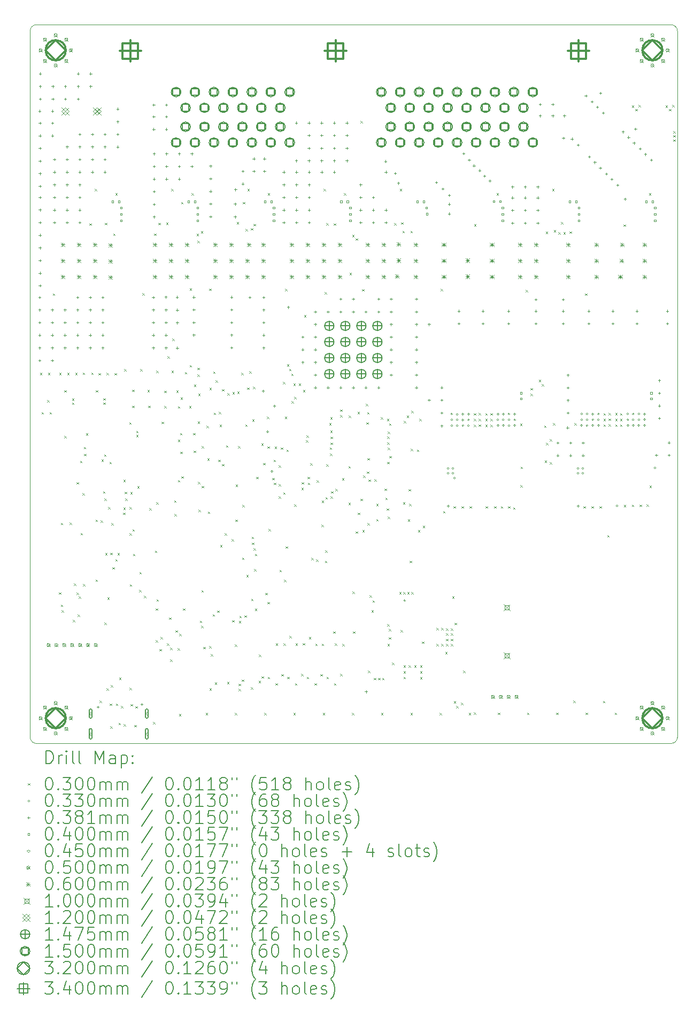
<source format=gbr>
%TF.GenerationSoftware,KiCad,Pcbnew,(6.0.8)*%
%TF.CreationDate,2024-02-14T13:25:16+01:00*%
%TF.ProjectId,pdms,70646d73-2e6b-4696-9361-645f70636258,rev?*%
%TF.SameCoordinates,Original*%
%TF.FileFunction,Drillmap*%
%TF.FilePolarity,Positive*%
%FSLAX45Y45*%
G04 Gerber Fmt 4.5, Leading zero omitted, Abs format (unit mm)*
G04 Created by KiCad (PCBNEW (6.0.8)) date 2024-02-14 13:25:16*
%MOMM*%
%LPD*%
G01*
G04 APERTURE LIST*
%ADD10C,0.100000*%
%ADD11C,0.200000*%
%ADD12C,0.030000*%
%ADD13C,0.033020*%
%ADD14C,0.038100*%
%ADD15C,0.040000*%
%ADD16C,0.045000*%
%ADD17C,0.050000*%
%ADD18C,0.060000*%
%ADD19C,0.120000*%
%ADD20C,0.147500*%
%ADD21C,0.150000*%
%ADD22C,0.320000*%
%ADD23C,0.340000*%
G04 APERTURE END LIST*
D10*
X11896169Y-16175129D02*
X11896169Y-4994129D01*
X1645711Y-4993289D02*
X1645711Y-16174289D01*
X11896171Y-4994129D02*
G75*
G03*
X11796169Y-4894129I-100001J-1D01*
G01*
X1745711Y-16274289D02*
X11796169Y-16275129D01*
X1745711Y-4893291D02*
G75*
G03*
X1645711Y-4993289I-1J-99999D01*
G01*
X11796169Y-4894129D02*
X1745711Y-4893289D01*
X1645711Y-16174289D02*
G75*
G03*
X1745711Y-16274289I99999J-1D01*
G01*
X11796169Y-16275129D02*
G75*
G03*
X11896169Y-16175129I1J99999D01*
G01*
D11*
D12*
X1799700Y-10406900D02*
X1829700Y-10436900D01*
X1829700Y-10406900D02*
X1799700Y-10436900D01*
X1825100Y-11029200D02*
X1855100Y-11059200D01*
X1855100Y-11029200D02*
X1825100Y-11059200D01*
X1915000Y-10839000D02*
X1945000Y-10869000D01*
X1945000Y-10839000D02*
X1915000Y-10869000D01*
X1926700Y-10406900D02*
X1956700Y-10436900D01*
X1956700Y-10406900D02*
X1926700Y-10436900D01*
X1952100Y-11029200D02*
X1982100Y-11059200D01*
X1982100Y-11029200D02*
X1952100Y-11059200D01*
X2005880Y-9146780D02*
X2035880Y-9176780D01*
X2035880Y-9146780D02*
X2005880Y-9176780D01*
X2100000Y-13880000D02*
X2130000Y-13910000D01*
X2130000Y-13880000D02*
X2100000Y-13910000D01*
X2104500Y-10406900D02*
X2134500Y-10436900D01*
X2134500Y-10406900D02*
X2104500Y-10436900D01*
X2130000Y-14075000D02*
X2160000Y-14105000D01*
X2160000Y-14075000D02*
X2130000Y-14105000D01*
X2133500Y-12780500D02*
X2163500Y-12810500D01*
X2163500Y-12780500D02*
X2133500Y-12810500D01*
X2142399Y-14165032D02*
X2172399Y-14195032D01*
X2172399Y-14165032D02*
X2142399Y-14195032D01*
X2185700Y-10683000D02*
X2215700Y-10713000D01*
X2215700Y-10683000D02*
X2185700Y-10713000D01*
X2188000Y-11406000D02*
X2218000Y-11436000D01*
X2218000Y-11406000D02*
X2188000Y-11436000D01*
X2231500Y-10406900D02*
X2261500Y-10436900D01*
X2261500Y-10406900D02*
X2231500Y-10436900D01*
X2270660Y-12777960D02*
X2300660Y-12807960D01*
X2300660Y-12777960D02*
X2270660Y-12807960D01*
X2307700Y-10813300D02*
X2337700Y-10843300D01*
X2337700Y-10813300D02*
X2307700Y-10843300D01*
X2307700Y-10876800D02*
X2337700Y-10906800D01*
X2337700Y-10876800D02*
X2307700Y-10906800D01*
X2321800Y-14319200D02*
X2351800Y-14349200D01*
X2351800Y-14319200D02*
X2321800Y-14349200D01*
X2337521Y-13739789D02*
X2367521Y-13769789D01*
X2367521Y-13739789D02*
X2337521Y-13769789D01*
X2358500Y-10406900D02*
X2388500Y-10436900D01*
X2388500Y-10406900D02*
X2358500Y-10436900D01*
X2380000Y-12137500D02*
X2410000Y-12167500D01*
X2410000Y-12137500D02*
X2380000Y-12167500D01*
X2380000Y-13885000D02*
X2410000Y-13915000D01*
X2410000Y-13885000D02*
X2380000Y-13915000D01*
X2398000Y-14234400D02*
X2428000Y-14264400D01*
X2428000Y-14234400D02*
X2398000Y-14264400D01*
X2415000Y-13945000D02*
X2445000Y-13975000D01*
X2445000Y-13945000D02*
X2415000Y-13975000D01*
X2437000Y-11797000D02*
X2467000Y-11827000D01*
X2467000Y-11797000D02*
X2437000Y-11827000D01*
X2444850Y-12942523D02*
X2474850Y-12972523D01*
X2474850Y-12942523D02*
X2444850Y-12972523D01*
X2472500Y-12309450D02*
X2502500Y-12339450D01*
X2502500Y-12309450D02*
X2472500Y-12339450D01*
X2480700Y-10402200D02*
X2510700Y-10432200D01*
X2510700Y-10402200D02*
X2480700Y-10432200D01*
X2483341Y-13748341D02*
X2513341Y-13778341D01*
X2513341Y-13748341D02*
X2483341Y-13778341D01*
X2495000Y-11577000D02*
X2525000Y-11607000D01*
X2525000Y-11577000D02*
X2495000Y-11607000D01*
X2499000Y-11687000D02*
X2529000Y-11717000D01*
X2529000Y-11687000D02*
X2499000Y-11717000D01*
X2529300Y-11364700D02*
X2559300Y-11394700D01*
X2559300Y-11364700D02*
X2529300Y-11394700D01*
X2587000Y-8039000D02*
X2617000Y-8069000D01*
X2617000Y-8039000D02*
X2587000Y-8069000D01*
X2615000Y-10403000D02*
X2645000Y-10433000D01*
X2645000Y-10403000D02*
X2615000Y-10433000D01*
X2671000Y-7493000D02*
X2701000Y-7523000D01*
X2701000Y-7493000D02*
X2671000Y-7523000D01*
X2681832Y-13676555D02*
X2711832Y-13706555D01*
X2711832Y-13676555D02*
X2681832Y-13706555D01*
X2682209Y-12731917D02*
X2712209Y-12761917D01*
X2712209Y-12731917D02*
X2682209Y-12761917D01*
X2685300Y-10683000D02*
X2715300Y-10713000D01*
X2715300Y-10683000D02*
X2685300Y-10713000D01*
X2729100Y-10409300D02*
X2759100Y-10439300D01*
X2759100Y-10409300D02*
X2729100Y-10439300D01*
X2745017Y-15597766D02*
X2775017Y-15627766D01*
X2775017Y-15597766D02*
X2745017Y-15627766D01*
X2762895Y-12741731D02*
X2792895Y-12771731D01*
X2792895Y-12741731D02*
X2762895Y-12771731D01*
X2774000Y-11778000D02*
X2804000Y-11808000D01*
X2804000Y-11778000D02*
X2774000Y-11808000D01*
X2802500Y-12282500D02*
X2832500Y-12312500D01*
X2832500Y-12282500D02*
X2802500Y-12312500D01*
X2803000Y-10808000D02*
X2833000Y-10838000D01*
X2833000Y-10808000D02*
X2803000Y-10838000D01*
X2803000Y-10876800D02*
X2833000Y-10906800D01*
X2833000Y-10876800D02*
X2803000Y-10906800D01*
X2818950Y-11696000D02*
X2848950Y-11726000D01*
X2848950Y-11696000D02*
X2818950Y-11726000D01*
X2822500Y-12395000D02*
X2852500Y-12425000D01*
X2852500Y-12395000D02*
X2822500Y-12425000D01*
X2823017Y-14361400D02*
X2853017Y-14391400D01*
X2853017Y-14361400D02*
X2823017Y-14391400D01*
X2830000Y-8030000D02*
X2860000Y-8060000D01*
X2860000Y-8030000D02*
X2830000Y-8060000D01*
X2833858Y-13257567D02*
X2863858Y-13287567D01*
X2863858Y-13257567D02*
X2833858Y-13287567D01*
X2853800Y-10406900D02*
X2883800Y-10436900D01*
X2883800Y-10406900D02*
X2853800Y-10436900D01*
X2855200Y-15402800D02*
X2885200Y-15432800D01*
X2885200Y-15402800D02*
X2855200Y-15432800D01*
X2868417Y-13960000D02*
X2898417Y-13990000D01*
X2898417Y-13960000D02*
X2868417Y-13990000D01*
X2880600Y-12532600D02*
X2910600Y-12562600D01*
X2910600Y-12532600D02*
X2880600Y-12562600D01*
X2901650Y-11814455D02*
X2931650Y-11844455D01*
X2931650Y-11814455D02*
X2901650Y-11844455D01*
X2906000Y-15644100D02*
X2936000Y-15674100D01*
X2936000Y-15644100D02*
X2906000Y-15674100D01*
X2915560Y-16002840D02*
X2945560Y-16032840D01*
X2945560Y-16002840D02*
X2915560Y-16032840D01*
X2916941Y-13254741D02*
X2946941Y-13284741D01*
X2946941Y-13254741D02*
X2916941Y-13284741D01*
X2924630Y-15352000D02*
X2954630Y-15382000D01*
X2954630Y-15352000D02*
X2924630Y-15382000D01*
X2931400Y-12786600D02*
X2961400Y-12816600D01*
X2961400Y-12786600D02*
X2931400Y-12816600D01*
X2947567Y-13485178D02*
X2977567Y-13515178D01*
X2977567Y-13485178D02*
X2947567Y-13515178D01*
X2962550Y-8202130D02*
X2992550Y-8232130D01*
X2992550Y-8202130D02*
X2962550Y-8232130D01*
X2983100Y-10410200D02*
X3013100Y-10440200D01*
X3013100Y-10410200D02*
X2983100Y-10440200D01*
X2994000Y-7562000D02*
X3024000Y-7592000D01*
X3024000Y-7562000D02*
X2994000Y-7592000D01*
X2994900Y-13358100D02*
X3024900Y-13388100D01*
X3024900Y-13358100D02*
X2994900Y-13388100D01*
X3002520Y-15644100D02*
X3032520Y-15674100D01*
X3032520Y-15644100D02*
X3002520Y-15674100D01*
X3029651Y-13259285D02*
X3059651Y-13289285D01*
X3059651Y-13259285D02*
X3029651Y-13289285D01*
X3045616Y-15948900D02*
X3075616Y-15978900D01*
X3075616Y-15948900D02*
X3045616Y-15978900D01*
X3053650Y-15229750D02*
X3083650Y-15259750D01*
X3083650Y-15229750D02*
X3053650Y-15259750D01*
X3086312Y-15682281D02*
X3116312Y-15712281D01*
X3116312Y-15682281D02*
X3086312Y-15712281D01*
X3118695Y-12619316D02*
X3148695Y-12649316D01*
X3148695Y-12619316D02*
X3118695Y-12649316D01*
X3120852Y-12539394D02*
X3150852Y-12569394D01*
X3150852Y-12539394D02*
X3120852Y-12569394D01*
X3121000Y-12099000D02*
X3151000Y-12129000D01*
X3151000Y-12099000D02*
X3121000Y-12129000D01*
X3128362Y-15968997D02*
X3158362Y-15998997D01*
X3158362Y-15968997D02*
X3128362Y-15998997D01*
X3134600Y-10348200D02*
X3164600Y-10378200D01*
X3164600Y-10348200D02*
X3134600Y-10378200D01*
X3141878Y-12290479D02*
X3171878Y-12320479D01*
X3171878Y-12290479D02*
X3141878Y-12320479D01*
X3152864Y-12394136D02*
X3182864Y-12424136D01*
X3182864Y-12394136D02*
X3152864Y-12424136D01*
X3216900Y-11190800D02*
X3246900Y-11220800D01*
X3246900Y-11190800D02*
X3216900Y-11220800D01*
X3218034Y-12530016D02*
X3248034Y-12560016D01*
X3248034Y-12530016D02*
X3218034Y-12560016D01*
X3218355Y-12945449D02*
X3248355Y-12975449D01*
X3248355Y-12945449D02*
X3218355Y-12975449D01*
X3218750Y-15394850D02*
X3248750Y-15424850D01*
X3248750Y-15394850D02*
X3218750Y-15424850D01*
X3223601Y-13755073D02*
X3253601Y-13785073D01*
X3253601Y-13755073D02*
X3223601Y-13785073D01*
X3232854Y-12295230D02*
X3262854Y-12325230D01*
X3262854Y-12295230D02*
X3232854Y-12325230D01*
X3238969Y-15652876D02*
X3268969Y-15682876D01*
X3268969Y-15652876D02*
X3238969Y-15682876D01*
X3261600Y-10926100D02*
X3291600Y-10956100D01*
X3291600Y-10926100D02*
X3261600Y-10956100D01*
X3263000Y-10671000D02*
X3293000Y-10701000D01*
X3293000Y-10671000D02*
X3263000Y-10701000D01*
X3267000Y-12882000D02*
X3297000Y-12912000D01*
X3297000Y-12882000D02*
X3267000Y-12912000D01*
X3275000Y-13270000D02*
X3305000Y-13300000D01*
X3305000Y-13270000D02*
X3275000Y-13300000D01*
X3297695Y-15981282D02*
X3327695Y-16011282D01*
X3327695Y-15981282D02*
X3297695Y-16011282D01*
X3313021Y-15683014D02*
X3343021Y-15713014D01*
X3343021Y-15683014D02*
X3313021Y-15713014D01*
X3325550Y-11326100D02*
X3355550Y-11356100D01*
X3355550Y-11326100D02*
X3325550Y-11356100D01*
X3325550Y-11389600D02*
X3355550Y-11419600D01*
X3355550Y-11389600D02*
X3325550Y-11419600D01*
X3342397Y-12202010D02*
X3372397Y-12232010D01*
X3372397Y-12202010D02*
X3342397Y-12232010D01*
X3370000Y-13845000D02*
X3400000Y-13875000D01*
X3400000Y-13845000D02*
X3370000Y-13875000D01*
X3375650Y-13561000D02*
X3405650Y-13591000D01*
X3405650Y-13561000D02*
X3375650Y-13591000D01*
X3388600Y-10348200D02*
X3418600Y-10378200D01*
X3418600Y-10348200D02*
X3388600Y-10378200D01*
X3425000Y-9146000D02*
X3455000Y-9176000D01*
X3455000Y-9146000D02*
X3425000Y-9176000D01*
X3450000Y-13935000D02*
X3480000Y-13965000D01*
X3480000Y-13935000D02*
X3450000Y-13965000D01*
X3502900Y-10678400D02*
X3532900Y-10708400D01*
X3532900Y-10678400D02*
X3502900Y-10708400D01*
X3515600Y-10927100D02*
X3545600Y-10957100D01*
X3545600Y-10927100D02*
X3515600Y-10957100D01*
X3534318Y-12549923D02*
X3564318Y-12579923D01*
X3564318Y-12549923D02*
X3534318Y-12579923D01*
X3591800Y-15936200D02*
X3621800Y-15966200D01*
X3621800Y-15936200D02*
X3591800Y-15966200D01*
X3607381Y-8202080D02*
X3637381Y-8232080D01*
X3637381Y-8202080D02*
X3607381Y-8232080D01*
X3622000Y-13221000D02*
X3652000Y-13251000D01*
X3652000Y-13221000D02*
X3622000Y-13251000D01*
X3635000Y-14135000D02*
X3665000Y-14165000D01*
X3665000Y-14135000D02*
X3635000Y-14165000D01*
X3636900Y-14640800D02*
X3666900Y-14670800D01*
X3666900Y-14640800D02*
X3636900Y-14670800D01*
X3642150Y-12453000D02*
X3672150Y-12483000D01*
X3672150Y-12453000D02*
X3642150Y-12483000D01*
X3642600Y-10373600D02*
X3672600Y-10403600D01*
X3672600Y-10373600D02*
X3642600Y-10403600D01*
X3646121Y-13989815D02*
X3676121Y-14019815D01*
X3676121Y-13989815D02*
X3646121Y-14019815D01*
X3675000Y-8032500D02*
X3705000Y-8062500D01*
X3705000Y-8032500D02*
X3675000Y-8062500D01*
X3692074Y-14780739D02*
X3722074Y-14810739D01*
X3722074Y-14780739D02*
X3692074Y-14810739D01*
X3709328Y-14590050D02*
X3739328Y-14620050D01*
X3739328Y-14590050D02*
X3709328Y-14620050D01*
X3730000Y-11180800D02*
X3760000Y-11210800D01*
X3760000Y-11180800D02*
X3730000Y-11210800D01*
X3769600Y-10691100D02*
X3799600Y-10721100D01*
X3799600Y-10691100D02*
X3769600Y-10721100D01*
X3769600Y-10932400D02*
X3799600Y-10962400D01*
X3799600Y-10932400D02*
X3769600Y-10962400D01*
X3801000Y-8028000D02*
X3831000Y-8058000D01*
X3831000Y-8028000D02*
X3801000Y-8058000D01*
X3810240Y-14691600D02*
X3840240Y-14721600D01*
X3840240Y-14691600D02*
X3810240Y-14721600D01*
X3820400Y-10145000D02*
X3850400Y-10175000D01*
X3850400Y-10145000D02*
X3820400Y-10175000D01*
X3846000Y-14277550D02*
X3876000Y-14307550D01*
X3876000Y-14277550D02*
X3846000Y-14307550D01*
X3863480Y-14941792D02*
X3893480Y-14971792D01*
X3893480Y-14941792D02*
X3863480Y-14971792D01*
X3865203Y-14756422D02*
X3895203Y-14786422D01*
X3895203Y-14756422D02*
X3865203Y-14786422D01*
X3877960Y-7492720D02*
X3907960Y-7522720D01*
X3907960Y-7492720D02*
X3877960Y-7522720D01*
X3883900Y-10373600D02*
X3913900Y-10403600D01*
X3913900Y-10373600D02*
X3883900Y-10403600D01*
X3896600Y-9865600D02*
X3926600Y-9895600D01*
X3926600Y-9865600D02*
X3896600Y-9895600D01*
X3926000Y-12427000D02*
X3956000Y-12457000D01*
X3956000Y-12427000D02*
X3926000Y-12457000D01*
X3930000Y-12640000D02*
X3960000Y-12670000D01*
X3960000Y-12640000D02*
X3930000Y-12670000D01*
X3948099Y-14481922D02*
X3978099Y-14511922D01*
X3978099Y-14481922D02*
X3948099Y-14511922D01*
X3960050Y-10685000D02*
X3990050Y-10715000D01*
X3990050Y-10685000D02*
X3960050Y-10715000D01*
X3982960Y-14767800D02*
X4012960Y-14797800D01*
X4012960Y-14767800D02*
X3982960Y-14797800D01*
X3984862Y-12105135D02*
X4014862Y-12135135D01*
X4014862Y-12105135D02*
X3984862Y-12135135D01*
X3985000Y-10935000D02*
X4015000Y-10965000D01*
X4015000Y-10935000D02*
X3985000Y-10965000D01*
X3987050Y-11462000D02*
X4017050Y-11492000D01*
X4017050Y-11462000D02*
X3987050Y-11492000D01*
X4004787Y-15809157D02*
X4034787Y-15839157D01*
X4034787Y-15809157D02*
X4004787Y-15839157D01*
X4005722Y-14537345D02*
X4035722Y-14567345D01*
X4035722Y-14537345D02*
X4005722Y-14567345D01*
X4020000Y-11358000D02*
X4050000Y-11388000D01*
X4050000Y-11358000D02*
X4020000Y-11388000D01*
X4022000Y-11656000D02*
X4052000Y-11686000D01*
X4052000Y-11656000D02*
X4022000Y-11686000D01*
X4026650Y-10795000D02*
X4056650Y-10825000D01*
X4056650Y-10795000D02*
X4026650Y-10825000D01*
X4035000Y-7700000D02*
X4065000Y-7730000D01*
X4065000Y-7700000D02*
X4035000Y-7730000D01*
X4038769Y-12045344D02*
X4068769Y-12075344D01*
X4068769Y-12045344D02*
X4038769Y-12075344D01*
X4067150Y-14134631D02*
X4097150Y-14164631D01*
X4097150Y-14134631D02*
X4067150Y-14164631D01*
X4095000Y-10392000D02*
X4125000Y-10422000D01*
X4125000Y-10392000D02*
X4095000Y-10422000D01*
X4162850Y-10930000D02*
X4192850Y-10960000D01*
X4192850Y-10930000D02*
X4162850Y-10960000D01*
X4170517Y-10283000D02*
X4200517Y-10313000D01*
X4200517Y-10283000D02*
X4170517Y-10313000D01*
X4171368Y-9070265D02*
X4201368Y-9100265D01*
X4201368Y-9070265D02*
X4171368Y-9100265D01*
X4200960Y-7561720D02*
X4230960Y-7591720D01*
X4230960Y-7561720D02*
X4200960Y-7591720D01*
X4228000Y-11359000D02*
X4258000Y-11389000D01*
X4258000Y-11359000D02*
X4228000Y-11389000D01*
X4237000Y-11638000D02*
X4267000Y-11668000D01*
X4267000Y-11638000D02*
X4237000Y-11668000D01*
X4240437Y-10590000D02*
X4270437Y-10620000D01*
X4270437Y-10590000D02*
X4240437Y-10620000D01*
X4281735Y-8204950D02*
X4311735Y-8234950D01*
X4311735Y-8204950D02*
X4281735Y-8234950D01*
X4295417Y-10325000D02*
X4325417Y-10355000D01*
X4325417Y-10325000D02*
X4295417Y-10355000D01*
X4295417Y-10430000D02*
X4325417Y-10460000D01*
X4325417Y-10430000D02*
X4295417Y-10460000D01*
X4296470Y-8314000D02*
X4326470Y-8344000D01*
X4326470Y-8314000D02*
X4296470Y-8344000D01*
X4300950Y-11176000D02*
X4330950Y-11206000D01*
X4330950Y-11176000D02*
X4300950Y-11206000D01*
X4305000Y-12135000D02*
X4335000Y-12165000D01*
X4335000Y-12135000D02*
X4305000Y-12165000D01*
X4307500Y-10735000D02*
X4337500Y-10765000D01*
X4337500Y-10735000D02*
X4307500Y-10765000D01*
X4310700Y-12575700D02*
X4340700Y-12605700D01*
X4340700Y-12575700D02*
X4310700Y-12605700D01*
X4334485Y-14331999D02*
X4364485Y-14361999D01*
X4364485Y-14331999D02*
X4334485Y-14361999D01*
X4350053Y-8163261D02*
X4380053Y-8193261D01*
X4380053Y-8163261D02*
X4350053Y-8193261D01*
X4356000Y-14409000D02*
X4386000Y-14439000D01*
X4386000Y-14409000D02*
X4356000Y-14439000D01*
X4357741Y-13847741D02*
X4387741Y-13877741D01*
X4387741Y-13847741D02*
X4357741Y-13877741D01*
X4364000Y-11568000D02*
X4394000Y-11598000D01*
X4394000Y-11568000D02*
X4364000Y-11598000D01*
X4365000Y-12195000D02*
X4395000Y-12225000D01*
X4395000Y-12195000D02*
X4365000Y-12225000D01*
X4386820Y-14744940D02*
X4416820Y-14774940D01*
X4416820Y-14744940D02*
X4386820Y-14774940D01*
X4424820Y-15790880D02*
X4454820Y-15820880D01*
X4454820Y-15790880D02*
X4424820Y-15820880D01*
X4437000Y-11243000D02*
X4467000Y-11273000D01*
X4467000Y-11243000D02*
X4437000Y-11273000D01*
X4450000Y-11760000D02*
X4480000Y-11790000D01*
X4480000Y-11760000D02*
X4450000Y-11790000D01*
X4460800Y-12602800D02*
X4490800Y-12632800D01*
X4490800Y-12602800D02*
X4460800Y-12632800D01*
X4482140Y-14733090D02*
X4512140Y-14763090D01*
X4512140Y-14733090D02*
X4482140Y-14763090D01*
X4483000Y-9073000D02*
X4513000Y-9103000D01*
X4513000Y-9073000D02*
X4483000Y-9103000D01*
X4485557Y-15399374D02*
X4515557Y-15429374D01*
X4515557Y-15399374D02*
X4485557Y-15429374D01*
X4485880Y-10642840D02*
X4515880Y-10672840D01*
X4515880Y-10642840D02*
X4485880Y-10672840D01*
X4507540Y-14858390D02*
X4537540Y-14888390D01*
X4537540Y-14858390D02*
X4507540Y-14888390D01*
X4535000Y-14230000D02*
X4565000Y-14260000D01*
X4565000Y-14230000D02*
X4535000Y-14260000D01*
X4544110Y-10385000D02*
X4574110Y-10415000D01*
X4574110Y-10385000D02*
X4544110Y-10415000D01*
X4552516Y-11034984D02*
X4582516Y-11064984D01*
X4582516Y-11034984D02*
X4552516Y-11064984D01*
X4570573Y-15307684D02*
X4600573Y-15337684D01*
X4600573Y-15307684D02*
X4570573Y-15337684D01*
X4584169Y-10524594D02*
X4614169Y-10554594D01*
X4614169Y-10524594D02*
X4584169Y-10554594D01*
X4610000Y-14170000D02*
X4640000Y-14200000D01*
X4640000Y-14170000D02*
X4610000Y-14200000D01*
X4626000Y-11782000D02*
X4656000Y-11812000D01*
X4656000Y-11782000D02*
X4626000Y-11812000D01*
X4631766Y-11024422D02*
X4661766Y-11054422D01*
X4661766Y-11024422D02*
X4631766Y-11054422D01*
X4647500Y-11227500D02*
X4677500Y-11257500D01*
X4677500Y-11227500D02*
X4647500Y-11257500D01*
X4655000Y-13133000D02*
X4685000Y-13163000D01*
X4685000Y-13133000D02*
X4655000Y-13163000D01*
X4684000Y-10665700D02*
X4714000Y-10695700D01*
X4714000Y-10665700D02*
X4684000Y-10695700D01*
X4685050Y-11850000D02*
X4715050Y-11880000D01*
X4715050Y-11850000D02*
X4685050Y-11880000D01*
X4725466Y-12944151D02*
X4755466Y-12974151D01*
X4755466Y-12944151D02*
X4725466Y-12974151D01*
X4747500Y-11554700D02*
X4777500Y-11584700D01*
X4777500Y-11554700D02*
X4747500Y-11584700D01*
X4765000Y-15300000D02*
X4795000Y-15330000D01*
X4795000Y-15300000D02*
X4765000Y-15330000D01*
X4769600Y-10725458D02*
X4799600Y-10755458D01*
X4799600Y-10725458D02*
X4769600Y-10755458D01*
X4837599Y-13039401D02*
X4867599Y-13069401D01*
X4867599Y-13039401D02*
X4837599Y-13069401D01*
X4847450Y-14320398D02*
X4877450Y-14350398D01*
X4877450Y-14320398D02*
X4847450Y-14350398D01*
X4847742Y-10708550D02*
X4877742Y-10738550D01*
X4877742Y-10708550D02*
X4847742Y-10738550D01*
X4889720Y-15789760D02*
X4919720Y-15819760D01*
X4919720Y-15789760D02*
X4889720Y-15819760D01*
X4889760Y-14706760D02*
X4919760Y-14736760D01*
X4919760Y-14706760D02*
X4889760Y-14736760D01*
X4896216Y-12730392D02*
X4926216Y-12760392D01*
X4926216Y-12730392D02*
X4896216Y-12760392D01*
X4901849Y-12177405D02*
X4931849Y-12207405D01*
X4931849Y-12177405D02*
X4901849Y-12207405D01*
X4919179Y-8017550D02*
X4949179Y-8047550D01*
X4949179Y-8017550D02*
X4919179Y-8047550D01*
X4927478Y-10702710D02*
X4957478Y-10732710D01*
X4957478Y-10702710D02*
X4927478Y-10732710D01*
X4938000Y-11567400D02*
X4968000Y-11597400D01*
X4968000Y-11567400D02*
X4938000Y-11597400D01*
X4948261Y-15407450D02*
X4978261Y-15437450D01*
X4978261Y-15407450D02*
X4948261Y-15437450D01*
X4948615Y-15327500D02*
X4978615Y-15357500D01*
X4978615Y-15327500D02*
X4948615Y-15357500D01*
X4952539Y-14334949D02*
X4982539Y-14364949D01*
X4982539Y-14334949D02*
X4952539Y-14364949D01*
X4959553Y-14253645D02*
X4989553Y-14283645D01*
X4989553Y-14253645D02*
X4959553Y-14283645D01*
X4988150Y-10406620D02*
X5018150Y-10436620D01*
X5018150Y-10406620D02*
X4988150Y-10436620D01*
X4995671Y-15262865D02*
X5025671Y-15292865D01*
X5025671Y-15262865D02*
X4995671Y-15292865D01*
X5001297Y-13332903D02*
X5031297Y-13362903D01*
X5031297Y-13332903D02*
X5001297Y-13362903D01*
X5004000Y-12495000D02*
X5034000Y-12525000D01*
X5034000Y-12495000D02*
X5004000Y-12525000D01*
X5012500Y-7700000D02*
X5042500Y-7730000D01*
X5042500Y-7700000D02*
X5012500Y-7730000D01*
X5041027Y-14246165D02*
X5071027Y-14276165D01*
X5071027Y-14246165D02*
X5041027Y-14276165D01*
X5052300Y-11224500D02*
X5082300Y-11254500D01*
X5082300Y-11224500D02*
X5052300Y-11254500D01*
X5057650Y-8127550D02*
X5087650Y-8157550D01*
X5087650Y-8127550D02*
X5057650Y-8157550D01*
X5070000Y-13605000D02*
X5100000Y-13635000D01*
X5100000Y-13605000D02*
X5070000Y-13635000D01*
X5080240Y-10637760D02*
X5110240Y-10667760D01*
X5110240Y-10637760D02*
X5080240Y-10667760D01*
X5085460Y-7492720D02*
X5115460Y-7522720D01*
X5115460Y-7492720D02*
X5085460Y-7522720D01*
X5116000Y-10381000D02*
X5146000Y-10411000D01*
X5146000Y-10381000D02*
X5116000Y-10411000D01*
X5139431Y-15383920D02*
X5169431Y-15413920D01*
X5169431Y-15383920D02*
X5139431Y-15413920D01*
X5141711Y-8117471D02*
X5171711Y-8147471D01*
X5171711Y-8117471D02*
X5141711Y-8147471D01*
X5147201Y-13981777D02*
X5177201Y-14011777D01*
X5177201Y-13981777D02*
X5147201Y-14011777D01*
X5155656Y-12999993D02*
X5185656Y-13029993D01*
X5185656Y-12999993D02*
X5155656Y-13029993D01*
X5158366Y-13095284D02*
X5188366Y-13125284D01*
X5188366Y-13095284D02*
X5158366Y-13125284D01*
X5161520Y-11140680D02*
X5191520Y-11170680D01*
X5191520Y-11140680D02*
X5161520Y-11170680D01*
X5176760Y-10627600D02*
X5206760Y-10657600D01*
X5206760Y-10627600D02*
X5176760Y-10657600D01*
X5182326Y-13182884D02*
X5212326Y-13212884D01*
X5212326Y-13182884D02*
X5182326Y-13212884D01*
X5183170Y-8049110D02*
X5213170Y-8079110D01*
X5213170Y-8049110D02*
X5183170Y-8079110D01*
X5190234Y-13512266D02*
X5220234Y-13542266D01*
X5220234Y-13512266D02*
X5190234Y-13542266D01*
X5204340Y-14139726D02*
X5234340Y-14169726D01*
X5234340Y-14139726D02*
X5204340Y-14169726D01*
X5207039Y-13271236D02*
X5237039Y-13301236D01*
X5237039Y-13271236D02*
X5207039Y-13301236D01*
X5225138Y-12051681D02*
X5255138Y-12081681D01*
X5255138Y-12051681D02*
X5225138Y-12081681D01*
X5264092Y-15283898D02*
X5294092Y-15313898D01*
X5294092Y-15283898D02*
X5264092Y-15313898D01*
X5268200Y-14868990D02*
X5298200Y-14898990D01*
X5298200Y-14868990D02*
X5268200Y-14898990D01*
X5306300Y-11521680D02*
X5336300Y-11551680D01*
X5336300Y-11521680D02*
X5306300Y-11551680D01*
X5311231Y-15211559D02*
X5341231Y-15241559D01*
X5341231Y-15211559D02*
X5311231Y-15241559D01*
X5334240Y-11834230D02*
X5364240Y-11864230D01*
X5364240Y-11834230D02*
X5334240Y-11864230D01*
X5352720Y-15789760D02*
X5382720Y-15819760D01*
X5382720Y-15789760D02*
X5352720Y-15819760D01*
X5369800Y-13891500D02*
X5399800Y-13921500D01*
X5399800Y-13891500D02*
X5369800Y-13921500D01*
X5397550Y-11099550D02*
X5427550Y-11129550D01*
X5427550Y-11099550D02*
X5397550Y-11129550D01*
X5403834Y-11570954D02*
X5433834Y-11600954D01*
X5433834Y-11570954D02*
X5403834Y-11600954D01*
X5404876Y-14034224D02*
X5434876Y-14064224D01*
X5434876Y-14034224D02*
X5404876Y-14064224D01*
X5406720Y-15218730D02*
X5436720Y-15248730D01*
X5436720Y-15218730D02*
X5406720Y-15248730D01*
X5408460Y-7561720D02*
X5438460Y-7591720D01*
X5438460Y-7561720D02*
X5408460Y-7591720D01*
X5419111Y-12877865D02*
X5449111Y-12907865D01*
X5449111Y-12877865D02*
X5419111Y-12907865D01*
X5481718Y-12069153D02*
X5511718Y-12099153D01*
X5511718Y-12069153D02*
X5481718Y-12099153D01*
X5502796Y-11783593D02*
X5532796Y-11813593D01*
X5532796Y-11783593D02*
X5502796Y-11813593D01*
X5507000Y-12145000D02*
X5537000Y-12175000D01*
X5537000Y-12145000D02*
X5507000Y-12175000D01*
X5519660Y-11572480D02*
X5549660Y-11602480D01*
X5549660Y-11572480D02*
X5519660Y-11602480D01*
X5530000Y-15320000D02*
X5560000Y-15350000D01*
X5560000Y-15320000D02*
X5530000Y-15350000D01*
X5537000Y-14689010D02*
X5567000Y-14719010D01*
X5567000Y-14689010D02*
X5537000Y-14719010D01*
X5580620Y-11872200D02*
X5610620Y-11902200D01*
X5610620Y-11872200D02*
X5580620Y-11902200D01*
X5583160Y-12362420D02*
X5613160Y-12392420D01*
X5613160Y-12362420D02*
X5583160Y-12392420D01*
X5583390Y-12168591D02*
X5613390Y-12198591D01*
X5613390Y-12168591D02*
X5583390Y-12198591D01*
X5594309Y-13527291D02*
X5624309Y-13557291D01*
X5624309Y-13527291D02*
X5594309Y-13557291D01*
X5616180Y-11587720D02*
X5646180Y-11617720D01*
X5646180Y-11587720D02*
X5616180Y-11617720D01*
X5622620Y-15178290D02*
X5652620Y-15208290D01*
X5652620Y-15178290D02*
X5622620Y-15208290D01*
X5648260Y-10550000D02*
X5678260Y-10580000D01*
X5678260Y-10550000D02*
X5648260Y-10580000D01*
X5653348Y-12299970D02*
X5683348Y-12329970D01*
X5683348Y-12299970D02*
X5653348Y-12329970D01*
X5659000Y-14688010D02*
X5689000Y-14718010D01*
X5689000Y-14688010D02*
X5659000Y-14718010D01*
X5666637Y-13684168D02*
X5696637Y-13714168D01*
X5696637Y-13684168D02*
X5666637Y-13714168D01*
X5677500Y-11100090D02*
X5707500Y-11130090D01*
X5707500Y-11100090D02*
X5677500Y-11130090D01*
X5684000Y-9076000D02*
X5714000Y-9106000D01*
X5714000Y-9076000D02*
X5684000Y-9106000D01*
X5693000Y-13155000D02*
X5723000Y-13185000D01*
X5723000Y-13155000D02*
X5693000Y-13185000D01*
X5705080Y-11620740D02*
X5735080Y-11650740D01*
X5735080Y-11620740D02*
X5705080Y-11650740D01*
X5711650Y-10272093D02*
X5741650Y-10302093D01*
X5741650Y-10272093D02*
X5711650Y-10302093D01*
X5716600Y-15218730D02*
X5746600Y-15248730D01*
X5746600Y-15218730D02*
X5716600Y-15248730D01*
X5748200Y-10343200D02*
X5778200Y-10373200D01*
X5778200Y-10343200D02*
X5748200Y-10373200D01*
X5750000Y-14572500D02*
X5780000Y-14602500D01*
X5780000Y-14572500D02*
X5750000Y-14602500D01*
X5779097Y-10416938D02*
X5809097Y-10446938D01*
X5809097Y-10416938D02*
X5779097Y-10446938D01*
X5786223Y-10853777D02*
X5816223Y-10883777D01*
X5816223Y-10853777D02*
X5786223Y-10883777D01*
X5815000Y-10575000D02*
X5845000Y-10605000D01*
X5845000Y-10575000D02*
X5815000Y-10605000D01*
X5815720Y-15789760D02*
X5845720Y-15819760D01*
X5845720Y-15789760D02*
X5815720Y-15819760D01*
X5828659Y-12487944D02*
X5858659Y-12517944D01*
X5858659Y-12487944D02*
X5828659Y-12517944D01*
X5828747Y-10786074D02*
X5858747Y-10816074D01*
X5858747Y-10786074D02*
X5828747Y-10816074D01*
X5838520Y-15320730D02*
X5868520Y-15350730D01*
X5868520Y-15320730D02*
X5838520Y-15350730D01*
X5848680Y-14688070D02*
X5878680Y-14718070D01*
X5878680Y-14688070D02*
X5848680Y-14718070D01*
X5899234Y-10573997D02*
X5929234Y-10603997D01*
X5929234Y-10573997D02*
X5899234Y-10603997D01*
X5937580Y-15170670D02*
X5967580Y-15200670D01*
X5967580Y-15170670D02*
X5937580Y-15200670D01*
X5941636Y-12224236D02*
X5971636Y-12254236D01*
X5971636Y-12224236D02*
X5941636Y-12254236D01*
X5944356Y-12138356D02*
X5974356Y-12168356D01*
X5974356Y-12138356D02*
X5944356Y-12168356D01*
X5962980Y-14685530D02*
X5992980Y-14715530D01*
X5992980Y-14685530D02*
X5962980Y-14715530D01*
X5966750Y-10677087D02*
X5996750Y-10707087D01*
X5996750Y-10677087D02*
X5966750Y-10707087D01*
X5985008Y-9490208D02*
X6015008Y-9520208D01*
X6015008Y-9490208D02*
X5985008Y-9520208D01*
X6012230Y-11473821D02*
X6042230Y-11503821D01*
X6042230Y-11473821D02*
X6012230Y-11503821D01*
X6022499Y-11394533D02*
X6052499Y-11424533D01*
X6052499Y-11394533D02*
X6022499Y-11424533D01*
X6026480Y-15218730D02*
X6056480Y-15248730D01*
X6056480Y-15218730D02*
X6026480Y-15248730D01*
X6037621Y-12054350D02*
X6067621Y-12084350D01*
X6067621Y-12054350D02*
X6037621Y-12084350D01*
X6041777Y-12143971D02*
X6071777Y-12173971D01*
X6071777Y-12143971D02*
X6041777Y-12173971D01*
X6060000Y-14590000D02*
X6090000Y-14620000D01*
X6090000Y-14590000D02*
X6060000Y-14620000D01*
X6082050Y-11837000D02*
X6112050Y-11867000D01*
X6112050Y-11837000D02*
X6082050Y-11867000D01*
X6100000Y-13335000D02*
X6130000Y-13365000D01*
X6130000Y-13335000D02*
X6100000Y-13365000D01*
X6148400Y-15320730D02*
X6178400Y-15350730D01*
X6178400Y-15320730D02*
X6148400Y-15350730D01*
X6161100Y-14695690D02*
X6191100Y-14725690D01*
X6191100Y-14695690D02*
X6161100Y-14725690D01*
X6176141Y-13359385D02*
X6206141Y-13389385D01*
X6206141Y-13359385D02*
X6176141Y-13389385D01*
X6183412Y-12108756D02*
X6213412Y-12138756D01*
X6213412Y-12108756D02*
X6183412Y-12138756D01*
X6242380Y-15175750D02*
X6272380Y-15205750D01*
X6272380Y-15175750D02*
X6242380Y-15205750D01*
X6258800Y-12812000D02*
X6288800Y-12842000D01*
X6288800Y-12812000D02*
X6258800Y-12842000D01*
X6262771Y-12430829D02*
X6292771Y-12460829D01*
X6292771Y-12430829D02*
X6262771Y-12460829D01*
X6265240Y-14695690D02*
X6295240Y-14725690D01*
X6295240Y-14695690D02*
X6265240Y-14725690D01*
X6278720Y-15789760D02*
X6308720Y-15819760D01*
X6308720Y-15789760D02*
X6278720Y-15819760D01*
X6292960Y-7492720D02*
X6322960Y-7522720D01*
X6322960Y-7492720D02*
X6292960Y-7522720D01*
X6307823Y-9127223D02*
X6337823Y-9157223D01*
X6337823Y-9127223D02*
X6307823Y-9157223D01*
X6315000Y-13380050D02*
X6345000Y-13410050D01*
X6345000Y-13380050D02*
X6315000Y-13410050D01*
X6320000Y-13214810D02*
X6350000Y-13244810D01*
X6350000Y-13214810D02*
X6320000Y-13244810D01*
X6321250Y-12376311D02*
X6351250Y-12406311D01*
X6351250Y-12376311D02*
X6321250Y-12406311D01*
X6334411Y-11854655D02*
X6364411Y-11884655D01*
X6364411Y-11854655D02*
X6334411Y-11884655D01*
X6336000Y-8034000D02*
X6366000Y-8064000D01*
X6366000Y-8034000D02*
X6336000Y-8064000D01*
X6338900Y-15218730D02*
X6368900Y-15248730D01*
X6368900Y-15218730D02*
X6338900Y-15248730D01*
X6382532Y-11203000D02*
X6412532Y-11233000D01*
X6412532Y-11203000D02*
X6382532Y-11233000D01*
X6392257Y-11588942D02*
X6422257Y-11618942D01*
X6422257Y-11588942D02*
X6392257Y-11618942D01*
X6396425Y-11684425D02*
X6426425Y-11714425D01*
X6426425Y-11684425D02*
X6396425Y-11714425D01*
X6399000Y-11318717D02*
X6429000Y-11348717D01*
X6429000Y-11318717D02*
X6399000Y-11348717D01*
X6400000Y-11110717D02*
X6430000Y-11140717D01*
X6430000Y-11110717D02*
X6400000Y-11140717D01*
X6402000Y-11418717D02*
X6432000Y-11448717D01*
X6432000Y-11418717D02*
X6402000Y-11448717D01*
X6403000Y-11509717D02*
X6433000Y-11539717D01*
X6433000Y-11509717D02*
X6403000Y-11539717D01*
X6404885Y-12362657D02*
X6434885Y-12392657D01*
X6434885Y-12362657D02*
X6404885Y-12392657D01*
X6410419Y-12282899D02*
X6440419Y-12312899D01*
X6440419Y-12282899D02*
X6410419Y-12312899D01*
X6445000Y-14500000D02*
X6475000Y-14530000D01*
X6475000Y-14500000D02*
X6445000Y-14530000D01*
X6455000Y-8038000D02*
X6485000Y-8068000D01*
X6485000Y-8038000D02*
X6455000Y-8068000D01*
X6458280Y-15320730D02*
X6488280Y-15350730D01*
X6488280Y-15320730D02*
X6458280Y-15350730D01*
X6470000Y-14690000D02*
X6500000Y-14720000D01*
X6500000Y-14690000D02*
X6470000Y-14720000D01*
X6480789Y-12244950D02*
X6510789Y-12274950D01*
X6510789Y-12244950D02*
X6480789Y-12274950D01*
X6554800Y-15170670D02*
X6584800Y-15200670D01*
X6584800Y-15170670D02*
X6554800Y-15200670D01*
X6555000Y-11075000D02*
X6585000Y-11105000D01*
X6585000Y-11075000D02*
X6555000Y-11105000D01*
X6557500Y-10985000D02*
X6587500Y-11015000D01*
X6587500Y-10985000D02*
X6557500Y-11015000D01*
X6584000Y-12075050D02*
X6614000Y-12105050D01*
X6614000Y-12075050D02*
X6584000Y-12105050D01*
X6590000Y-14700000D02*
X6620000Y-14730000D01*
X6620000Y-14700000D02*
X6590000Y-14730000D01*
X6615960Y-7561720D02*
X6645960Y-7591720D01*
X6645960Y-7561720D02*
X6615960Y-7591720D01*
X6685280Y-12464715D02*
X6715280Y-12494715D01*
X6715280Y-12464715D02*
X6685280Y-12494715D01*
X6688000Y-11884000D02*
X6718000Y-11914000D01*
X6718000Y-11884000D02*
X6688000Y-11914000D01*
X6690000Y-11082500D02*
X6720000Y-11112500D01*
X6720000Y-11082500D02*
X6690000Y-11112500D01*
X6704610Y-8824200D02*
X6734610Y-8854200D01*
X6734610Y-8824200D02*
X6704610Y-8854200D01*
X6741720Y-15789760D02*
X6771720Y-15819760D01*
X6771720Y-15789760D02*
X6741720Y-15819760D01*
X6745000Y-8221000D02*
X6775000Y-8251000D01*
X6775000Y-8221000D02*
X6745000Y-8251000D01*
X6749000Y-13866950D02*
X6779000Y-13896950D01*
X6779000Y-13866950D02*
X6749000Y-13896950D01*
X6760000Y-14500000D02*
X6790000Y-14530000D01*
X6790000Y-14500000D02*
X6760000Y-14530000D01*
X6801000Y-12916000D02*
X6831000Y-12946000D01*
X6831000Y-12916000D02*
X6801000Y-12946000D01*
X6803234Y-8275780D02*
X6833234Y-8305780D01*
X6833234Y-8275780D02*
X6803234Y-8305780D01*
X6832500Y-11022650D02*
X6862500Y-11052650D01*
X6862500Y-11022650D02*
X6832500Y-11052650D01*
X6833700Y-12620000D02*
X6863700Y-12650000D01*
X6863700Y-12620000D02*
X6833700Y-12650000D01*
X6876292Y-6418292D02*
X6906292Y-6448292D01*
X6906292Y-6418292D02*
X6876292Y-6448292D01*
X6879650Y-12399000D02*
X6909650Y-12429000D01*
X6909650Y-12399000D02*
X6879650Y-12429000D01*
X6901000Y-9082000D02*
X6931000Y-9112000D01*
X6931000Y-9082000D02*
X6901000Y-9112000D01*
X6908300Y-12897300D02*
X6938300Y-12927300D01*
X6938300Y-12897300D02*
X6908300Y-12927300D01*
X6919959Y-12030464D02*
X6949959Y-12060464D01*
X6949959Y-12030464D02*
X6919959Y-12060464D01*
X6960000Y-10897350D02*
X6990000Y-10927350D01*
X6990000Y-10897350D02*
X6960000Y-10927350D01*
X6972500Y-11187500D02*
X7002500Y-11217500D01*
X7002500Y-11187500D02*
X6972500Y-11217500D01*
X6978000Y-11968014D02*
X7008000Y-11998014D01*
X7008000Y-11968014D02*
X6978000Y-11998014D01*
X6981333Y-11026717D02*
X7011333Y-11056717D01*
X7011333Y-11026717D02*
X6981333Y-11056717D01*
X6986636Y-12786600D02*
X7016636Y-12816600D01*
X7016636Y-12786600D02*
X6986636Y-12816600D01*
X6989150Y-11756000D02*
X7019150Y-11786000D01*
X7019150Y-11756000D02*
X6989150Y-11786000D01*
X6995400Y-15123400D02*
X7025400Y-15153400D01*
X7025400Y-15123400D02*
X6995400Y-15153400D01*
X7004003Y-12093364D02*
X7034003Y-12123364D01*
X7034003Y-12093364D02*
X7004003Y-12123364D01*
X7020800Y-13929600D02*
X7050800Y-13959600D01*
X7050800Y-13929600D02*
X7020800Y-13959600D01*
X7051270Y-14167320D02*
X7081270Y-14197320D01*
X7081270Y-14167320D02*
X7051270Y-14197320D01*
X7066270Y-14008840D02*
X7096270Y-14038840D01*
X7096270Y-14008840D02*
X7066270Y-14038840D01*
X7089610Y-15236680D02*
X7119610Y-15266680D01*
X7119610Y-15236680D02*
X7089610Y-15266680D01*
X7096189Y-12089778D02*
X7126189Y-12119778D01*
X7126189Y-12089778D02*
X7096189Y-12119778D01*
X7128000Y-12481000D02*
X7158000Y-12511000D01*
X7158000Y-12481000D02*
X7128000Y-12511000D01*
X7128000Y-12720000D02*
X7158000Y-12750000D01*
X7158000Y-12720000D02*
X7128000Y-12750000D01*
X7155650Y-15236680D02*
X7185650Y-15266680D01*
X7185650Y-15236680D02*
X7155650Y-15266680D01*
X7198000Y-11108000D02*
X7228000Y-11138000D01*
X7228000Y-11108000D02*
X7198000Y-11138000D01*
X7204720Y-15789760D02*
X7234720Y-15819760D01*
X7234720Y-15789760D02*
X7204720Y-15819760D01*
X7221690Y-15236680D02*
X7251690Y-15266680D01*
X7251690Y-15236680D02*
X7221690Y-15266680D01*
X7258000Y-12240000D02*
X7288000Y-12270000D01*
X7288000Y-12240000D02*
X7258000Y-12270000D01*
X7270000Y-12382000D02*
X7300000Y-12412000D01*
X7300000Y-12382000D02*
X7270000Y-12412000D01*
X7291000Y-12553000D02*
X7321000Y-12583000D01*
X7321000Y-12553000D02*
X7291000Y-12583000D01*
X7297353Y-11134695D02*
X7327353Y-11164695D01*
X7327353Y-11134695D02*
X7297353Y-11164695D01*
X7299667Y-11414717D02*
X7329667Y-11444717D01*
X7329667Y-11414717D02*
X7299667Y-11444717D01*
X7300200Y-14386800D02*
X7330200Y-14416800D01*
X7330200Y-14386800D02*
X7300200Y-14416800D01*
X7300667Y-11505717D02*
X7330667Y-11535717D01*
X7330667Y-11505717D02*
X7300667Y-11535717D01*
X7302667Y-11813717D02*
X7332667Y-11843717D01*
X7332667Y-11813717D02*
X7302667Y-11843717D01*
X7303770Y-14698840D02*
X7333770Y-14728840D01*
X7333770Y-14698840D02*
X7303770Y-14728840D01*
X7307000Y-11590000D02*
X7337000Y-11620000D01*
X7337000Y-11590000D02*
X7307000Y-11620000D01*
X7309000Y-12684000D02*
X7339000Y-12714000D01*
X7339000Y-12684000D02*
X7309000Y-12714000D01*
X7310409Y-11335491D02*
X7340409Y-11365491D01*
X7340409Y-11335491D02*
X7310409Y-11365491D01*
X7324850Y-14591500D02*
X7354850Y-14621500D01*
X7354850Y-14591500D02*
X7324850Y-14621500D01*
X7325600Y-14463000D02*
X7355600Y-14493000D01*
X7355600Y-14463000D02*
X7325600Y-14493000D01*
X7330436Y-11207480D02*
X7360436Y-11237480D01*
X7360436Y-11207480D02*
X7330436Y-11237480D01*
X7335000Y-11721000D02*
X7365000Y-11751000D01*
X7365000Y-11721000D02*
X7335000Y-11751000D01*
X7376400Y-14996400D02*
X7406400Y-15026400D01*
X7406400Y-14996400D02*
X7376400Y-15026400D01*
X7412000Y-8035000D02*
X7442000Y-8065000D01*
X7442000Y-8035000D02*
X7412000Y-8065000D01*
X7491620Y-13877760D02*
X7521620Y-13907760D01*
X7521620Y-13877760D02*
X7491620Y-13907760D01*
X7500240Y-7491840D02*
X7530240Y-7521840D01*
X7530240Y-7491840D02*
X7500240Y-7521840D01*
X7513770Y-14476340D02*
X7543770Y-14506340D01*
X7543770Y-14476340D02*
X7513770Y-14506340D01*
X7523000Y-8022000D02*
X7553000Y-8052000D01*
X7553000Y-8022000D02*
X7523000Y-8052000D01*
X7543590Y-8156810D02*
X7573590Y-8186810D01*
X7573590Y-8156810D02*
X7543590Y-8186810D01*
X7551000Y-12456000D02*
X7581000Y-12486000D01*
X7581000Y-12456000D02*
X7551000Y-12486000D01*
X7555120Y-13877760D02*
X7585120Y-13907760D01*
X7585120Y-13877760D02*
X7555120Y-13907760D01*
X7557090Y-15038540D02*
X7587090Y-15068540D01*
X7587090Y-15038540D02*
X7557090Y-15068540D01*
X7557090Y-15128540D02*
X7587090Y-15158540D01*
X7587090Y-15128540D02*
X7557090Y-15158540D01*
X7557090Y-15218540D02*
X7587090Y-15248540D01*
X7587090Y-15218540D02*
X7557090Y-15248540D01*
X7562283Y-11170000D02*
X7592283Y-11200000D01*
X7592283Y-11170000D02*
X7562283Y-11200000D01*
X7608229Y-11081571D02*
X7638229Y-11111571D01*
X7638229Y-11081571D02*
X7608229Y-11111571D01*
X7618620Y-13877760D02*
X7648620Y-13907760D01*
X7648620Y-13877760D02*
X7618620Y-13907760D01*
X7625325Y-12725325D02*
X7655325Y-12755325D01*
X7655325Y-12725325D02*
X7625325Y-12755325D01*
X7639000Y-12248000D02*
X7669000Y-12278000D01*
X7669000Y-12248000D02*
X7639000Y-12278000D01*
X7639810Y-15038540D02*
X7669810Y-15068540D01*
X7669810Y-15038540D02*
X7639810Y-15068540D01*
X7647000Y-12482000D02*
X7677000Y-12512000D01*
X7677000Y-12482000D02*
X7647000Y-12512000D01*
X7655800Y-13380050D02*
X7685800Y-13410050D01*
X7685800Y-13380050D02*
X7655800Y-13410050D01*
X7667720Y-15789760D02*
X7697720Y-15819760D01*
X7697720Y-15789760D02*
X7667720Y-15819760D01*
X7668890Y-8156810D02*
X7698890Y-8186810D01*
X7698890Y-8156810D02*
X7668890Y-8186810D01*
X7674000Y-11606000D02*
X7704000Y-11636000D01*
X7704000Y-11606000D02*
X7674000Y-11636000D01*
X7681200Y-11008600D02*
X7711200Y-11038600D01*
X7711200Y-11008600D02*
X7681200Y-11038600D01*
X7682120Y-13877760D02*
X7712120Y-13907760D01*
X7712120Y-13877760D02*
X7682120Y-13907760D01*
X7729810Y-15038540D02*
X7759810Y-15068540D01*
X7759810Y-15038540D02*
X7729810Y-15068540D01*
X7771000Y-11620050D02*
X7801000Y-11650050D01*
X7801000Y-11620050D02*
X7771000Y-11650050D01*
X7787000Y-12894650D02*
X7817000Y-12924650D01*
X7817000Y-12894650D02*
X7787000Y-12924650D01*
X7808200Y-11135600D02*
X7838200Y-11165600D01*
X7838200Y-11135600D02*
X7808200Y-11165600D01*
X7822690Y-15038540D02*
X7852690Y-15068540D01*
X7852690Y-15038540D02*
X7822690Y-15068540D01*
X7822690Y-15129980D02*
X7852690Y-15159980D01*
X7852690Y-15129980D02*
X7822690Y-15159980D01*
X7822690Y-15221420D02*
X7852690Y-15251420D01*
X7852690Y-15221420D02*
X7822690Y-15251420D01*
X7851270Y-14658840D02*
X7881270Y-14688840D01*
X7881270Y-14658840D02*
X7851270Y-14688840D01*
X7862862Y-12827862D02*
X7892862Y-12857862D01*
X7892862Y-12827862D02*
X7862862Y-12857862D01*
X8081270Y-14443840D02*
X8111270Y-14473840D01*
X8111270Y-14443840D02*
X8081270Y-14473840D01*
X8081270Y-14698840D02*
X8111270Y-14728840D01*
X8111270Y-14698840D02*
X8081270Y-14728840D01*
X8130720Y-15789760D02*
X8160720Y-15819760D01*
X8160720Y-15789760D02*
X8130720Y-15819760D01*
X8145710Y-9078139D02*
X8175710Y-9108139D01*
X8175710Y-9078139D02*
X8145710Y-9108139D01*
X8156270Y-14443840D02*
X8186270Y-14473840D01*
X8186270Y-14443840D02*
X8156270Y-14473840D01*
X8156270Y-14698840D02*
X8186270Y-14728840D01*
X8186270Y-14698840D02*
X8156270Y-14728840D01*
X8184356Y-12594686D02*
X8214356Y-12624686D01*
X8214356Y-12594686D02*
X8184356Y-12624686D01*
X8218770Y-14826340D02*
X8248770Y-14856340D01*
X8248770Y-14826340D02*
X8218770Y-14856340D01*
X8231270Y-14451340D02*
X8261270Y-14481340D01*
X8261270Y-14451340D02*
X8231270Y-14481340D01*
X8231270Y-14531340D02*
X8261270Y-14561340D01*
X8261270Y-14531340D02*
X8231270Y-14561340D01*
X8231270Y-14618840D02*
X8261270Y-14648840D01*
X8261270Y-14618840D02*
X8231270Y-14648840D01*
X8231270Y-14698840D02*
X8261270Y-14728840D01*
X8261270Y-14698840D02*
X8231270Y-14728840D01*
X8306270Y-14451340D02*
X8336270Y-14481340D01*
X8336270Y-14451340D02*
X8306270Y-14481340D01*
X8306270Y-14531340D02*
X8336270Y-14561340D01*
X8336270Y-14531340D02*
X8306270Y-14561340D01*
X8306270Y-14618840D02*
X8336270Y-14648840D01*
X8336270Y-14618840D02*
X8306270Y-14648840D01*
X8306270Y-14698840D02*
X8336270Y-14728840D01*
X8336270Y-14698840D02*
X8306270Y-14728840D01*
X8331270Y-13946340D02*
X8361270Y-13976340D01*
X8361270Y-13946340D02*
X8331270Y-13976340D01*
X8350000Y-12517360D02*
X8380000Y-12547360D01*
X8380000Y-12517360D02*
X8350000Y-12547360D01*
X8354702Y-15605298D02*
X8384702Y-15635298D01*
X8384702Y-15605298D02*
X8354702Y-15635298D01*
X8368770Y-14363840D02*
X8398770Y-14393840D01*
X8398770Y-14363840D02*
X8368770Y-14393840D01*
X8392400Y-15682200D02*
X8422400Y-15712200D01*
X8422400Y-15682200D02*
X8392400Y-15712200D01*
X8468600Y-15631400D02*
X8498600Y-15661400D01*
X8498600Y-15631400D02*
X8468600Y-15661400D01*
X8476600Y-12517360D02*
X8506600Y-12547360D01*
X8506600Y-12517360D02*
X8476600Y-12547360D01*
X8505200Y-15123400D02*
X8535200Y-15153400D01*
X8535200Y-15123400D02*
X8505200Y-15153400D01*
X8593720Y-15789760D02*
X8623720Y-15819760D01*
X8623720Y-15789760D02*
X8593720Y-15819760D01*
X8603600Y-12517360D02*
X8633600Y-12547360D01*
X8633600Y-12517360D02*
X8603600Y-12547360D01*
X8670240Y-11045700D02*
X8700240Y-11075700D01*
X8700240Y-11045700D02*
X8670240Y-11075700D01*
X8670240Y-11135700D02*
X8700240Y-11165700D01*
X8700240Y-11135700D02*
X8670240Y-11165700D01*
X8670240Y-11225700D02*
X8700240Y-11255700D01*
X8700240Y-11225700D02*
X8670240Y-11255700D01*
X8673438Y-15783675D02*
X8703438Y-15813675D01*
X8703438Y-15783675D02*
X8673438Y-15813675D01*
X8678017Y-8053383D02*
X8708017Y-8083383D01*
X8708017Y-8053383D02*
X8678017Y-8083383D01*
X8750240Y-11042460D02*
X8780240Y-11072460D01*
X8780240Y-11042460D02*
X8750240Y-11072460D01*
X8750240Y-11132460D02*
X8780240Y-11162460D01*
X8780240Y-11132460D02*
X8750240Y-11162460D01*
X8750240Y-11222460D02*
X8780240Y-11252460D01*
X8780240Y-11222460D02*
X8750240Y-11252460D01*
X8853120Y-11045000D02*
X8883120Y-11075000D01*
X8883120Y-11045000D02*
X8853120Y-11075000D01*
X8853120Y-11135000D02*
X8883120Y-11165000D01*
X8883120Y-11135000D02*
X8853120Y-11165000D01*
X8853120Y-11225000D02*
X8883120Y-11255000D01*
X8883120Y-11225000D02*
X8853120Y-11255000D01*
X8858000Y-12519879D02*
X8888000Y-12549879D01*
X8888000Y-12519879D02*
X8858000Y-12549879D01*
X8933120Y-11045740D02*
X8963120Y-11075740D01*
X8963120Y-11045740D02*
X8933120Y-11075740D01*
X8933120Y-11135740D02*
X8963120Y-11165740D01*
X8963120Y-11135740D02*
X8933120Y-11165740D01*
X8933120Y-11225740D02*
X8963120Y-11255740D01*
X8963120Y-11225740D02*
X8933120Y-11255740D01*
X8996000Y-12519879D02*
X9026000Y-12549879D01*
X9026000Y-12519879D02*
X8996000Y-12549879D01*
X9030240Y-7559840D02*
X9060240Y-7589840D01*
X9060240Y-7559840D02*
X9030240Y-7589840D01*
X9051700Y-15786340D02*
X9081700Y-15816340D01*
X9081700Y-15786340D02*
X9051700Y-15816340D01*
X9099000Y-12519879D02*
X9129000Y-12549879D01*
X9129000Y-12519879D02*
X9099000Y-12549879D01*
X9212000Y-12519879D02*
X9242000Y-12549879D01*
X9242000Y-12519879D02*
X9212000Y-12549879D01*
X9295000Y-12535000D02*
X9325000Y-12565000D01*
X9325000Y-12535000D02*
X9295000Y-12565000D01*
X9406121Y-11208950D02*
X9436121Y-11238950D01*
X9436121Y-11208950D02*
X9406121Y-11238950D01*
X9411000Y-12185000D02*
X9441000Y-12215000D01*
X9441000Y-12185000D02*
X9411000Y-12215000D01*
X9414700Y-11893300D02*
X9444700Y-11923300D01*
X9444700Y-11893300D02*
X9414700Y-11923300D01*
X9495208Y-9094792D02*
X9525208Y-9124792D01*
X9525208Y-9094792D02*
X9495208Y-9124792D01*
X9514700Y-15786340D02*
X9544700Y-15816340D01*
X9544700Y-15786340D02*
X9514700Y-15816340D01*
X9571000Y-10646221D02*
X9601000Y-10676221D01*
X9601000Y-10646221D02*
X9571000Y-10676221D01*
X9571000Y-10735000D02*
X9601000Y-10765000D01*
X9601000Y-10735000D02*
X9571000Y-10765000D01*
X9699950Y-10515915D02*
X9729950Y-10545915D01*
X9729950Y-10515915D02*
X9699950Y-10545915D01*
X9745350Y-10584678D02*
X9775350Y-10614678D01*
X9775350Y-10584678D02*
X9745350Y-10614678D01*
X9787150Y-11240284D02*
X9817150Y-11270284D01*
X9817150Y-11240284D02*
X9787150Y-11270284D01*
X9793700Y-11793700D02*
X9823700Y-11823700D01*
X9823700Y-11793700D02*
X9793700Y-11823700D01*
X9811350Y-8169000D02*
X9841350Y-8199000D01*
X9841350Y-8169000D02*
X9811350Y-8199000D01*
X9816300Y-11514854D02*
X9846300Y-11544854D01*
X9846300Y-11514854D02*
X9816300Y-11544854D01*
X9873000Y-11818950D02*
X9903000Y-11848950D01*
X9903000Y-11818950D02*
X9873000Y-11848950D01*
X9874250Y-11456434D02*
X9904250Y-11486434D01*
X9904250Y-11456434D02*
X9874250Y-11486434D01*
X9914240Y-7491840D02*
X9944240Y-7521840D01*
X9944240Y-7491840D02*
X9914240Y-7521840D01*
X9926950Y-11202000D02*
X9956950Y-11232000D01*
X9956950Y-11202000D02*
X9926950Y-11232000D01*
X9938187Y-8144650D02*
X9968187Y-8174650D01*
X9968187Y-8144650D02*
X9938187Y-8174650D01*
X9977700Y-15786340D02*
X10007700Y-15816340D01*
X10007700Y-15786340D02*
X9977700Y-15816340D01*
X10011140Y-8177359D02*
X10041140Y-8207359D01*
X10041140Y-8177359D02*
X10011140Y-8207359D01*
X10054000Y-8017000D02*
X10084000Y-8047000D01*
X10084000Y-8017000D02*
X10054000Y-8047000D01*
X10091090Y-8177359D02*
X10121090Y-8207359D01*
X10121090Y-8177359D02*
X10091090Y-8207359D01*
X10189000Y-8166050D02*
X10219000Y-8196050D01*
X10219000Y-8166050D02*
X10189000Y-8196050D01*
X10246500Y-15595240D02*
X10276500Y-15625240D01*
X10276500Y-15595240D02*
X10246500Y-15625240D01*
X10262500Y-11200000D02*
X10292500Y-11230000D01*
X10292500Y-11200000D02*
X10262500Y-11230000D01*
X10408520Y-12517280D02*
X10438520Y-12547280D01*
X10438520Y-12517280D02*
X10408520Y-12547280D01*
X10434000Y-9147000D02*
X10464000Y-9177000D01*
X10464000Y-9147000D02*
X10434000Y-9177000D01*
X10440700Y-15786340D02*
X10470700Y-15816340D01*
X10470700Y-15786340D02*
X10440700Y-15816340D01*
X10535120Y-12517280D02*
X10565120Y-12547280D01*
X10565120Y-12517280D02*
X10535120Y-12547280D01*
X10662120Y-12517280D02*
X10692120Y-12547280D01*
X10692120Y-12517280D02*
X10662120Y-12547280D01*
X10716400Y-15599120D02*
X10746400Y-15629120D01*
X10746400Y-15599120D02*
X10716400Y-15629120D01*
X10726929Y-11043546D02*
X10756929Y-11073546D01*
X10756929Y-11043546D02*
X10726929Y-11073546D01*
X10726929Y-11133546D02*
X10756929Y-11163546D01*
X10756929Y-11133546D02*
X10726929Y-11163546D01*
X10726929Y-11223545D02*
X10756929Y-11253545D01*
X10756929Y-11223545D02*
X10726929Y-11253545D01*
X10782800Y-12975800D02*
X10812800Y-13005800D01*
X10812800Y-12975800D02*
X10782800Y-13005800D01*
X10806929Y-11040306D02*
X10836929Y-11070306D01*
X10836929Y-11040306D02*
X10806929Y-11070306D01*
X10806929Y-11130306D02*
X10836929Y-11160306D01*
X10836929Y-11130306D02*
X10806929Y-11160306D01*
X10806929Y-11220305D02*
X10836929Y-11250305D01*
X10836929Y-11220305D02*
X10806929Y-11250305D01*
X10903700Y-15786340D02*
X10933700Y-15816340D01*
X10933700Y-15786340D02*
X10903700Y-15816340D01*
X10909809Y-11042846D02*
X10939809Y-11072846D01*
X10939809Y-11042846D02*
X10909809Y-11072846D01*
X10909809Y-11132846D02*
X10939809Y-11162846D01*
X10939809Y-11132846D02*
X10909809Y-11162846D01*
X10909809Y-11222845D02*
X10939809Y-11252845D01*
X10939809Y-11222845D02*
X10909809Y-11252845D01*
X10989809Y-11043586D02*
X11019809Y-11073586D01*
X11019809Y-11043586D02*
X10989809Y-11073586D01*
X10989809Y-11133586D02*
X11019809Y-11163586D01*
X11019809Y-11133586D02*
X10989809Y-11163586D01*
X10989809Y-11223585D02*
X11019809Y-11253585D01*
X11019809Y-11223585D02*
X10989809Y-11253585D01*
X11043000Y-8056000D02*
X11073000Y-8086000D01*
X11073000Y-8056000D02*
X11043000Y-8086000D01*
X11048000Y-12498000D02*
X11078000Y-12528000D01*
X11078000Y-12498000D02*
X11048000Y-12528000D01*
X11175000Y-12494000D02*
X11205000Y-12524000D01*
X11205000Y-12494000D02*
X11175000Y-12524000D01*
X11175801Y-6171040D02*
X11205801Y-6201040D01*
X11205801Y-6171040D02*
X11175801Y-6201040D01*
X11230801Y-6226040D02*
X11260801Y-6256040D01*
X11260801Y-6226040D02*
X11230801Y-6256040D01*
X11280801Y-6166040D02*
X11310801Y-6196040D01*
X11310801Y-6166040D02*
X11280801Y-6196040D01*
X11296000Y-12492000D02*
X11326000Y-12522000D01*
X11326000Y-12492000D02*
X11296000Y-12522000D01*
X11409000Y-12487000D02*
X11439000Y-12517000D01*
X11439000Y-12487000D02*
X11409000Y-12517000D01*
X11444240Y-7561840D02*
X11474240Y-7591840D01*
X11474240Y-7561840D02*
X11444240Y-7591840D01*
X11452000Y-12192000D02*
X11482000Y-12222000D01*
X11482000Y-12192000D02*
X11452000Y-12222000D01*
X11707242Y-6171040D02*
X11737242Y-6201040D01*
X11737242Y-6171040D02*
X11707242Y-6201040D01*
X11762242Y-6226040D02*
X11792242Y-6256040D01*
X11792242Y-6226040D02*
X11762242Y-6256040D01*
X11812242Y-6166040D02*
X11842242Y-6196040D01*
X11842242Y-6166040D02*
X11812242Y-6196040D01*
X11830000Y-6577920D02*
X11860000Y-6607920D01*
X11860000Y-6577920D02*
X11830000Y-6607920D01*
X11830000Y-6643960D02*
X11860000Y-6673960D01*
X11860000Y-6643960D02*
X11830000Y-6673960D01*
X11830000Y-6710000D02*
X11860000Y-6740000D01*
X11860000Y-6710000D02*
X11830000Y-6740000D01*
D13*
X5356510Y-10695000D02*
G75*
G03*
X5356510Y-10695000I-16510J0D01*
G01*
X5424770Y-11339000D02*
G75*
G03*
X5424770Y-11339000I-16510J0D01*
G01*
X5493278Y-11965643D02*
G75*
G03*
X5493278Y-11965643I-16510J0D01*
G01*
X5533250Y-10930326D02*
G75*
G03*
X5533250Y-10930326I-16510J0D01*
G01*
X7593048Y-14013716D02*
G75*
G03*
X7593048Y-14013716I-16510J0D01*
G01*
X8280910Y-11922500D02*
G75*
G03*
X8280910Y-11922500I-16510J0D01*
G01*
X8280910Y-11998700D02*
G75*
G03*
X8280910Y-11998700I-16510J0D01*
G01*
X8284510Y-12517000D02*
G75*
G03*
X8284510Y-12517000I-16510J0D01*
G01*
X8339510Y-11059700D02*
G75*
G03*
X8339510Y-11059700I-16510J0D01*
G01*
X8339510Y-11149700D02*
G75*
G03*
X8339510Y-11149700I-16510J0D01*
G01*
X8339510Y-11239700D02*
G75*
G03*
X8339510Y-11239700I-16510J0D01*
G01*
X8357110Y-11922500D02*
G75*
G03*
X8357110Y-11922500I-16510J0D01*
G01*
X8357110Y-11998700D02*
G75*
G03*
X8357110Y-11998700I-16510J0D01*
G01*
X8382510Y-12074900D02*
G75*
G03*
X8382510Y-12074900I-16510J0D01*
G01*
X8424510Y-11060700D02*
G75*
G03*
X8424510Y-11060700I-16510J0D01*
G01*
X8424510Y-11150700D02*
G75*
G03*
X8424510Y-11150700I-16510J0D01*
G01*
X8424510Y-11240700D02*
G75*
G03*
X8424510Y-11240700I-16510J0D01*
G01*
X8514510Y-11060700D02*
G75*
G03*
X8514510Y-11060700I-16510J0D01*
G01*
X8514510Y-11150700D02*
G75*
G03*
X8514510Y-11150700I-16510J0D01*
G01*
X8514510Y-11240700D02*
G75*
G03*
X8514510Y-11240700I-16510J0D01*
G01*
X8604510Y-11060700D02*
G75*
G03*
X8604510Y-11060700I-16510J0D01*
G01*
X8604510Y-11150700D02*
G75*
G03*
X8604510Y-11150700I-16510J0D01*
G01*
X8604510Y-11240700D02*
G75*
G03*
X8604510Y-11240700I-16510J0D01*
G01*
X8947717Y-7369532D02*
G75*
G03*
X8947717Y-7369532I-16510J0D01*
G01*
X9070510Y-11058700D02*
G75*
G03*
X9070510Y-11058700I-16510J0D01*
G01*
X9070510Y-11148700D02*
G75*
G03*
X9070510Y-11148700I-16510J0D01*
G01*
X9070510Y-11238700D02*
G75*
G03*
X9070510Y-11238700I-16510J0D01*
G01*
X9155510Y-11059700D02*
G75*
G03*
X9155510Y-11059700I-16510J0D01*
G01*
X9155510Y-11149700D02*
G75*
G03*
X9155510Y-11149700I-16510J0D01*
G01*
X9155510Y-11239700D02*
G75*
G03*
X9155510Y-11239700I-16510J0D01*
G01*
X9245510Y-11059700D02*
G75*
G03*
X9245510Y-11059700I-16510J0D01*
G01*
X9245510Y-11149700D02*
G75*
G03*
X9245510Y-11149700I-16510J0D01*
G01*
X9245510Y-11239700D02*
G75*
G03*
X9245510Y-11239700I-16510J0D01*
G01*
X9335510Y-11059700D02*
G75*
G03*
X9335510Y-11059700I-16510J0D01*
G01*
X9335510Y-11149700D02*
G75*
G03*
X9335510Y-11149700I-16510J0D01*
G01*
X9335510Y-11239700D02*
G75*
G03*
X9335510Y-11239700I-16510J0D01*
G01*
X10337599Y-11920345D02*
G75*
G03*
X10337599Y-11920345I-16510J0D01*
G01*
X10337599Y-11996545D02*
G75*
G03*
X10337599Y-11996545I-16510J0D01*
G01*
X10343030Y-12516920D02*
G75*
G03*
X10343030Y-12516920I-16510J0D01*
G01*
X10396199Y-11057546D02*
G75*
G03*
X10396199Y-11057546I-16510J0D01*
G01*
X10396199Y-11147546D02*
G75*
G03*
X10396199Y-11147546I-16510J0D01*
G01*
X10396199Y-11237545D02*
G75*
G03*
X10396199Y-11237545I-16510J0D01*
G01*
X10413799Y-11920345D02*
G75*
G03*
X10413799Y-11920345I-16510J0D01*
G01*
X10413799Y-11996545D02*
G75*
G03*
X10413799Y-11996545I-16510J0D01*
G01*
X10481199Y-11058546D02*
G75*
G03*
X10481199Y-11058546I-16510J0D01*
G01*
X10481199Y-11148546D02*
G75*
G03*
X10481199Y-11148546I-16510J0D01*
G01*
X10481199Y-11238545D02*
G75*
G03*
X10481199Y-11238545I-16510J0D01*
G01*
X10571199Y-11058546D02*
G75*
G03*
X10571199Y-11058546I-16510J0D01*
G01*
X10571199Y-11148546D02*
G75*
G03*
X10571199Y-11148546I-16510J0D01*
G01*
X10571199Y-11238545D02*
G75*
G03*
X10571199Y-11238545I-16510J0D01*
G01*
X10661199Y-11058546D02*
G75*
G03*
X10661199Y-11058546I-16510J0D01*
G01*
X10661199Y-11148546D02*
G75*
G03*
X10661199Y-11148546I-16510J0D01*
G01*
X10661199Y-11238545D02*
G75*
G03*
X10661199Y-11238545I-16510J0D01*
G01*
X10958510Y-12512000D02*
G75*
G03*
X10958510Y-12512000I-16510J0D01*
G01*
X11085270Y-7656793D02*
G75*
G03*
X11085270Y-7656793I-16510J0D01*
G01*
X11127199Y-11056546D02*
G75*
G03*
X11127199Y-11056546I-16510J0D01*
G01*
X11127199Y-11146546D02*
G75*
G03*
X11127199Y-11146546I-16510J0D01*
G01*
X11127199Y-11236545D02*
G75*
G03*
X11127199Y-11236545I-16510J0D01*
G01*
X11212199Y-11057546D02*
G75*
G03*
X11212199Y-11057546I-16510J0D01*
G01*
X11212199Y-11147546D02*
G75*
G03*
X11212199Y-11147546I-16510J0D01*
G01*
X11212199Y-11237545D02*
G75*
G03*
X11212199Y-11237545I-16510J0D01*
G01*
X11302199Y-11057546D02*
G75*
G03*
X11302199Y-11057546I-16510J0D01*
G01*
X11302199Y-11147546D02*
G75*
G03*
X11302199Y-11147546I-16510J0D01*
G01*
X11302199Y-11237545D02*
G75*
G03*
X11302199Y-11237545I-16510J0D01*
G01*
X11392199Y-11057546D02*
G75*
G03*
X11392199Y-11057546I-16510J0D01*
G01*
X11392199Y-11147546D02*
G75*
G03*
X11392199Y-11147546I-16510J0D01*
G01*
X11392199Y-11237545D02*
G75*
G03*
X11392199Y-11237545I-16510J0D01*
G01*
X11559510Y-11911000D02*
G75*
G03*
X11559510Y-11911000I-16510J0D01*
G01*
D14*
X1796000Y-9189950D02*
X1796000Y-9228050D01*
X1776950Y-9209000D02*
X1815050Y-9209000D01*
X1796000Y-9389950D02*
X1796000Y-9428050D01*
X1776950Y-9409000D02*
X1815050Y-9409000D01*
X1796000Y-9589950D02*
X1796000Y-9628050D01*
X1776950Y-9609000D02*
X1815050Y-9609000D01*
X1796000Y-9789950D02*
X1796000Y-9828050D01*
X1776950Y-9809000D02*
X1815050Y-9809000D01*
X1796000Y-9989950D02*
X1796000Y-10028050D01*
X1776950Y-10009000D02*
X1815050Y-10009000D01*
X1796000Y-10189950D02*
X1796000Y-10228050D01*
X1776950Y-10209000D02*
X1815050Y-10209000D01*
X1797100Y-6242050D02*
X1797100Y-6280150D01*
X1778050Y-6261100D02*
X1816150Y-6261100D01*
X1800000Y-6430950D02*
X1800000Y-6469050D01*
X1780950Y-6450000D02*
X1819050Y-6450000D01*
X1800000Y-6630950D02*
X1800000Y-6669050D01*
X1780950Y-6650000D02*
X1819050Y-6650000D01*
X1800000Y-6830950D02*
X1800000Y-6869050D01*
X1780950Y-6850000D02*
X1819050Y-6850000D01*
X1800000Y-7030950D02*
X1800000Y-7069050D01*
X1780950Y-7050000D02*
X1819050Y-7050000D01*
X1800000Y-7230950D02*
X1800000Y-7269050D01*
X1780950Y-7250000D02*
X1819050Y-7250000D01*
X1800000Y-7430950D02*
X1800000Y-7469050D01*
X1780950Y-7450000D02*
X1819050Y-7450000D01*
X1800000Y-7605950D02*
X1800000Y-7644050D01*
X1780950Y-7625000D02*
X1819050Y-7625000D01*
X1800000Y-7805950D02*
X1800000Y-7844050D01*
X1780950Y-7825000D02*
X1819050Y-7825000D01*
X1800000Y-8005950D02*
X1800000Y-8044050D01*
X1780950Y-8025000D02*
X1819050Y-8025000D01*
X1800000Y-8205950D02*
X1800000Y-8244050D01*
X1780950Y-8225000D02*
X1819050Y-8225000D01*
X1800000Y-8405950D02*
X1800000Y-8444050D01*
X1780950Y-8425000D02*
X1819050Y-8425000D01*
X1800000Y-8605950D02*
X1800000Y-8644050D01*
X1780950Y-8625000D02*
X1819050Y-8625000D01*
X1800000Y-8805950D02*
X1800000Y-8844050D01*
X1780950Y-8825000D02*
X1819050Y-8825000D01*
X1800000Y-9005950D02*
X1800000Y-9044050D01*
X1780950Y-9025000D02*
X1819050Y-9025000D01*
X1803000Y-5649950D02*
X1803000Y-5688050D01*
X1783950Y-5669000D02*
X1822050Y-5669000D01*
X1803000Y-5849950D02*
X1803000Y-5888050D01*
X1783950Y-5869000D02*
X1822050Y-5869000D01*
X1803000Y-6049950D02*
X1803000Y-6088050D01*
X1783950Y-6069000D02*
X1822050Y-6069000D01*
X1996000Y-9389950D02*
X1996000Y-9428050D01*
X1976950Y-9409000D02*
X2015050Y-9409000D01*
X1996000Y-9589950D02*
X1996000Y-9628050D01*
X1976950Y-9609000D02*
X2015050Y-9609000D01*
X1996000Y-9789950D02*
X1996000Y-9828050D01*
X1976950Y-9809000D02*
X2015050Y-9809000D01*
X1996000Y-9989950D02*
X1996000Y-10028050D01*
X1976950Y-10009000D02*
X2015050Y-10009000D01*
X1996000Y-10189950D02*
X1996000Y-10228050D01*
X1976950Y-10209000D02*
X2015050Y-10209000D01*
X1997100Y-6242050D02*
X1997100Y-6280150D01*
X1978050Y-6261100D02*
X2016150Y-6261100D01*
X2000000Y-6430950D02*
X2000000Y-6469050D01*
X1980950Y-6450000D02*
X2019050Y-6450000D01*
X2000000Y-6630950D02*
X2000000Y-6669050D01*
X1980950Y-6650000D02*
X2019050Y-6650000D01*
X2003000Y-5849950D02*
X2003000Y-5888050D01*
X1983950Y-5869000D02*
X2022050Y-5869000D01*
X2003000Y-6049950D02*
X2003000Y-6088050D01*
X1983950Y-6069000D02*
X2022050Y-6069000D01*
X2029560Y-7007350D02*
X2029560Y-7045450D01*
X2010510Y-7026400D02*
X2048610Y-7026400D01*
X2029560Y-7207350D02*
X2029560Y-7245450D01*
X2010510Y-7226400D02*
X2048610Y-7226400D01*
X2029560Y-7407350D02*
X2029560Y-7445450D01*
X2010510Y-7426400D02*
X2048610Y-7426400D01*
X2029560Y-7607350D02*
X2029560Y-7645450D01*
X2010510Y-7626400D02*
X2048610Y-7626400D01*
X2029560Y-7807350D02*
X2029560Y-7845450D01*
X2010510Y-7826400D02*
X2048610Y-7826400D01*
X2029560Y-8007350D02*
X2029560Y-8045450D01*
X2010510Y-8026400D02*
X2048610Y-8026400D01*
X2196000Y-9389950D02*
X2196000Y-9428050D01*
X2176950Y-9409000D02*
X2215050Y-9409000D01*
X2196000Y-9589950D02*
X2196000Y-9628050D01*
X2176950Y-9609000D02*
X2215050Y-9609000D01*
X2196000Y-9789950D02*
X2196000Y-9828050D01*
X2176950Y-9809000D02*
X2215050Y-9809000D01*
X2196000Y-9989950D02*
X2196000Y-10028050D01*
X2176950Y-10009000D02*
X2215050Y-10009000D01*
X2203000Y-5849950D02*
X2203000Y-5888050D01*
X2183950Y-5869000D02*
X2222050Y-5869000D01*
X2203000Y-6049950D02*
X2203000Y-6088050D01*
X2183950Y-6069000D02*
X2222050Y-6069000D01*
X2229560Y-6807350D02*
X2229560Y-6845450D01*
X2210510Y-6826400D02*
X2248610Y-6826400D01*
X2229560Y-7007350D02*
X2229560Y-7045450D01*
X2210510Y-7026400D02*
X2248610Y-7026400D01*
X2229560Y-7207350D02*
X2229560Y-7245450D01*
X2210510Y-7226400D02*
X2248610Y-7226400D01*
X2229560Y-7407350D02*
X2229560Y-7445450D01*
X2210510Y-7426400D02*
X2248610Y-7426400D01*
X2229560Y-7607350D02*
X2229560Y-7645450D01*
X2210510Y-7626400D02*
X2248610Y-7626400D01*
X2229560Y-7807350D02*
X2229560Y-7845450D01*
X2210510Y-7826400D02*
X2248610Y-7826400D01*
X2229560Y-8007350D02*
X2229560Y-8045450D01*
X2210510Y-8026400D02*
X2248610Y-8026400D01*
X2396000Y-9189950D02*
X2396000Y-9228050D01*
X2376950Y-9209000D02*
X2415050Y-9209000D01*
X2396000Y-9389950D02*
X2396000Y-9428050D01*
X2376950Y-9409000D02*
X2415050Y-9409000D01*
X2396000Y-9589950D02*
X2396000Y-9628050D01*
X2376950Y-9609000D02*
X2415050Y-9609000D01*
X2396000Y-9789950D02*
X2396000Y-9828050D01*
X2376950Y-9809000D02*
X2415050Y-9809000D01*
X2396000Y-9989950D02*
X2396000Y-10028050D01*
X2376950Y-10009000D02*
X2415050Y-10009000D01*
X2403000Y-5649950D02*
X2403000Y-5688050D01*
X2383950Y-5669000D02*
X2422050Y-5669000D01*
X2403000Y-5849950D02*
X2403000Y-5888050D01*
X2383950Y-5869000D02*
X2422050Y-5869000D01*
X2403000Y-6049950D02*
X2403000Y-6088050D01*
X2383950Y-6069000D02*
X2422050Y-6069000D01*
X2429560Y-6608470D02*
X2429560Y-6646570D01*
X2410510Y-6627520D02*
X2448610Y-6627520D01*
X2429560Y-6807350D02*
X2429560Y-6845450D01*
X2410510Y-6826400D02*
X2448610Y-6826400D01*
X2429560Y-7007350D02*
X2429560Y-7045450D01*
X2410510Y-7026400D02*
X2448610Y-7026400D01*
X2429560Y-7207350D02*
X2429560Y-7245450D01*
X2410510Y-7226400D02*
X2448610Y-7226400D01*
X2429560Y-7407350D02*
X2429560Y-7445450D01*
X2410510Y-7426400D02*
X2448610Y-7426400D01*
X2429560Y-7607350D02*
X2429560Y-7645450D01*
X2410510Y-7626400D02*
X2448610Y-7626400D01*
X2429560Y-7807350D02*
X2429560Y-7845450D01*
X2410510Y-7826400D02*
X2448610Y-7826400D01*
X2429560Y-8007350D02*
X2429560Y-8045450D01*
X2410510Y-8026400D02*
X2448610Y-8026400D01*
X2596000Y-9189950D02*
X2596000Y-9228050D01*
X2576950Y-9209000D02*
X2615050Y-9209000D01*
X2596000Y-9389950D02*
X2596000Y-9428050D01*
X2576950Y-9409000D02*
X2615050Y-9409000D01*
X2596000Y-9589950D02*
X2596000Y-9628050D01*
X2576950Y-9609000D02*
X2615050Y-9609000D01*
X2596000Y-9789950D02*
X2596000Y-9828050D01*
X2576950Y-9809000D02*
X2615050Y-9809000D01*
X2596000Y-9989950D02*
X2596000Y-10028050D01*
X2576950Y-10009000D02*
X2615050Y-10009000D01*
X2603000Y-5649950D02*
X2603000Y-5688050D01*
X2583950Y-5669000D02*
X2622050Y-5669000D01*
X2603000Y-5849950D02*
X2603000Y-5888050D01*
X2583950Y-5869000D02*
X2622050Y-5869000D01*
X2629560Y-6608470D02*
X2629560Y-6646570D01*
X2610510Y-6627520D02*
X2648610Y-6627520D01*
X2629560Y-6807350D02*
X2629560Y-6845450D01*
X2610510Y-6826400D02*
X2648610Y-6826400D01*
X2629560Y-7007350D02*
X2629560Y-7045450D01*
X2610510Y-7026400D02*
X2648610Y-7026400D01*
X2629560Y-7207350D02*
X2629560Y-7245450D01*
X2610510Y-7226400D02*
X2648610Y-7226400D01*
X2717800Y-15678150D02*
X2717800Y-15716250D01*
X2698750Y-15697200D02*
X2736850Y-15697200D01*
X2796000Y-9189950D02*
X2796000Y-9228050D01*
X2776950Y-9209000D02*
X2815050Y-9209000D01*
X2796000Y-9389950D02*
X2796000Y-9428050D01*
X2776950Y-9409000D02*
X2815050Y-9409000D01*
X2796000Y-9589950D02*
X2796000Y-9628050D01*
X2776950Y-9609000D02*
X2815050Y-9609000D01*
X2796000Y-9789950D02*
X2796000Y-9828050D01*
X2776950Y-9809000D02*
X2815050Y-9809000D01*
X2796000Y-9989950D02*
X2796000Y-10028050D01*
X2776950Y-10009000D02*
X2815050Y-10009000D01*
X2829560Y-6608470D02*
X2829560Y-6646570D01*
X2810510Y-6627520D02*
X2848610Y-6627520D01*
X2829560Y-6807350D02*
X2829560Y-6845450D01*
X2810510Y-6826400D02*
X2848610Y-6826400D01*
X2829560Y-7007350D02*
X2829560Y-7045450D01*
X2810510Y-7026400D02*
X2848610Y-7026400D01*
X2829560Y-7207350D02*
X2829560Y-7245450D01*
X2810510Y-7226400D02*
X2848610Y-7226400D01*
X3029560Y-6208470D02*
X3029560Y-6246570D01*
X3010510Y-6227520D02*
X3048610Y-6227520D01*
X3029560Y-6408470D02*
X3029560Y-6446570D01*
X3010510Y-6427520D02*
X3048610Y-6427520D01*
X3029560Y-6608470D02*
X3029560Y-6646570D01*
X3010510Y-6627520D02*
X3048610Y-6627520D01*
X3029560Y-6808470D02*
X3029560Y-6846570D01*
X3010510Y-6827520D02*
X3048610Y-6827520D01*
X3411473Y-15634836D02*
X3411473Y-15672936D01*
X3392423Y-15653886D02*
X3430523Y-15653886D01*
X3596000Y-9189950D02*
X3596000Y-9228050D01*
X3576950Y-9209000D02*
X3615050Y-9209000D01*
X3596000Y-9389950D02*
X3596000Y-9428050D01*
X3576950Y-9409000D02*
X3615050Y-9409000D01*
X3596000Y-9589950D02*
X3596000Y-9628050D01*
X3576950Y-9609000D02*
X3615050Y-9609000D01*
X3596000Y-9789950D02*
X3596000Y-9828050D01*
X3576950Y-9809000D02*
X3615050Y-9809000D01*
X3596000Y-9989950D02*
X3596000Y-10028050D01*
X3576950Y-10009000D02*
X3615050Y-10009000D01*
X3603040Y-6144310D02*
X3603040Y-6182410D01*
X3583990Y-6163360D02*
X3622090Y-6163360D01*
X3603040Y-6329070D02*
X3603040Y-6367170D01*
X3583990Y-6348120D02*
X3622090Y-6348120D01*
X3603040Y-6529070D02*
X3603040Y-6567170D01*
X3583990Y-6548120D02*
X3622090Y-6548120D01*
X3606240Y-6916470D02*
X3606240Y-6954570D01*
X3587190Y-6935520D02*
X3625290Y-6935520D01*
X3606240Y-7316470D02*
X3606240Y-7354570D01*
X3587190Y-7335520D02*
X3625290Y-7335520D01*
X3606800Y-7115910D02*
X3606800Y-7154010D01*
X3587750Y-7134960D02*
X3625850Y-7134960D01*
X3606800Y-7515910D02*
X3606800Y-7554010D01*
X3587750Y-7534960D02*
X3625850Y-7534960D01*
X3606800Y-7715910D02*
X3606800Y-7754010D01*
X3587750Y-7734960D02*
X3625850Y-7734960D01*
X3606800Y-7915910D02*
X3606800Y-7954010D01*
X3587750Y-7934960D02*
X3625850Y-7934960D01*
X3793000Y-9185950D02*
X3793000Y-9224050D01*
X3773950Y-9205000D02*
X3812050Y-9205000D01*
X3796000Y-9389950D02*
X3796000Y-9428050D01*
X3776950Y-9409000D02*
X3815050Y-9409000D01*
X3796000Y-9589950D02*
X3796000Y-9628050D01*
X3776950Y-9609000D02*
X3815050Y-9609000D01*
X3796000Y-9789950D02*
X3796000Y-9828050D01*
X3776950Y-9809000D02*
X3815050Y-9809000D01*
X3796000Y-9989950D02*
X3796000Y-10028050D01*
X3776950Y-10009000D02*
X3815050Y-10009000D01*
X3803040Y-6144310D02*
X3803040Y-6182410D01*
X3783990Y-6163360D02*
X3822090Y-6163360D01*
X3803040Y-6329070D02*
X3803040Y-6367170D01*
X3783990Y-6348120D02*
X3822090Y-6348120D01*
X3803040Y-6529070D02*
X3803040Y-6567170D01*
X3783990Y-6548120D02*
X3822090Y-6548120D01*
X3806240Y-6916470D02*
X3806240Y-6954570D01*
X3787190Y-6935520D02*
X3825290Y-6935520D01*
X3806240Y-7116470D02*
X3806240Y-7154570D01*
X3787190Y-7135520D02*
X3825290Y-7135520D01*
X3806240Y-7316470D02*
X3806240Y-7354570D01*
X3787190Y-7335520D02*
X3825290Y-7335520D01*
X3972000Y-9187950D02*
X3972000Y-9226050D01*
X3952950Y-9207000D02*
X3991050Y-9207000D01*
X3975000Y-9391950D02*
X3975000Y-9430050D01*
X3955950Y-9411000D02*
X3994050Y-9411000D01*
X3975000Y-9591950D02*
X3975000Y-9630050D01*
X3955950Y-9611000D02*
X3994050Y-9611000D01*
X3975000Y-9991950D02*
X3975000Y-10030050D01*
X3955950Y-10011000D02*
X3994050Y-10011000D01*
X4006240Y-6916470D02*
X4006240Y-6954570D01*
X3987190Y-6935520D02*
X4025290Y-6935520D01*
X4006240Y-7116470D02*
X4006240Y-7154570D01*
X3987190Y-7135520D02*
X4025290Y-7135520D01*
X4006240Y-7316470D02*
X4006240Y-7354570D01*
X3987190Y-7335520D02*
X4025290Y-7335520D01*
X4206240Y-6916470D02*
X4206240Y-6954570D01*
X4187190Y-6935520D02*
X4225290Y-6935520D01*
X4206240Y-7116470D02*
X4206240Y-7154570D01*
X4187190Y-7135520D02*
X4225290Y-7135520D01*
X4236000Y-9187950D02*
X4236000Y-9226050D01*
X4216950Y-9207000D02*
X4255050Y-9207000D01*
X4236000Y-9387950D02*
X4236000Y-9426050D01*
X4216950Y-9407000D02*
X4255050Y-9407000D01*
X4236000Y-9587950D02*
X4236000Y-9626050D01*
X4216950Y-9607000D02*
X4255050Y-9607000D01*
X4236000Y-9787950D02*
X4236000Y-9826050D01*
X4216950Y-9807000D02*
X4255050Y-9807000D01*
X4500880Y-7110830D02*
X4500880Y-7148930D01*
X4481830Y-7129880D02*
X4519930Y-7129880D01*
X4500880Y-7310830D02*
X4500880Y-7348930D01*
X4481830Y-7329880D02*
X4519930Y-7329880D01*
X4500880Y-7510830D02*
X4500880Y-7548930D01*
X4481830Y-7529880D02*
X4519930Y-7529880D01*
X4500880Y-7710830D02*
X4500880Y-7748930D01*
X4481830Y-7729880D02*
X4519930Y-7729880D01*
X4500880Y-7910830D02*
X4500880Y-7948930D01*
X4481830Y-7929880D02*
X4519930Y-7929880D01*
X4836000Y-9187950D02*
X4836000Y-9226050D01*
X4816950Y-9207000D02*
X4855050Y-9207000D01*
X4836000Y-9387950D02*
X4836000Y-9426050D01*
X4816950Y-9407000D02*
X4855050Y-9407000D01*
X4836000Y-9587950D02*
X4836000Y-9626050D01*
X4816950Y-9607000D02*
X4855050Y-9607000D01*
X4836000Y-9787950D02*
X4836000Y-9826050D01*
X4816950Y-9807000D02*
X4855050Y-9807000D01*
X4836000Y-9987950D02*
X4836000Y-10026050D01*
X4816950Y-10007000D02*
X4855050Y-10007000D01*
X4892040Y-7712710D02*
X4892040Y-7750810D01*
X4872990Y-7731760D02*
X4911090Y-7731760D01*
X4892040Y-7915910D02*
X4892040Y-7954010D01*
X4872990Y-7934960D02*
X4911090Y-7934960D01*
X4897120Y-7484110D02*
X4897120Y-7522210D01*
X4878070Y-7503160D02*
X4916170Y-7503160D01*
X5013960Y-7192670D02*
X5013960Y-7230770D01*
X4994910Y-7211720D02*
X5033010Y-7211720D01*
X5013960Y-7392670D02*
X5013960Y-7430770D01*
X4994910Y-7411720D02*
X5033010Y-7411720D01*
X5122000Y-9189950D02*
X5122000Y-9228050D01*
X5102950Y-9209000D02*
X5141050Y-9209000D01*
X5186680Y-6994550D02*
X5186680Y-7032650D01*
X5167630Y-7013600D02*
X5205730Y-7013600D01*
X5186680Y-7194550D02*
X5186680Y-7232650D01*
X5167630Y-7213600D02*
X5205730Y-7213600D01*
X5345000Y-9189950D02*
X5345000Y-9228050D01*
X5325950Y-9209000D02*
X5364050Y-9209000D01*
X5345000Y-9389950D02*
X5345000Y-9428050D01*
X5325950Y-9409000D02*
X5364050Y-9409000D01*
X5345000Y-9589950D02*
X5345000Y-9628050D01*
X5325950Y-9609000D02*
X5364050Y-9609000D01*
X5345000Y-9789950D02*
X5345000Y-9828050D01*
X5325950Y-9809000D02*
X5364050Y-9809000D01*
X5345000Y-9989950D02*
X5345000Y-10028050D01*
X5325950Y-10009000D02*
X5364050Y-10009000D01*
X5354320Y-6994550D02*
X5354320Y-7032650D01*
X5335270Y-7013600D02*
X5373370Y-7013600D01*
X5354320Y-7194550D02*
X5354320Y-7232650D01*
X5335270Y-7213600D02*
X5373370Y-7213600D01*
X5661760Y-7207350D02*
X5661760Y-7245450D01*
X5642710Y-7226400D02*
X5680810Y-7226400D01*
X5661760Y-7407350D02*
X5661760Y-7445450D01*
X5642710Y-7426400D02*
X5680810Y-7426400D01*
X5661760Y-7607350D02*
X5661760Y-7645450D01*
X5642710Y-7626400D02*
X5680810Y-7626400D01*
X5661760Y-7807350D02*
X5661760Y-7845450D01*
X5642710Y-7826400D02*
X5680810Y-7826400D01*
X5661760Y-8007350D02*
X5661760Y-8045450D01*
X5642710Y-8026400D02*
X5680810Y-8026400D01*
X5732000Y-9345950D02*
X5732000Y-9384050D01*
X5712950Y-9365000D02*
X5751050Y-9365000D01*
X5859880Y-6426910D02*
X5859880Y-6465010D01*
X5840830Y-6445960D02*
X5878930Y-6445960D01*
X5859880Y-7026910D02*
X5859880Y-7065010D01*
X5840830Y-7045960D02*
X5878930Y-7045960D01*
X5861760Y-7207350D02*
X5861760Y-7245450D01*
X5842710Y-7226400D02*
X5880810Y-7226400D01*
X5861760Y-7407350D02*
X5861760Y-7445450D01*
X5842710Y-7426400D02*
X5880810Y-7426400D01*
X5861760Y-7607350D02*
X5861760Y-7645450D01*
X5842710Y-7626400D02*
X5880810Y-7626400D01*
X5861760Y-7807350D02*
X5861760Y-7845450D01*
X5842710Y-7826400D02*
X5880810Y-7826400D01*
X5861760Y-8007350D02*
X5861760Y-8045450D01*
X5842710Y-8026400D02*
X5880810Y-8026400D01*
X5962000Y-9817950D02*
X5962000Y-9856050D01*
X5942950Y-9837000D02*
X5981050Y-9837000D01*
X5962000Y-10017950D02*
X5962000Y-10056050D01*
X5942950Y-10037000D02*
X5981050Y-10037000D01*
X5962000Y-10217950D02*
X5962000Y-10256050D01*
X5942950Y-10237000D02*
X5981050Y-10237000D01*
X6059880Y-6426910D02*
X6059880Y-6465010D01*
X6040830Y-6445960D02*
X6078930Y-6445960D01*
X6059880Y-6626910D02*
X6059880Y-6665010D01*
X6040830Y-6645960D02*
X6078930Y-6645960D01*
X6059880Y-6826910D02*
X6059880Y-6865010D01*
X6040830Y-6845960D02*
X6078930Y-6845960D01*
X6059880Y-7026910D02*
X6059880Y-7065010D01*
X6040830Y-7045960D02*
X6078930Y-7045960D01*
X6061760Y-7207350D02*
X6061760Y-7245450D01*
X6042710Y-7226400D02*
X6080810Y-7226400D01*
X6061760Y-7407350D02*
X6061760Y-7445450D01*
X6042710Y-7426400D02*
X6080810Y-7426400D01*
X6061760Y-7607350D02*
X6061760Y-7645450D01*
X6042710Y-7626400D02*
X6080810Y-7626400D01*
X6061760Y-7807350D02*
X6061760Y-7845450D01*
X6042710Y-7826400D02*
X6080810Y-7826400D01*
X6061760Y-8007350D02*
X6061760Y-8045450D01*
X6042710Y-8026400D02*
X6080810Y-8026400D01*
X6162000Y-9417950D02*
X6162000Y-9456050D01*
X6142950Y-9437000D02*
X6181050Y-9437000D01*
X6162000Y-9617950D02*
X6162000Y-9656050D01*
X6142950Y-9637000D02*
X6181050Y-9637000D01*
X6162000Y-9817950D02*
X6162000Y-9856050D01*
X6142950Y-9837000D02*
X6181050Y-9837000D01*
X6162000Y-10017950D02*
X6162000Y-10056050D01*
X6142950Y-10037000D02*
X6181050Y-10037000D01*
X6162000Y-10217950D02*
X6162000Y-10256050D01*
X6142950Y-10237000D02*
X6181050Y-10237000D01*
X6162000Y-10417950D02*
X6162000Y-10456050D01*
X6142950Y-10437000D02*
X6181050Y-10437000D01*
X6162000Y-10617950D02*
X6162000Y-10656050D01*
X6142950Y-10637000D02*
X6181050Y-10637000D01*
X6259880Y-6426910D02*
X6259880Y-6465010D01*
X6240830Y-6445960D02*
X6278930Y-6445960D01*
X6259880Y-6626910D02*
X6259880Y-6665010D01*
X6240830Y-6645960D02*
X6278930Y-6645960D01*
X6259880Y-6826910D02*
X6259880Y-6865010D01*
X6240830Y-6845960D02*
X6278930Y-6845960D01*
X6259880Y-7026910D02*
X6259880Y-7065010D01*
X6240830Y-7045960D02*
X6278930Y-7045960D01*
X6261760Y-7207350D02*
X6261760Y-7245450D01*
X6242710Y-7226400D02*
X6280810Y-7226400D01*
X6362000Y-9417950D02*
X6362000Y-9456050D01*
X6342950Y-9437000D02*
X6381050Y-9437000D01*
X6362000Y-10617950D02*
X6362000Y-10656050D01*
X6342950Y-10637000D02*
X6381050Y-10637000D01*
X6459880Y-6426910D02*
X6459880Y-6465010D01*
X6440830Y-6445960D02*
X6478930Y-6445960D01*
X6459880Y-6626910D02*
X6459880Y-6665010D01*
X6440830Y-6645960D02*
X6478930Y-6645960D01*
X6459880Y-6826910D02*
X6459880Y-6865010D01*
X6440830Y-6845960D02*
X6478930Y-6845960D01*
X6459880Y-7026910D02*
X6459880Y-7065010D01*
X6440830Y-7045960D02*
X6478930Y-7045960D01*
X6461760Y-7207350D02*
X6461760Y-7245450D01*
X6442710Y-7226400D02*
X6480810Y-7226400D01*
X6562000Y-9217950D02*
X6562000Y-9256050D01*
X6542950Y-9237000D02*
X6581050Y-9237000D01*
X6562000Y-9417950D02*
X6562000Y-9456050D01*
X6542950Y-9437000D02*
X6581050Y-9437000D01*
X6562000Y-10617950D02*
X6562000Y-10656050D01*
X6542950Y-10637000D02*
X6581050Y-10637000D01*
X6659880Y-6426910D02*
X6659880Y-6465010D01*
X6640830Y-6445960D02*
X6678930Y-6445960D01*
X6659880Y-6626910D02*
X6659880Y-6665010D01*
X6640830Y-6645960D02*
X6678930Y-6645960D01*
X6659880Y-6826910D02*
X6659880Y-6865010D01*
X6640830Y-6845960D02*
X6678930Y-6845960D01*
X6659880Y-7026910D02*
X6659880Y-7065010D01*
X6640830Y-7045960D02*
X6678930Y-7045960D01*
X6762000Y-9217950D02*
X6762000Y-9256050D01*
X6742950Y-9237000D02*
X6781050Y-9237000D01*
X6762000Y-9417950D02*
X6762000Y-9456050D01*
X6742950Y-9437000D02*
X6781050Y-9437000D01*
X6762000Y-10617950D02*
X6762000Y-10656050D01*
X6742950Y-10637000D02*
X6781050Y-10637000D01*
X6877760Y-7407350D02*
X6877760Y-7445450D01*
X6858710Y-7426400D02*
X6896810Y-7426400D01*
X6877760Y-7607350D02*
X6877760Y-7645450D01*
X6858710Y-7626400D02*
X6896810Y-7626400D01*
X6877760Y-7807350D02*
X6877760Y-7845450D01*
X6858710Y-7826400D02*
X6896810Y-7826400D01*
X6877760Y-8007350D02*
X6877760Y-8045450D01*
X6858710Y-8026400D02*
X6896810Y-8026400D01*
X6962000Y-9417950D02*
X6962000Y-9456050D01*
X6942950Y-9437000D02*
X6981050Y-9437000D01*
X6962000Y-10617950D02*
X6962000Y-10656050D01*
X6942950Y-10637000D02*
X6981050Y-10637000D01*
X6964710Y-15433420D02*
X6964710Y-15471520D01*
X6945660Y-15452470D02*
X6983760Y-15452470D01*
X7077760Y-7607350D02*
X7077760Y-7645450D01*
X7058710Y-7626400D02*
X7096810Y-7626400D01*
X7077760Y-7807350D02*
X7077760Y-7845450D01*
X7058710Y-7826400D02*
X7096810Y-7826400D01*
X7077760Y-8007350D02*
X7077760Y-8045450D01*
X7058710Y-8026400D02*
X7096810Y-8026400D01*
X7162000Y-9217950D02*
X7162000Y-9256050D01*
X7142950Y-9237000D02*
X7181050Y-9237000D01*
X7162000Y-9417950D02*
X7162000Y-9456050D01*
X7142950Y-9437000D02*
X7181050Y-9437000D01*
X7162000Y-10617950D02*
X7162000Y-10656050D01*
X7142950Y-10637000D02*
X7181050Y-10637000D01*
X7274560Y-7037070D02*
X7274560Y-7075170D01*
X7255510Y-7056120D02*
X7293610Y-7056120D01*
X7277760Y-7207350D02*
X7277760Y-7245450D01*
X7258710Y-7226400D02*
X7296810Y-7226400D01*
X7277760Y-7807350D02*
X7277760Y-7845450D01*
X7258710Y-7826400D02*
X7296810Y-7826400D01*
X7277760Y-8007350D02*
X7277760Y-8045450D01*
X7258710Y-8026400D02*
X7296810Y-8026400D01*
X7362000Y-9217950D02*
X7362000Y-9256050D01*
X7342950Y-9237000D02*
X7381050Y-9237000D01*
X7362000Y-9417950D02*
X7362000Y-9456050D01*
X7342950Y-9437000D02*
X7381050Y-9437000D01*
X7362000Y-9617950D02*
X7362000Y-9656050D01*
X7342950Y-9637000D02*
X7381050Y-9637000D01*
X7362000Y-9817950D02*
X7362000Y-9856050D01*
X7342950Y-9837000D02*
X7381050Y-9837000D01*
X7362000Y-10017950D02*
X7362000Y-10056050D01*
X7342950Y-10037000D02*
X7381050Y-10037000D01*
X7362000Y-10217950D02*
X7362000Y-10256050D01*
X7342950Y-10237000D02*
X7381050Y-10237000D01*
X7362000Y-10417950D02*
X7362000Y-10456050D01*
X7342950Y-10437000D02*
X7381050Y-10437000D01*
X7426960Y-7225030D02*
X7426960Y-7263130D01*
X7407910Y-7244080D02*
X7446010Y-7244080D01*
X7477760Y-7382510D02*
X7477760Y-7420610D01*
X7458710Y-7401560D02*
X7496810Y-7401560D01*
X7762000Y-9217950D02*
X7762000Y-9256050D01*
X7742950Y-9237000D02*
X7781050Y-9237000D01*
X7762000Y-9417950D02*
X7762000Y-9456050D01*
X7742950Y-9437000D02*
X7781050Y-9437000D01*
X7762000Y-9617950D02*
X7762000Y-9656050D01*
X7742950Y-9637000D02*
X7781050Y-9637000D01*
X7762000Y-9817950D02*
X7762000Y-9856050D01*
X7742950Y-9837000D02*
X7781050Y-9837000D01*
X7762000Y-10017950D02*
X7762000Y-10056050D01*
X7742950Y-10037000D02*
X7781050Y-10037000D01*
X7762000Y-10217950D02*
X7762000Y-10256050D01*
X7742950Y-10237000D02*
X7781050Y-10237000D01*
X7762000Y-10417950D02*
X7762000Y-10456050D01*
X7742950Y-10437000D02*
X7781050Y-10437000D01*
X7762000Y-10617950D02*
X7762000Y-10656050D01*
X7742950Y-10637000D02*
X7781050Y-10637000D01*
X7962000Y-9617950D02*
X7962000Y-9656050D01*
X7942950Y-9637000D02*
X7981050Y-9637000D01*
X7962000Y-10817950D02*
X7962000Y-10856050D01*
X7942950Y-10837000D02*
X7981050Y-10837000D01*
X8077200Y-7372350D02*
X8077200Y-7410450D01*
X8058150Y-7391400D02*
X8096250Y-7391400D01*
X8162000Y-10617950D02*
X8162000Y-10656050D01*
X8142950Y-10637000D02*
X8181050Y-10637000D01*
X8162000Y-10817950D02*
X8162000Y-10856050D01*
X8142950Y-10837000D02*
X8181050Y-10837000D01*
X8162000Y-11017950D02*
X8162000Y-11056050D01*
X8142950Y-11037000D02*
X8181050Y-11037000D01*
X8164000Y-11226950D02*
X8164000Y-11265050D01*
X8144950Y-11246000D02*
X8183050Y-11246000D01*
X8178800Y-7473950D02*
X8178800Y-7512050D01*
X8159750Y-7493000D02*
X8197850Y-7493000D01*
X8280400Y-7575550D02*
X8280400Y-7613650D01*
X8261350Y-7594600D02*
X8299450Y-7594600D01*
X8280400Y-7715250D02*
X8280400Y-7753350D01*
X8261350Y-7734300D02*
X8299450Y-7734300D01*
X8280400Y-7867650D02*
X8280400Y-7905750D01*
X8261350Y-7886700D02*
X8299450Y-7886700D01*
X8432800Y-9407550D02*
X8432800Y-9445650D01*
X8413750Y-9426600D02*
X8451850Y-9426600D01*
X8432800Y-9607550D02*
X8432800Y-9645650D01*
X8413750Y-9626600D02*
X8451850Y-9626600D01*
X8509000Y-6915150D02*
X8509000Y-6953250D01*
X8489950Y-6934200D02*
X8528050Y-6934200D01*
X8597900Y-7016750D02*
X8597900Y-7054850D01*
X8578850Y-7035800D02*
X8616950Y-7035800D01*
X8674100Y-7105650D02*
X8674100Y-7143750D01*
X8655050Y-7124700D02*
X8693150Y-7124700D01*
X8763000Y-7181850D02*
X8763000Y-7219950D01*
X8743950Y-7200900D02*
X8782050Y-7200900D01*
X8813800Y-9407550D02*
X8813800Y-9445650D01*
X8794750Y-9426600D02*
X8832850Y-9426600D01*
X8813800Y-9607550D02*
X8813800Y-9645650D01*
X8794750Y-9626600D02*
X8832850Y-9626600D01*
X8839200Y-7270750D02*
X8839200Y-7308850D01*
X8820150Y-7289800D02*
X8858250Y-7289800D01*
X9220200Y-9407550D02*
X9220200Y-9445650D01*
X9201150Y-9426600D02*
X9239250Y-9426600D01*
X9220200Y-9607550D02*
X9220200Y-9645650D01*
X9201150Y-9626600D02*
X9239250Y-9626600D01*
X9282480Y-7440930D02*
X9282480Y-7479030D01*
X9263430Y-7459980D02*
X9301530Y-7459980D01*
X9282480Y-7612430D02*
X9282480Y-7650530D01*
X9263430Y-7631480D02*
X9301530Y-7631480D01*
X9282480Y-7812430D02*
X9282480Y-7850530D01*
X9263430Y-7831480D02*
X9301530Y-7831480D01*
X9282480Y-8012430D02*
X9282480Y-8050530D01*
X9263430Y-8031480D02*
X9301530Y-8031480D01*
X9482480Y-7440930D02*
X9482480Y-7479030D01*
X9463430Y-7459980D02*
X9501530Y-7459980D01*
X9482480Y-7612430D02*
X9482480Y-7650530D01*
X9463430Y-7631480D02*
X9501530Y-7631480D01*
X9482480Y-7812430D02*
X9482480Y-7850530D01*
X9463430Y-7831480D02*
X9501530Y-7831480D01*
X9482480Y-8012430D02*
X9482480Y-8050530D01*
X9463430Y-8031480D02*
X9501530Y-8031480D01*
X9652000Y-9226550D02*
X9652000Y-9264650D01*
X9632950Y-9245600D02*
X9671050Y-9245600D01*
X9652000Y-9407550D02*
X9652000Y-9445650D01*
X9632950Y-9426600D02*
X9671050Y-9426600D01*
X9652000Y-9607550D02*
X9652000Y-9645650D01*
X9632950Y-9626600D02*
X9671050Y-9626600D01*
X9682480Y-7440930D02*
X9682480Y-7479030D01*
X9663430Y-7459980D02*
X9701530Y-7459980D01*
X9682480Y-7612430D02*
X9682480Y-7650530D01*
X9663430Y-7631480D02*
X9701530Y-7631480D01*
X9682480Y-7812430D02*
X9682480Y-7850530D01*
X9663430Y-7831480D02*
X9701530Y-7831480D01*
X9682480Y-8012430D02*
X9682480Y-8050530D01*
X9663430Y-8031480D02*
X9701530Y-8031480D01*
X9721240Y-6136030D02*
X9721240Y-6174130D01*
X9702190Y-6155080D02*
X9740290Y-6155080D01*
X9721240Y-6315710D02*
X9721240Y-6353810D01*
X9702190Y-6334760D02*
X9740290Y-6334760D01*
X9921240Y-6136030D02*
X9921240Y-6174130D01*
X9902190Y-6155080D02*
X9940290Y-6155080D01*
X9921240Y-6315710D02*
X9921240Y-6353810D01*
X9902190Y-6334760D02*
X9940290Y-6334760D01*
X10001000Y-11494950D02*
X10001000Y-11533050D01*
X9981950Y-11514000D02*
X10020050Y-11514000D01*
X10001000Y-11694950D02*
X10001000Y-11733050D01*
X9981950Y-11714000D02*
X10020050Y-11714000D01*
X10083800Y-9226550D02*
X10083800Y-9264650D01*
X10064750Y-9245600D02*
X10102850Y-9245600D01*
X10083800Y-9407550D02*
X10083800Y-9445650D01*
X10064750Y-9426600D02*
X10102850Y-9426600D01*
X10083800Y-9607550D02*
X10083800Y-9645650D01*
X10064750Y-9626600D02*
X10102850Y-9626600D01*
X10088880Y-6666230D02*
X10088880Y-6704330D01*
X10069830Y-6685280D02*
X10107930Y-6685280D01*
X10104120Y-6315710D02*
X10104120Y-6353810D01*
X10085070Y-6334760D02*
X10123170Y-6334760D01*
X10156000Y-11253950D02*
X10156000Y-11292050D01*
X10136950Y-11273000D02*
X10175050Y-11273000D01*
X10160000Y-10420950D02*
X10160000Y-10459050D01*
X10140950Y-10440000D02*
X10179050Y-10440000D01*
X10160000Y-10620950D02*
X10160000Y-10659050D01*
X10140950Y-10640000D02*
X10179050Y-10640000D01*
X10160000Y-10820950D02*
X10160000Y-10859050D01*
X10140950Y-10840000D02*
X10179050Y-10840000D01*
X10160000Y-11020950D02*
X10160000Y-11059050D01*
X10140950Y-11040000D02*
X10179050Y-11040000D01*
X10201000Y-11494950D02*
X10201000Y-11533050D01*
X10181950Y-11514000D02*
X10220050Y-11514000D01*
X10201000Y-11694950D02*
X10201000Y-11733050D01*
X10181950Y-11714000D02*
X10220050Y-11714000D01*
X10226040Y-6681470D02*
X10226040Y-6719570D01*
X10206990Y-6700520D02*
X10245090Y-6700520D01*
X10322560Y-6777990D02*
X10322560Y-6816090D01*
X10303510Y-6797040D02*
X10341610Y-6797040D01*
X10401000Y-11494950D02*
X10401000Y-11533050D01*
X10381950Y-11514000D02*
X10420050Y-11514000D01*
X10401000Y-11694950D02*
X10401000Y-11733050D01*
X10381950Y-11714000D02*
X10420050Y-11714000D01*
X10444480Y-6000750D02*
X10444480Y-6038850D01*
X10425430Y-6019800D02*
X10463530Y-6019800D01*
X10490200Y-9407550D02*
X10490200Y-9445650D01*
X10471150Y-9426600D02*
X10509250Y-9426600D01*
X10490200Y-9607550D02*
X10490200Y-9645650D01*
X10471150Y-9626600D02*
X10509250Y-9626600D01*
X10500360Y-6965950D02*
X10500360Y-7004050D01*
X10481310Y-6985000D02*
X10519410Y-6985000D01*
X10541000Y-6092190D02*
X10541000Y-6130290D01*
X10521950Y-6111240D02*
X10560050Y-6111240D01*
X10586720Y-7052310D02*
X10586720Y-7090410D01*
X10567670Y-7071360D02*
X10605770Y-7071360D01*
X10627360Y-6178550D02*
X10627360Y-6216650D01*
X10608310Y-6197600D02*
X10646410Y-6197600D01*
X10673080Y-7143750D02*
X10673080Y-7181850D01*
X10654030Y-7162800D02*
X10692130Y-7162800D01*
X10676000Y-5958950D02*
X10676000Y-5997050D01*
X10656950Y-5978000D02*
X10695050Y-5978000D01*
X10718800Y-6269990D02*
X10718800Y-6308090D01*
X10699750Y-6289040D02*
X10737850Y-6289040D01*
X10769600Y-7235190D02*
X10769600Y-7273290D01*
X10750550Y-7254240D02*
X10788650Y-7254240D01*
X10855960Y-7321550D02*
X10855960Y-7359650D01*
X10836910Y-7340600D02*
X10875010Y-7340600D01*
X10871200Y-9407550D02*
X10871200Y-9445650D01*
X10852150Y-9426600D02*
X10890250Y-9426600D01*
X10871200Y-9607550D02*
X10871200Y-9645650D01*
X10852150Y-9626600D02*
X10890250Y-9626600D01*
X10947400Y-7412990D02*
X10947400Y-7451090D01*
X10928350Y-7432040D02*
X10966450Y-7432040D01*
X11033760Y-6569710D02*
X11033760Y-6607810D01*
X11014710Y-6588760D02*
X11052810Y-6588760D01*
X11120120Y-6656070D02*
X11120120Y-6694170D01*
X11101070Y-6675120D02*
X11139170Y-6675120D01*
X11206480Y-6747510D02*
X11206480Y-6785610D01*
X11187430Y-6766560D02*
X11225530Y-6766560D01*
X11230920Y-6523030D02*
X11230920Y-6561130D01*
X11211870Y-6542080D02*
X11249970Y-6542080D01*
X11252200Y-9407550D02*
X11252200Y-9445650D01*
X11233150Y-9426600D02*
X11271250Y-9426600D01*
X11252200Y-9607550D02*
X11252200Y-9645650D01*
X11233150Y-9626600D02*
X11271250Y-9626600D01*
X11303000Y-6838950D02*
X11303000Y-6877050D01*
X11283950Y-6858000D02*
X11322050Y-6858000D01*
X11389360Y-6925310D02*
X11389360Y-6963410D01*
X11370310Y-6944360D02*
X11408410Y-6944360D01*
X11480800Y-7016750D02*
X11480800Y-7054850D01*
X11461750Y-7035800D02*
X11499850Y-7035800D01*
X11560200Y-11690350D02*
X11560200Y-11728450D01*
X11541150Y-11709400D02*
X11579250Y-11709400D01*
X11607800Y-10506150D02*
X11607800Y-10544250D01*
X11588750Y-10525200D02*
X11626850Y-10525200D01*
X11607800Y-10706150D02*
X11607800Y-10744250D01*
X11588750Y-10725200D02*
X11626850Y-10725200D01*
X11607800Y-10906150D02*
X11607800Y-10944250D01*
X11588750Y-10925200D02*
X11626850Y-10925200D01*
X11607800Y-11106150D02*
X11607800Y-11144250D01*
X11588750Y-11125200D02*
X11626850Y-11125200D01*
X11734800Y-9407550D02*
X11734800Y-9445650D01*
X11715750Y-9426600D02*
X11753850Y-9426600D01*
X11734800Y-9607550D02*
X11734800Y-9645650D01*
X11715750Y-9626600D02*
X11753850Y-9626600D01*
X11760200Y-11490350D02*
X11760200Y-11528450D01*
X11741150Y-11509400D02*
X11779250Y-11509400D01*
X11760200Y-11690350D02*
X11760200Y-11728450D01*
X11741150Y-11709400D02*
X11779250Y-11709400D01*
D15*
X2963082Y-7709422D02*
X2963082Y-7681138D01*
X2934798Y-7681138D01*
X2934798Y-7709422D01*
X2963082Y-7709422D01*
X3064682Y-7709422D02*
X3064682Y-7681138D01*
X3036398Y-7681138D01*
X3036398Y-7709422D01*
X3064682Y-7709422D01*
X3102782Y-7805942D02*
X3102782Y-7777658D01*
X3074498Y-7777658D01*
X3074498Y-7805942D01*
X3102782Y-7805942D01*
X3102782Y-7907542D02*
X3102782Y-7879258D01*
X3074498Y-7879258D01*
X3074498Y-7907542D01*
X3102782Y-7907542D01*
X3102782Y-8009142D02*
X3102782Y-7980858D01*
X3074498Y-7980858D01*
X3074498Y-8009142D01*
X3102782Y-8009142D01*
X4170042Y-7709142D02*
X4170042Y-7680858D01*
X4141758Y-7680858D01*
X4141758Y-7709142D01*
X4170042Y-7709142D01*
X4271642Y-7709142D02*
X4271642Y-7680858D01*
X4243358Y-7680858D01*
X4243358Y-7709142D01*
X4271642Y-7709142D01*
X4309282Y-7805942D02*
X4309282Y-7777658D01*
X4280998Y-7777658D01*
X4280998Y-7805942D01*
X4309282Y-7805942D01*
X4309282Y-7907542D02*
X4309282Y-7879258D01*
X4280998Y-7879258D01*
X4280998Y-7907542D01*
X4309282Y-7907542D01*
X4309282Y-8009142D02*
X4309282Y-7980858D01*
X4280998Y-7980858D01*
X4280998Y-8009142D01*
X4309282Y-8009142D01*
X5377542Y-7709142D02*
X5377542Y-7680858D01*
X5349258Y-7680858D01*
X5349258Y-7709142D01*
X5377542Y-7709142D01*
X5479142Y-7709142D02*
X5479142Y-7680858D01*
X5450858Y-7680858D01*
X5450858Y-7709142D01*
X5479142Y-7709142D01*
X5518322Y-7806022D02*
X5518322Y-7777738D01*
X5490038Y-7777738D01*
X5490038Y-7806022D01*
X5518322Y-7806022D01*
X5518322Y-7907622D02*
X5518322Y-7879338D01*
X5490038Y-7879338D01*
X5490038Y-7907622D01*
X5518322Y-7907622D01*
X5518322Y-8009222D02*
X5518322Y-7980938D01*
X5490038Y-7980938D01*
X5490038Y-8009222D01*
X5518322Y-8009222D01*
X6585042Y-7709142D02*
X6585042Y-7680858D01*
X6556758Y-7680858D01*
X6556758Y-7709142D01*
X6585042Y-7709142D01*
X6686642Y-7709142D02*
X6686642Y-7680858D01*
X6658358Y-7680858D01*
X6658358Y-7709142D01*
X6686642Y-7709142D01*
X6727362Y-7806022D02*
X6727362Y-7777738D01*
X6699078Y-7777738D01*
X6699078Y-7806022D01*
X6727362Y-7806022D01*
X6727362Y-7907622D02*
X6727362Y-7879338D01*
X6699078Y-7879338D01*
X6699078Y-7907622D01*
X6727362Y-7907622D01*
X6727362Y-8009222D02*
X6727362Y-7980938D01*
X6699078Y-7980938D01*
X6699078Y-8009222D01*
X6727362Y-8009222D01*
X7792322Y-7708262D02*
X7792322Y-7679978D01*
X7764038Y-7679978D01*
X7764038Y-7708262D01*
X7792322Y-7708262D01*
X7893922Y-7708262D02*
X7893922Y-7679978D01*
X7865638Y-7679978D01*
X7865638Y-7708262D01*
X7893922Y-7708262D01*
X7934642Y-7805142D02*
X7934642Y-7776858D01*
X7906358Y-7776858D01*
X7906358Y-7805142D01*
X7934642Y-7805142D01*
X7941142Y-7904142D02*
X7941142Y-7875858D01*
X7912858Y-7875858D01*
X7912858Y-7904142D01*
X7941142Y-7904142D01*
X8999322Y-7707262D02*
X8999322Y-7678978D01*
X8971038Y-7678978D01*
X8971038Y-7707262D01*
X8999322Y-7707262D01*
X9100922Y-7707262D02*
X9100922Y-7678978D01*
X9072638Y-7678978D01*
X9072638Y-7707262D01*
X9100922Y-7707262D01*
X9142902Y-7806022D02*
X9142902Y-7777738D01*
X9114618Y-7777738D01*
X9114618Y-7806022D01*
X9142902Y-7806022D01*
X9142902Y-7907622D02*
X9142902Y-7879338D01*
X9114618Y-7879338D01*
X9114618Y-7907622D01*
X9142902Y-7907622D01*
X9142902Y-8009222D02*
X9142902Y-7980938D01*
X9114618Y-7980938D01*
X9114618Y-8009222D01*
X9142902Y-8009222D01*
X9434742Y-10740242D02*
X9434742Y-10711958D01*
X9406458Y-10711958D01*
X9406458Y-10740242D01*
X9434742Y-10740242D01*
X9434742Y-10829142D02*
X9434742Y-10800858D01*
X9406458Y-10800858D01*
X9406458Y-10829142D01*
X9434742Y-10829142D01*
X10206322Y-7708262D02*
X10206322Y-7679978D01*
X10178038Y-7679978D01*
X10178038Y-7708262D01*
X10206322Y-7708262D01*
X10307922Y-7708262D02*
X10307922Y-7679978D01*
X10279638Y-7679978D01*
X10279638Y-7708262D01*
X10307922Y-7708262D01*
X10348642Y-7805142D02*
X10348642Y-7776858D01*
X10320358Y-7776858D01*
X10320358Y-7805142D01*
X10348642Y-7805142D01*
X10349402Y-7907542D02*
X10349402Y-7879258D01*
X10321118Y-7879258D01*
X10321118Y-7907542D01*
X10349402Y-7907542D01*
X10349402Y-8009142D02*
X10349402Y-7980858D01*
X10321118Y-7980858D01*
X10321118Y-8009142D01*
X10349402Y-8009142D01*
X11413322Y-7709262D02*
X11413322Y-7680978D01*
X11385038Y-7680978D01*
X11385038Y-7709262D01*
X11413322Y-7709262D01*
X11496642Y-10740242D02*
X11496642Y-10711958D01*
X11468358Y-10711958D01*
X11468358Y-10740242D01*
X11496642Y-10740242D01*
X11496642Y-10829142D02*
X11496642Y-10800858D01*
X11468358Y-10800858D01*
X11468358Y-10829142D01*
X11496642Y-10829142D01*
X11514922Y-7709262D02*
X11514922Y-7680978D01*
X11486638Y-7680978D01*
X11486638Y-7709262D01*
X11514922Y-7709262D01*
X11555642Y-7806142D02*
X11555642Y-7777858D01*
X11527358Y-7777858D01*
X11527358Y-7806142D01*
X11555642Y-7806142D01*
X11555902Y-7907622D02*
X11555902Y-7879338D01*
X11527618Y-7879338D01*
X11527618Y-7907622D01*
X11555902Y-7907622D01*
X11555902Y-8009222D02*
X11555902Y-7980938D01*
X11527618Y-7980938D01*
X11527618Y-8009222D01*
X11555902Y-8009222D01*
D16*
X2603000Y-15823880D02*
X2625500Y-15801380D01*
X2603000Y-15778880D01*
X2580500Y-15801380D01*
X2603000Y-15823880D01*
D11*
X2580500Y-15751380D02*
X2580500Y-15851380D01*
X2625500Y-15751380D02*
X2625500Y-15851380D01*
X2580500Y-15851380D02*
G75*
G03*
X2625500Y-15851380I22500J0D01*
G01*
X2625500Y-15751380D02*
G75*
G03*
X2580500Y-15751380I-22500J0D01*
G01*
D16*
X2603000Y-16143880D02*
X2625500Y-16121380D01*
X2603000Y-16098880D01*
X2580500Y-16121380D01*
X2603000Y-16143880D01*
D11*
X2580500Y-16061380D02*
X2580500Y-16181380D01*
X2625500Y-16061380D02*
X2625500Y-16181380D01*
X2580500Y-16181380D02*
G75*
G03*
X2625500Y-16181380I22500J0D01*
G01*
X2625500Y-16061380D02*
G75*
G03*
X2580500Y-16061380I-22500J0D01*
G01*
D16*
X3493000Y-15823880D02*
X3515500Y-15801380D01*
X3493000Y-15778880D01*
X3470500Y-15801380D01*
X3493000Y-15823880D01*
D11*
X3470500Y-15751380D02*
X3470500Y-15851380D01*
X3515500Y-15751380D02*
X3515500Y-15851380D01*
X3470500Y-15851380D02*
G75*
G03*
X3515500Y-15851380I22500J0D01*
G01*
X3515500Y-15751380D02*
G75*
G03*
X3470500Y-15751380I-22500J0D01*
G01*
D16*
X3493000Y-16143880D02*
X3515500Y-16121380D01*
X3493000Y-16098880D01*
X3470500Y-16121380D01*
X3493000Y-16143880D01*
D11*
X3470500Y-16061380D02*
X3470500Y-16181380D01*
X3515500Y-16061380D02*
X3515500Y-16181380D01*
X3470500Y-16181380D02*
G75*
G03*
X3515500Y-16181380I22500J0D01*
G01*
X3515500Y-16061380D02*
G75*
G03*
X3470500Y-16061380I-22500J0D01*
G01*
D17*
X1786000Y-5273780D02*
X1836000Y-5323780D01*
X1836000Y-5273780D02*
X1786000Y-5323780D01*
X1836000Y-5298780D02*
G75*
G03*
X1836000Y-5298780I-25000J0D01*
G01*
X1786000Y-15848780D02*
X1836000Y-15898780D01*
X1836000Y-15848780D02*
X1786000Y-15898780D01*
X1836000Y-15873780D02*
G75*
G03*
X1836000Y-15873780I-25000J0D01*
G01*
X1856294Y-5104074D02*
X1906294Y-5154074D01*
X1906294Y-5104074D02*
X1856294Y-5154074D01*
X1906294Y-5129074D02*
G75*
G03*
X1906294Y-5129074I-25000J0D01*
G01*
X1856294Y-5443486D02*
X1906294Y-5493486D01*
X1906294Y-5443486D02*
X1856294Y-5493486D01*
X1906294Y-5468486D02*
G75*
G03*
X1906294Y-5468486I-25000J0D01*
G01*
X1856294Y-15679074D02*
X1906294Y-15729074D01*
X1906294Y-15679074D02*
X1856294Y-15729074D01*
X1906294Y-15704074D02*
G75*
G03*
X1906294Y-15704074I-25000J0D01*
G01*
X1856294Y-16018486D02*
X1906294Y-16068486D01*
X1906294Y-16018486D02*
X1856294Y-16068486D01*
X1906294Y-16043486D02*
G75*
G03*
X1906294Y-16043486I-25000J0D01*
G01*
X1911400Y-14691040D02*
X1961400Y-14741040D01*
X1961400Y-14691040D02*
X1911400Y-14741040D01*
X1961400Y-14716040D02*
G75*
G03*
X1961400Y-14716040I-25000J0D01*
G01*
X2026000Y-5033780D02*
X2076000Y-5083780D01*
X2076000Y-5033780D02*
X2026000Y-5083780D01*
X2076000Y-5058780D02*
G75*
G03*
X2076000Y-5058780I-25000J0D01*
G01*
X2026000Y-5513780D02*
X2076000Y-5563780D01*
X2076000Y-5513780D02*
X2026000Y-5563780D01*
X2076000Y-5538780D02*
G75*
G03*
X2076000Y-5538780I-25000J0D01*
G01*
X2026000Y-15608780D02*
X2076000Y-15658780D01*
X2076000Y-15608780D02*
X2026000Y-15658780D01*
X2076000Y-15633780D02*
G75*
G03*
X2076000Y-15633780I-25000J0D01*
G01*
X2026000Y-16088780D02*
X2076000Y-16138780D01*
X2076000Y-16088780D02*
X2026000Y-16138780D01*
X2076000Y-16113780D02*
G75*
G03*
X2076000Y-16113780I-25000J0D01*
G01*
X2036400Y-14691040D02*
X2086400Y-14741040D01*
X2086400Y-14691040D02*
X2036400Y-14741040D01*
X2086400Y-14716040D02*
G75*
G03*
X2086400Y-14716040I-25000J0D01*
G01*
X2161400Y-14691040D02*
X2211400Y-14741040D01*
X2211400Y-14691040D02*
X2161400Y-14741040D01*
X2211400Y-14716040D02*
G75*
G03*
X2211400Y-14716040I-25000J0D01*
G01*
X2195706Y-5104074D02*
X2245706Y-5154074D01*
X2245706Y-5104074D02*
X2195706Y-5154074D01*
X2245706Y-5129074D02*
G75*
G03*
X2245706Y-5129074I-25000J0D01*
G01*
X2195706Y-5443486D02*
X2245706Y-5493486D01*
X2245706Y-5443486D02*
X2195706Y-5493486D01*
X2245706Y-5468486D02*
G75*
G03*
X2245706Y-5468486I-25000J0D01*
G01*
X2195706Y-15679074D02*
X2245706Y-15729074D01*
X2245706Y-15679074D02*
X2195706Y-15729074D01*
X2245706Y-15704074D02*
G75*
G03*
X2245706Y-15704074I-25000J0D01*
G01*
X2195706Y-16018486D02*
X2245706Y-16068486D01*
X2245706Y-16018486D02*
X2195706Y-16068486D01*
X2245706Y-16043486D02*
G75*
G03*
X2245706Y-16043486I-25000J0D01*
G01*
X2266000Y-5273780D02*
X2316000Y-5323780D01*
X2316000Y-5273780D02*
X2266000Y-5323780D01*
X2316000Y-5298780D02*
G75*
G03*
X2316000Y-5298780I-25000J0D01*
G01*
X2266000Y-15848780D02*
X2316000Y-15898780D01*
X2316000Y-15848780D02*
X2266000Y-15898780D01*
X2316000Y-15873780D02*
G75*
G03*
X2316000Y-15873780I-25000J0D01*
G01*
X2286400Y-14691040D02*
X2336400Y-14741040D01*
X2336400Y-14691040D02*
X2286400Y-14741040D01*
X2336400Y-14716040D02*
G75*
G03*
X2336400Y-14716040I-25000J0D01*
G01*
X2411400Y-14691040D02*
X2461400Y-14741040D01*
X2461400Y-14691040D02*
X2411400Y-14741040D01*
X2461400Y-14716040D02*
G75*
G03*
X2461400Y-14716040I-25000J0D01*
G01*
X2536400Y-14691040D02*
X2586400Y-14741040D01*
X2586400Y-14691040D02*
X2536400Y-14741040D01*
X2586400Y-14716040D02*
G75*
G03*
X2586400Y-14716040I-25000J0D01*
G01*
X2661400Y-14691040D02*
X2711400Y-14741040D01*
X2711400Y-14691040D02*
X2661400Y-14741040D01*
X2711400Y-14716040D02*
G75*
G03*
X2711400Y-14716040I-25000J0D01*
G01*
X8948740Y-15509840D02*
X8998740Y-15559840D01*
X8998740Y-15509840D02*
X8948740Y-15559840D01*
X8998740Y-15534840D02*
G75*
G03*
X8998740Y-15534840I-25000J0D01*
G01*
X9073740Y-15509840D02*
X9123740Y-15559840D01*
X9123740Y-15509840D02*
X9073740Y-15559840D01*
X9123740Y-15534840D02*
G75*
G03*
X9123740Y-15534840I-25000J0D01*
G01*
X9198740Y-15509840D02*
X9248740Y-15559840D01*
X9248740Y-15509840D02*
X9198740Y-15559840D01*
X9248740Y-15534840D02*
G75*
G03*
X9248740Y-15534840I-25000J0D01*
G01*
X9323740Y-15509840D02*
X9373740Y-15559840D01*
X9373740Y-15509840D02*
X9323740Y-15559840D01*
X9373740Y-15534840D02*
G75*
G03*
X9373740Y-15534840I-25000J0D01*
G01*
X11235200Y-5273780D02*
X11285200Y-5323780D01*
X11285200Y-5273780D02*
X11235200Y-5323780D01*
X11285200Y-5298780D02*
G75*
G03*
X11285200Y-5298780I-25000J0D01*
G01*
X11235200Y-15848780D02*
X11285200Y-15898780D01*
X11285200Y-15848780D02*
X11235200Y-15898780D01*
X11285200Y-15873780D02*
G75*
G03*
X11285200Y-15873780I-25000J0D01*
G01*
X11305494Y-5104074D02*
X11355494Y-5154074D01*
X11355494Y-5104074D02*
X11305494Y-5154074D01*
X11355494Y-5129074D02*
G75*
G03*
X11355494Y-5129074I-25000J0D01*
G01*
X11305494Y-5443486D02*
X11355494Y-5493486D01*
X11355494Y-5443486D02*
X11305494Y-5493486D01*
X11355494Y-5468486D02*
G75*
G03*
X11355494Y-5468486I-25000J0D01*
G01*
X11305494Y-15679074D02*
X11355494Y-15729074D01*
X11355494Y-15679074D02*
X11305494Y-15729074D01*
X11355494Y-15704074D02*
G75*
G03*
X11355494Y-15704074I-25000J0D01*
G01*
X11305494Y-16018486D02*
X11355494Y-16068486D01*
X11355494Y-16018486D02*
X11305494Y-16068486D01*
X11355494Y-16043486D02*
G75*
G03*
X11355494Y-16043486I-25000J0D01*
G01*
X11475200Y-5033780D02*
X11525200Y-5083780D01*
X11525200Y-5033780D02*
X11475200Y-5083780D01*
X11525200Y-5058780D02*
G75*
G03*
X11525200Y-5058780I-25000J0D01*
G01*
X11475200Y-5513780D02*
X11525200Y-5563780D01*
X11525200Y-5513780D02*
X11475200Y-5563780D01*
X11525200Y-5538780D02*
G75*
G03*
X11525200Y-5538780I-25000J0D01*
G01*
X11475200Y-15608780D02*
X11525200Y-15658780D01*
X11525200Y-15608780D02*
X11475200Y-15658780D01*
X11525200Y-15633780D02*
G75*
G03*
X11525200Y-15633780I-25000J0D01*
G01*
X11475200Y-16088780D02*
X11525200Y-16138780D01*
X11525200Y-16088780D02*
X11475200Y-16138780D01*
X11525200Y-16113780D02*
G75*
G03*
X11525200Y-16113780I-25000J0D01*
G01*
X11644906Y-5104074D02*
X11694906Y-5154074D01*
X11694906Y-5104074D02*
X11644906Y-5154074D01*
X11694906Y-5129074D02*
G75*
G03*
X11694906Y-5129074I-25000J0D01*
G01*
X11644906Y-5443486D02*
X11694906Y-5493486D01*
X11694906Y-5443486D02*
X11644906Y-5493486D01*
X11694906Y-5468486D02*
G75*
G03*
X11694906Y-5468486I-25000J0D01*
G01*
X11644906Y-15679074D02*
X11694906Y-15729074D01*
X11694906Y-15679074D02*
X11644906Y-15729074D01*
X11694906Y-15704074D02*
G75*
G03*
X11694906Y-15704074I-25000J0D01*
G01*
X11644906Y-16018486D02*
X11694906Y-16068486D01*
X11694906Y-16018486D02*
X11644906Y-16068486D01*
X11694906Y-16043486D02*
G75*
G03*
X11694906Y-16043486I-25000J0D01*
G01*
X11715200Y-5273780D02*
X11765200Y-5323780D01*
X11765200Y-5273780D02*
X11715200Y-5323780D01*
X11765200Y-5298780D02*
G75*
G03*
X11765200Y-5298780I-25000J0D01*
G01*
X11715200Y-15848780D02*
X11765200Y-15898780D01*
X11765200Y-15848780D02*
X11715200Y-15898780D01*
X11765200Y-15873780D02*
G75*
G03*
X11765200Y-15873780I-25000J0D01*
G01*
D18*
X2130580Y-8344380D02*
X2190580Y-8404380D01*
X2190580Y-8344380D02*
X2130580Y-8404380D01*
X2160580Y-8344380D02*
X2160580Y-8404380D01*
X2130580Y-8374380D02*
X2190580Y-8374380D01*
X2130580Y-8598380D02*
X2190580Y-8658380D01*
X2190580Y-8598380D02*
X2130580Y-8658380D01*
X2160580Y-8598380D02*
X2160580Y-8658380D01*
X2130580Y-8628380D02*
X2190580Y-8628380D01*
X2130580Y-8852380D02*
X2190580Y-8912380D01*
X2190580Y-8852380D02*
X2130580Y-8912380D01*
X2160580Y-8852380D02*
X2160580Y-8912380D01*
X2130580Y-8882380D02*
X2190580Y-8882380D01*
X2384580Y-8344380D02*
X2444580Y-8404380D01*
X2444580Y-8344380D02*
X2384580Y-8404380D01*
X2414580Y-8344380D02*
X2414580Y-8404380D01*
X2384580Y-8374380D02*
X2444580Y-8374380D01*
X2384580Y-8598380D02*
X2444580Y-8658380D01*
X2444580Y-8598380D02*
X2384580Y-8658380D01*
X2414580Y-8598380D02*
X2414580Y-8658380D01*
X2384580Y-8628380D02*
X2444580Y-8628380D01*
X2384580Y-8852380D02*
X2444580Y-8912380D01*
X2444580Y-8852380D02*
X2384580Y-8912380D01*
X2414580Y-8852380D02*
X2414580Y-8912380D01*
X2384580Y-8882380D02*
X2444580Y-8882380D01*
X2638580Y-8344380D02*
X2698580Y-8404380D01*
X2698580Y-8344380D02*
X2638580Y-8404380D01*
X2668580Y-8344380D02*
X2668580Y-8404380D01*
X2638580Y-8374380D02*
X2698580Y-8374380D01*
X2638580Y-8598380D02*
X2698580Y-8658380D01*
X2698580Y-8598380D02*
X2638580Y-8658380D01*
X2668580Y-8598380D02*
X2668580Y-8658380D01*
X2638580Y-8628380D02*
X2698580Y-8628380D01*
X2638580Y-8852380D02*
X2698580Y-8912380D01*
X2698580Y-8852380D02*
X2638580Y-8912380D01*
X2668580Y-8852380D02*
X2668580Y-8912380D01*
X2638580Y-8882380D02*
X2698580Y-8882380D01*
X2891000Y-8352000D02*
X2951000Y-8412000D01*
X2951000Y-8352000D02*
X2891000Y-8412000D01*
X2921000Y-8352000D02*
X2921000Y-8412000D01*
X2891000Y-8382000D02*
X2951000Y-8382000D01*
X2891000Y-8606000D02*
X2951000Y-8666000D01*
X2951000Y-8606000D02*
X2891000Y-8666000D01*
X2921000Y-8606000D02*
X2921000Y-8666000D01*
X2891000Y-8636000D02*
X2951000Y-8636000D01*
X2891000Y-8860000D02*
X2951000Y-8920000D01*
X2951000Y-8860000D02*
X2891000Y-8920000D01*
X2921000Y-8860000D02*
X2921000Y-8920000D01*
X2891000Y-8890000D02*
X2951000Y-8890000D01*
X3591080Y-8344380D02*
X3651080Y-8404380D01*
X3651080Y-8344380D02*
X3591080Y-8404380D01*
X3621080Y-8344380D02*
X3621080Y-8404380D01*
X3591080Y-8374380D02*
X3651080Y-8374380D01*
X3591080Y-8598380D02*
X3651080Y-8658380D01*
X3651080Y-8598380D02*
X3591080Y-8658380D01*
X3621080Y-8598380D02*
X3621080Y-8658380D01*
X3591080Y-8628380D02*
X3651080Y-8628380D01*
X3591080Y-8852380D02*
X3651080Y-8912380D01*
X3651080Y-8852380D02*
X3591080Y-8912380D01*
X3621080Y-8852380D02*
X3621080Y-8912380D01*
X3591080Y-8882380D02*
X3651080Y-8882380D01*
X3845080Y-8344380D02*
X3905080Y-8404380D01*
X3905080Y-8344380D02*
X3845080Y-8404380D01*
X3875080Y-8344380D02*
X3875080Y-8404380D01*
X3845080Y-8374380D02*
X3905080Y-8374380D01*
X3845080Y-8598380D02*
X3905080Y-8658380D01*
X3905080Y-8598380D02*
X3845080Y-8658380D01*
X3875080Y-8598380D02*
X3875080Y-8658380D01*
X3845080Y-8628380D02*
X3905080Y-8628380D01*
X3845080Y-8852380D02*
X3905080Y-8912380D01*
X3905080Y-8852380D02*
X3845080Y-8912380D01*
X3875080Y-8852380D02*
X3875080Y-8912380D01*
X3845080Y-8882380D02*
X3905080Y-8882380D01*
X4099080Y-8344380D02*
X4159080Y-8404380D01*
X4159080Y-8344380D02*
X4099080Y-8404380D01*
X4129080Y-8344380D02*
X4129080Y-8404380D01*
X4099080Y-8374380D02*
X4159080Y-8374380D01*
X4099080Y-8598380D02*
X4159080Y-8658380D01*
X4159080Y-8598380D02*
X4099080Y-8658380D01*
X4129080Y-8598380D02*
X4129080Y-8658380D01*
X4099080Y-8628380D02*
X4159080Y-8628380D01*
X4099080Y-8852380D02*
X4159080Y-8912380D01*
X4159080Y-8852380D02*
X4099080Y-8912380D01*
X4129080Y-8852380D02*
X4129080Y-8912380D01*
X4099080Y-8882380D02*
X4159080Y-8882380D01*
X4546120Y-8344460D02*
X4606120Y-8404460D01*
X4606120Y-8344460D02*
X4546120Y-8404460D01*
X4576120Y-8344460D02*
X4576120Y-8404460D01*
X4546120Y-8374460D02*
X4606120Y-8374460D01*
X4546120Y-8598460D02*
X4606120Y-8658460D01*
X4606120Y-8598460D02*
X4546120Y-8658460D01*
X4576120Y-8598460D02*
X4576120Y-8658460D01*
X4546120Y-8628460D02*
X4606120Y-8628460D01*
X4546120Y-8852460D02*
X4606120Y-8912460D01*
X4606120Y-8852460D02*
X4546120Y-8912460D01*
X4576120Y-8852460D02*
X4576120Y-8912460D01*
X4546120Y-8882460D02*
X4606120Y-8882460D01*
X4800120Y-8344460D02*
X4860120Y-8404460D01*
X4860120Y-8344460D02*
X4800120Y-8404460D01*
X4830120Y-8344460D02*
X4830120Y-8404460D01*
X4800120Y-8374460D02*
X4860120Y-8374460D01*
X4800120Y-8598460D02*
X4860120Y-8658460D01*
X4860120Y-8598460D02*
X4800120Y-8658460D01*
X4830120Y-8598460D02*
X4830120Y-8658460D01*
X4800120Y-8628460D02*
X4860120Y-8628460D01*
X4800120Y-8852460D02*
X4860120Y-8912460D01*
X4860120Y-8852460D02*
X4800120Y-8912460D01*
X4830120Y-8852460D02*
X4830120Y-8912460D01*
X4800120Y-8882460D02*
X4860120Y-8882460D01*
X5054120Y-8598460D02*
X5114120Y-8658460D01*
X5114120Y-8598460D02*
X5054120Y-8658460D01*
X5084120Y-8598460D02*
X5084120Y-8658460D01*
X5054120Y-8628460D02*
X5114120Y-8628460D01*
X5054120Y-8852460D02*
X5114120Y-8912460D01*
X5114120Y-8852460D02*
X5054120Y-8912460D01*
X5084120Y-8852460D02*
X5084120Y-8912460D01*
X5054120Y-8882460D02*
X5114120Y-8882460D01*
X5077500Y-8345000D02*
X5137500Y-8405000D01*
X5137500Y-8345000D02*
X5077500Y-8405000D01*
X5107500Y-8345000D02*
X5107500Y-8405000D01*
X5077500Y-8375000D02*
X5137500Y-8375000D01*
X5308120Y-8344460D02*
X5368120Y-8404460D01*
X5368120Y-8344460D02*
X5308120Y-8404460D01*
X5338120Y-8344460D02*
X5338120Y-8404460D01*
X5308120Y-8374460D02*
X5368120Y-8374460D01*
X5308120Y-8598460D02*
X5368120Y-8658460D01*
X5368120Y-8598460D02*
X5308120Y-8658460D01*
X5338120Y-8598460D02*
X5338120Y-8658460D01*
X5308120Y-8628460D02*
X5368120Y-8628460D01*
X5308120Y-8852460D02*
X5368120Y-8912460D01*
X5368120Y-8852460D02*
X5308120Y-8912460D01*
X5338120Y-8852460D02*
X5338120Y-8912460D01*
X5308120Y-8882460D02*
X5368120Y-8882460D01*
X5755160Y-8344460D02*
X5815160Y-8404460D01*
X5815160Y-8344460D02*
X5755160Y-8404460D01*
X5785160Y-8344460D02*
X5785160Y-8404460D01*
X5755160Y-8374460D02*
X5815160Y-8374460D01*
X5755160Y-8598460D02*
X5815160Y-8658460D01*
X5815160Y-8598460D02*
X5755160Y-8658460D01*
X5785160Y-8598460D02*
X5785160Y-8658460D01*
X5755160Y-8628460D02*
X5815160Y-8628460D01*
X5755160Y-8852460D02*
X5815160Y-8912460D01*
X5815160Y-8852460D02*
X5755160Y-8912460D01*
X5785160Y-8852460D02*
X5785160Y-8912460D01*
X5755160Y-8882460D02*
X5815160Y-8882460D01*
X6009160Y-8344460D02*
X6069160Y-8404460D01*
X6069160Y-8344460D02*
X6009160Y-8404460D01*
X6039160Y-8344460D02*
X6039160Y-8404460D01*
X6009160Y-8374460D02*
X6069160Y-8374460D01*
X6009160Y-8598460D02*
X6069160Y-8658460D01*
X6069160Y-8598460D02*
X6009160Y-8658460D01*
X6039160Y-8598460D02*
X6039160Y-8658460D01*
X6009160Y-8628460D02*
X6069160Y-8628460D01*
X6009160Y-8852460D02*
X6069160Y-8912460D01*
X6069160Y-8852460D02*
X6009160Y-8912460D01*
X6039160Y-8852460D02*
X6039160Y-8912460D01*
X6009160Y-8882460D02*
X6069160Y-8882460D01*
X6263160Y-8344460D02*
X6323160Y-8404460D01*
X6323160Y-8344460D02*
X6263160Y-8404460D01*
X6293160Y-8344460D02*
X6293160Y-8404460D01*
X6263160Y-8374460D02*
X6323160Y-8374460D01*
X6263160Y-8598460D02*
X6323160Y-8658460D01*
X6323160Y-8598460D02*
X6263160Y-8658460D01*
X6293160Y-8598460D02*
X6293160Y-8658460D01*
X6263160Y-8628460D02*
X6323160Y-8628460D01*
X6263160Y-8852460D02*
X6323160Y-8912460D01*
X6323160Y-8852460D02*
X6263160Y-8912460D01*
X6293160Y-8852460D02*
X6293160Y-8912460D01*
X6263160Y-8882460D02*
X6323160Y-8882460D01*
X6517160Y-8344460D02*
X6577160Y-8404460D01*
X6577160Y-8344460D02*
X6517160Y-8404460D01*
X6547160Y-8344460D02*
X6547160Y-8404460D01*
X6517160Y-8374460D02*
X6577160Y-8374460D01*
X6517160Y-8598460D02*
X6577160Y-8658460D01*
X6577160Y-8598460D02*
X6517160Y-8658460D01*
X6547160Y-8598460D02*
X6547160Y-8658460D01*
X6517160Y-8628460D02*
X6577160Y-8628460D01*
X6517160Y-8852460D02*
X6577160Y-8912460D01*
X6577160Y-8852460D02*
X6517160Y-8912460D01*
X6547160Y-8852460D02*
X6547160Y-8912460D01*
X6517160Y-8882460D02*
X6577160Y-8882460D01*
X6961940Y-8344460D02*
X7021940Y-8404460D01*
X7021940Y-8344460D02*
X6961940Y-8404460D01*
X6991940Y-8344460D02*
X6991940Y-8404460D01*
X6961940Y-8374460D02*
X7021940Y-8374460D01*
X6961940Y-8598460D02*
X7021940Y-8658460D01*
X7021940Y-8598460D02*
X6961940Y-8658460D01*
X6991940Y-8598460D02*
X6991940Y-8658460D01*
X6961940Y-8628460D02*
X7021940Y-8628460D01*
X6961940Y-8852460D02*
X7021940Y-8912460D01*
X7021940Y-8852460D02*
X6961940Y-8912460D01*
X6991940Y-8852460D02*
X6991940Y-8912460D01*
X6961940Y-8882460D02*
X7021940Y-8882460D01*
X7215940Y-8344460D02*
X7275940Y-8404460D01*
X7275940Y-8344460D02*
X7215940Y-8404460D01*
X7245940Y-8344460D02*
X7245940Y-8404460D01*
X7215940Y-8374460D02*
X7275940Y-8374460D01*
X7215940Y-8598460D02*
X7275940Y-8658460D01*
X7275940Y-8598460D02*
X7215940Y-8658460D01*
X7245940Y-8598460D02*
X7245940Y-8658460D01*
X7215940Y-8628460D02*
X7275940Y-8628460D01*
X7215940Y-8852460D02*
X7275940Y-8912460D01*
X7275940Y-8852460D02*
X7215940Y-8912460D01*
X7245940Y-8852460D02*
X7245940Y-8912460D01*
X7215940Y-8882460D02*
X7275940Y-8882460D01*
X7423000Y-8848000D02*
X7483000Y-8908000D01*
X7483000Y-8848000D02*
X7423000Y-8908000D01*
X7453000Y-8848000D02*
X7453000Y-8908000D01*
X7423000Y-8878000D02*
X7483000Y-8878000D01*
X7447000Y-8596000D02*
X7507000Y-8656000D01*
X7507000Y-8596000D02*
X7447000Y-8656000D01*
X7477000Y-8596000D02*
X7477000Y-8656000D01*
X7447000Y-8626000D02*
X7507000Y-8626000D01*
X7450000Y-8341000D02*
X7510000Y-8401000D01*
X7510000Y-8341000D02*
X7450000Y-8401000D01*
X7480000Y-8341000D02*
X7480000Y-8401000D01*
X7450000Y-8371000D02*
X7510000Y-8371000D01*
X7723940Y-8344460D02*
X7783940Y-8404460D01*
X7783940Y-8344460D02*
X7723940Y-8404460D01*
X7753940Y-8344460D02*
X7753940Y-8404460D01*
X7723940Y-8374460D02*
X7783940Y-8374460D01*
X7723940Y-8598460D02*
X7783940Y-8658460D01*
X7783940Y-8598460D02*
X7723940Y-8658460D01*
X7753940Y-8598460D02*
X7753940Y-8658460D01*
X7723940Y-8628460D02*
X7783940Y-8628460D01*
X7723940Y-8852460D02*
X7783940Y-8912460D01*
X7783940Y-8852460D02*
X7723940Y-8912460D01*
X7753940Y-8852460D02*
X7753940Y-8912460D01*
X7723940Y-8882460D02*
X7783940Y-8882460D01*
X8166580Y-8346920D02*
X8226580Y-8406920D01*
X8226580Y-8346920D02*
X8166580Y-8406920D01*
X8196580Y-8346920D02*
X8196580Y-8406920D01*
X8166580Y-8376920D02*
X8226580Y-8376920D01*
X8166580Y-8600920D02*
X8226580Y-8660920D01*
X8226580Y-8600920D02*
X8166580Y-8660920D01*
X8196580Y-8600920D02*
X8196580Y-8660920D01*
X8166580Y-8630920D02*
X8226580Y-8630920D01*
X8166580Y-8854920D02*
X8226580Y-8914920D01*
X8226580Y-8854920D02*
X8166580Y-8914920D01*
X8196580Y-8854920D02*
X8196580Y-8914920D01*
X8166580Y-8884920D02*
X8226580Y-8884920D01*
X8539960Y-8595840D02*
X8599960Y-8655840D01*
X8599960Y-8595840D02*
X8539960Y-8655840D01*
X8569960Y-8595840D02*
X8569960Y-8655840D01*
X8539960Y-8625840D02*
X8599960Y-8625840D01*
X8539960Y-8849840D02*
X8599960Y-8909840D01*
X8599960Y-8849840D02*
X8539960Y-8909840D01*
X8569960Y-8849840D02*
X8569960Y-8909840D01*
X8539960Y-8879840D02*
X8599960Y-8879840D01*
X8928580Y-8346920D02*
X8988580Y-8406920D01*
X8988580Y-8346920D02*
X8928580Y-8406920D01*
X8958580Y-8346920D02*
X8958580Y-8406920D01*
X8928580Y-8376920D02*
X8988580Y-8376920D01*
X8928580Y-8600920D02*
X8988580Y-8660920D01*
X8988580Y-8600920D02*
X8928580Y-8660920D01*
X8958580Y-8600920D02*
X8958580Y-8660920D01*
X8928580Y-8630920D02*
X8988580Y-8630920D01*
X8928580Y-8854920D02*
X8988580Y-8914920D01*
X8988580Y-8854920D02*
X8928580Y-8914920D01*
X8958580Y-8854920D02*
X8958580Y-8914920D01*
X8928580Y-8884920D02*
X8988580Y-8884920D01*
X9375000Y-8346000D02*
X9435000Y-8406000D01*
X9435000Y-8346000D02*
X9375000Y-8406000D01*
X9405000Y-8346000D02*
X9405000Y-8406000D01*
X9375000Y-8376000D02*
X9435000Y-8376000D01*
X9375000Y-8600000D02*
X9435000Y-8660000D01*
X9435000Y-8600000D02*
X9375000Y-8660000D01*
X9405000Y-8600000D02*
X9405000Y-8660000D01*
X9375000Y-8630000D02*
X9435000Y-8630000D01*
X9375000Y-8854000D02*
X9435000Y-8914000D01*
X9435000Y-8854000D02*
X9375000Y-8914000D01*
X9405000Y-8854000D02*
X9405000Y-8914000D01*
X9375000Y-8884000D02*
X9435000Y-8884000D01*
X9626000Y-8854000D02*
X9686000Y-8914000D01*
X9686000Y-8854000D02*
X9626000Y-8914000D01*
X9656000Y-8854000D02*
X9656000Y-8914000D01*
X9626000Y-8884000D02*
X9686000Y-8884000D01*
X9629000Y-8346000D02*
X9689000Y-8406000D01*
X9689000Y-8346000D02*
X9629000Y-8406000D01*
X9659000Y-8346000D02*
X9659000Y-8406000D01*
X9629000Y-8376000D02*
X9689000Y-8376000D01*
X9629000Y-8600000D02*
X9689000Y-8660000D01*
X9689000Y-8600000D02*
X9629000Y-8660000D01*
X9659000Y-8600000D02*
X9659000Y-8660000D01*
X9629000Y-8630000D02*
X9689000Y-8630000D01*
X10137000Y-8346000D02*
X10197000Y-8406000D01*
X10197000Y-8346000D02*
X10137000Y-8406000D01*
X10167000Y-8346000D02*
X10167000Y-8406000D01*
X10137000Y-8376000D02*
X10197000Y-8376000D01*
X10137000Y-8600000D02*
X10197000Y-8660000D01*
X10197000Y-8600000D02*
X10137000Y-8660000D01*
X10167000Y-8600000D02*
X10167000Y-8660000D01*
X10137000Y-8630000D02*
X10197000Y-8630000D01*
X10137000Y-8854000D02*
X10197000Y-8914000D01*
X10197000Y-8854000D02*
X10137000Y-8914000D01*
X10167000Y-8854000D02*
X10167000Y-8914000D01*
X10137000Y-8884000D02*
X10197000Y-8884000D01*
X10580500Y-8348000D02*
X10640500Y-8408000D01*
X10640500Y-8348000D02*
X10580500Y-8408000D01*
X10610500Y-8348000D02*
X10610500Y-8408000D01*
X10580500Y-8378000D02*
X10640500Y-8378000D01*
X10580500Y-8602000D02*
X10640500Y-8662000D01*
X10640500Y-8602000D02*
X10580500Y-8662000D01*
X10610500Y-8602000D02*
X10610500Y-8662000D01*
X10580500Y-8632000D02*
X10640500Y-8632000D01*
X10580500Y-8856000D02*
X10640500Y-8916000D01*
X10640500Y-8856000D02*
X10580500Y-8916000D01*
X10610500Y-8856000D02*
X10610500Y-8916000D01*
X10580500Y-8886000D02*
X10640500Y-8886000D01*
X10960000Y-8856000D02*
X11020000Y-8916000D01*
X11020000Y-8856000D02*
X10960000Y-8916000D01*
X10990000Y-8856000D02*
X10990000Y-8916000D01*
X10960000Y-8886000D02*
X11020000Y-8886000D01*
X10984000Y-8604000D02*
X11044000Y-8664000D01*
X11044000Y-8604000D02*
X10984000Y-8664000D01*
X11014000Y-8604000D02*
X11014000Y-8664000D01*
X10984000Y-8634000D02*
X11044000Y-8634000D01*
X10987000Y-8349000D02*
X11047000Y-8409000D01*
X11047000Y-8349000D02*
X10987000Y-8409000D01*
X11017000Y-8349000D02*
X11017000Y-8409000D01*
X10987000Y-8379000D02*
X11047000Y-8379000D01*
X11342500Y-8348000D02*
X11402500Y-8408000D01*
X11402500Y-8348000D02*
X11342500Y-8408000D01*
X11372500Y-8348000D02*
X11372500Y-8408000D01*
X11342500Y-8378000D02*
X11402500Y-8378000D01*
X11342500Y-8602000D02*
X11402500Y-8662000D01*
X11402500Y-8602000D02*
X11342500Y-8662000D01*
X11372500Y-8602000D02*
X11372500Y-8662000D01*
X11342500Y-8632000D02*
X11402500Y-8632000D01*
X11342500Y-8856000D02*
X11402500Y-8916000D01*
X11402500Y-8856000D02*
X11342500Y-8916000D01*
X11372500Y-8856000D02*
X11372500Y-8916000D01*
X11342500Y-8886000D02*
X11402500Y-8886000D01*
D10*
X9144800Y-14073400D02*
X9244800Y-14173400D01*
X9244800Y-14073400D02*
X9144800Y-14173400D01*
X9230156Y-14158756D02*
X9230156Y-14088044D01*
X9159444Y-14088044D01*
X9159444Y-14158756D01*
X9230156Y-14158756D01*
X9144800Y-14833400D02*
X9244800Y-14933400D01*
X9244800Y-14833400D02*
X9144800Y-14933400D01*
X9230156Y-14918756D02*
X9230156Y-14848044D01*
X9159444Y-14848044D01*
X9159444Y-14918756D01*
X9230156Y-14918756D01*
D19*
X2145100Y-6201100D02*
X2265100Y-6321100D01*
X2265100Y-6201100D02*
X2145100Y-6321100D01*
X2205100Y-6321100D02*
X2265100Y-6261100D01*
X2205100Y-6201100D01*
X2145100Y-6261100D01*
X2205100Y-6321100D01*
X2645100Y-6201100D02*
X2765100Y-6321100D01*
X2765100Y-6201100D02*
X2645100Y-6321100D01*
X2705100Y-6321100D02*
X2765100Y-6261100D01*
X2705100Y-6201100D01*
X2645100Y-6261100D01*
X2705100Y-6321100D01*
D20*
X6383000Y-9589250D02*
X6383000Y-9736750D01*
X6309250Y-9663000D02*
X6456750Y-9663000D01*
X6456750Y-9663000D02*
G75*
G03*
X6456750Y-9663000I-73750J0D01*
G01*
X6383000Y-9843250D02*
X6383000Y-9990750D01*
X6309250Y-9917000D02*
X6456750Y-9917000D01*
X6456750Y-9917000D02*
G75*
G03*
X6456750Y-9917000I-73750J0D01*
G01*
X6383000Y-10097250D02*
X6383000Y-10244750D01*
X6309250Y-10171000D02*
X6456750Y-10171000D01*
X6456750Y-10171000D02*
G75*
G03*
X6456750Y-10171000I-73750J0D01*
G01*
X6383000Y-10351250D02*
X6383000Y-10498750D01*
X6309250Y-10425000D02*
X6456750Y-10425000D01*
X6456750Y-10425000D02*
G75*
G03*
X6456750Y-10425000I-73750J0D01*
G01*
X6637000Y-9589250D02*
X6637000Y-9736750D01*
X6563250Y-9663000D02*
X6710750Y-9663000D01*
X6710750Y-9663000D02*
G75*
G03*
X6710750Y-9663000I-73750J0D01*
G01*
X6637000Y-9843250D02*
X6637000Y-9990750D01*
X6563250Y-9917000D02*
X6710750Y-9917000D01*
X6710750Y-9917000D02*
G75*
G03*
X6710750Y-9917000I-73750J0D01*
G01*
X6637000Y-10097250D02*
X6637000Y-10244750D01*
X6563250Y-10171000D02*
X6710750Y-10171000D01*
X6710750Y-10171000D02*
G75*
G03*
X6710750Y-10171000I-73750J0D01*
G01*
X6637000Y-10351250D02*
X6637000Y-10498750D01*
X6563250Y-10425000D02*
X6710750Y-10425000D01*
X6710750Y-10425000D02*
G75*
G03*
X6710750Y-10425000I-73750J0D01*
G01*
X6891000Y-9589250D02*
X6891000Y-9736750D01*
X6817250Y-9663000D02*
X6964750Y-9663000D01*
X6964750Y-9663000D02*
G75*
G03*
X6964750Y-9663000I-73750J0D01*
G01*
X6891000Y-9843250D02*
X6891000Y-9990750D01*
X6817250Y-9917000D02*
X6964750Y-9917000D01*
X6964750Y-9917000D02*
G75*
G03*
X6964750Y-9917000I-73750J0D01*
G01*
X6891000Y-10097250D02*
X6891000Y-10244750D01*
X6817250Y-10171000D02*
X6964750Y-10171000D01*
X6964750Y-10171000D02*
G75*
G03*
X6964750Y-10171000I-73750J0D01*
G01*
X6891000Y-10351250D02*
X6891000Y-10498750D01*
X6817250Y-10425000D02*
X6964750Y-10425000D01*
X6964750Y-10425000D02*
G75*
G03*
X6964750Y-10425000I-73750J0D01*
G01*
X7145000Y-9589250D02*
X7145000Y-9736750D01*
X7071250Y-9663000D02*
X7218750Y-9663000D01*
X7218750Y-9663000D02*
G75*
G03*
X7218750Y-9663000I-73750J0D01*
G01*
X7145000Y-9843250D02*
X7145000Y-9990750D01*
X7071250Y-9917000D02*
X7218750Y-9917000D01*
X7218750Y-9917000D02*
G75*
G03*
X7218750Y-9917000I-73750J0D01*
G01*
X7145000Y-10097250D02*
X7145000Y-10244750D01*
X7071250Y-10171000D02*
X7218750Y-10171000D01*
X7218750Y-10171000D02*
G75*
G03*
X7218750Y-10171000I-73750J0D01*
G01*
X7145000Y-10351250D02*
X7145000Y-10498750D01*
X7071250Y-10425000D02*
X7218750Y-10425000D01*
X7218750Y-10425000D02*
G75*
G03*
X7218750Y-10425000I-73750J0D01*
G01*
D21*
X4009833Y-6012833D02*
X4009833Y-5906766D01*
X3903766Y-5906766D01*
X3903766Y-6012833D01*
X4009833Y-6012833D01*
X4031800Y-5959800D02*
G75*
G03*
X4031800Y-5959800I-75000J0D01*
G01*
X4009833Y-6812833D02*
X4009833Y-6706766D01*
X3903766Y-6706766D01*
X3903766Y-6812833D01*
X4009833Y-6812833D01*
X4031800Y-6759800D02*
G75*
G03*
X4031800Y-6759800I-75000J0D01*
G01*
X4159833Y-6262833D02*
X4159833Y-6156766D01*
X4053766Y-6156766D01*
X4053766Y-6262833D01*
X4159833Y-6262833D01*
X4181800Y-6209800D02*
G75*
G03*
X4181800Y-6209800I-75000J0D01*
G01*
X4159833Y-6562833D02*
X4159833Y-6456766D01*
X4053766Y-6456766D01*
X4053766Y-6562833D01*
X4159833Y-6562833D01*
X4181800Y-6509800D02*
G75*
G03*
X4181800Y-6509800I-75000J0D01*
G01*
X4309834Y-6012833D02*
X4309834Y-5906766D01*
X4203767Y-5906766D01*
X4203767Y-6012833D01*
X4309834Y-6012833D01*
X4331800Y-5959800D02*
G75*
G03*
X4331800Y-5959800I-75000J0D01*
G01*
X4309834Y-6812833D02*
X4309834Y-6706766D01*
X4203767Y-6706766D01*
X4203767Y-6812833D01*
X4309834Y-6812833D01*
X4331800Y-6759800D02*
G75*
G03*
X4331800Y-6759800I-75000J0D01*
G01*
X4459834Y-6262833D02*
X4459834Y-6156766D01*
X4353767Y-6156766D01*
X4353767Y-6262833D01*
X4459834Y-6262833D01*
X4481800Y-6209800D02*
G75*
G03*
X4481800Y-6209800I-75000J0D01*
G01*
X4459834Y-6562833D02*
X4459834Y-6456766D01*
X4353767Y-6456766D01*
X4353767Y-6562833D01*
X4459834Y-6562833D01*
X4481800Y-6509800D02*
G75*
G03*
X4481800Y-6509800I-75000J0D01*
G01*
X4609834Y-6012833D02*
X4609834Y-5906766D01*
X4503767Y-5906766D01*
X4503767Y-6012833D01*
X4609834Y-6012833D01*
X4631800Y-5959800D02*
G75*
G03*
X4631800Y-5959800I-75000J0D01*
G01*
X4609834Y-6812833D02*
X4609834Y-6706766D01*
X4503767Y-6706766D01*
X4503767Y-6812833D01*
X4609834Y-6812833D01*
X4631800Y-6759800D02*
G75*
G03*
X4631800Y-6759800I-75000J0D01*
G01*
X4759834Y-6262833D02*
X4759834Y-6156766D01*
X4653767Y-6156766D01*
X4653767Y-6262833D01*
X4759834Y-6262833D01*
X4781800Y-6209800D02*
G75*
G03*
X4781800Y-6209800I-75000J0D01*
G01*
X4759834Y-6562833D02*
X4759834Y-6456766D01*
X4653767Y-6456766D01*
X4653767Y-6562833D01*
X4759834Y-6562833D01*
X4781800Y-6509800D02*
G75*
G03*
X4781800Y-6509800I-75000J0D01*
G01*
X4909834Y-6012833D02*
X4909834Y-5906766D01*
X4803767Y-5906766D01*
X4803767Y-6012833D01*
X4909834Y-6012833D01*
X4931800Y-5959800D02*
G75*
G03*
X4931800Y-5959800I-75000J0D01*
G01*
X4909834Y-6812833D02*
X4909834Y-6706766D01*
X4803767Y-6706766D01*
X4803767Y-6812833D01*
X4909834Y-6812833D01*
X4931800Y-6759800D02*
G75*
G03*
X4931800Y-6759800I-75000J0D01*
G01*
X5059834Y-6262833D02*
X5059834Y-6156766D01*
X4953767Y-6156766D01*
X4953767Y-6262833D01*
X5059834Y-6262833D01*
X5081800Y-6209800D02*
G75*
G03*
X5081800Y-6209800I-75000J0D01*
G01*
X5059834Y-6562833D02*
X5059834Y-6456766D01*
X4953767Y-6456766D01*
X4953767Y-6562833D01*
X5059834Y-6562833D01*
X5081800Y-6509800D02*
G75*
G03*
X5081800Y-6509800I-75000J0D01*
G01*
X5209834Y-6012833D02*
X5209834Y-5906766D01*
X5103767Y-5906766D01*
X5103767Y-6012833D01*
X5209834Y-6012833D01*
X5231800Y-5959800D02*
G75*
G03*
X5231800Y-5959800I-75000J0D01*
G01*
X5209834Y-6812833D02*
X5209834Y-6706766D01*
X5103767Y-6706766D01*
X5103767Y-6812833D01*
X5209834Y-6812833D01*
X5231800Y-6759800D02*
G75*
G03*
X5231800Y-6759800I-75000J0D01*
G01*
X5359834Y-6262833D02*
X5359834Y-6156766D01*
X5253767Y-6156766D01*
X5253767Y-6262833D01*
X5359834Y-6262833D01*
X5381800Y-6209800D02*
G75*
G03*
X5381800Y-6209800I-75000J0D01*
G01*
X5359834Y-6562833D02*
X5359834Y-6456766D01*
X5253767Y-6456766D01*
X5253767Y-6562833D01*
X5359834Y-6562833D01*
X5381800Y-6509800D02*
G75*
G03*
X5381800Y-6509800I-75000J0D01*
G01*
X5509834Y-6012833D02*
X5509834Y-5906766D01*
X5403767Y-5906766D01*
X5403767Y-6012833D01*
X5509834Y-6012833D01*
X5531800Y-5959800D02*
G75*
G03*
X5531800Y-5959800I-75000J0D01*
G01*
X5509834Y-6812833D02*
X5509834Y-6706766D01*
X5403767Y-6706766D01*
X5403767Y-6812833D01*
X5509834Y-6812833D01*
X5531800Y-6759800D02*
G75*
G03*
X5531800Y-6759800I-75000J0D01*
G01*
X5659833Y-6262833D02*
X5659833Y-6156766D01*
X5553767Y-6156766D01*
X5553767Y-6262833D01*
X5659833Y-6262833D01*
X5681800Y-6209800D02*
G75*
G03*
X5681800Y-6209800I-75000J0D01*
G01*
X5659833Y-6562833D02*
X5659833Y-6456766D01*
X5553767Y-6456766D01*
X5553767Y-6562833D01*
X5659833Y-6562833D01*
X5681800Y-6509800D02*
G75*
G03*
X5681800Y-6509800I-75000J0D01*
G01*
X5809833Y-6012833D02*
X5809833Y-5906766D01*
X5703766Y-5906766D01*
X5703766Y-6012833D01*
X5809833Y-6012833D01*
X5831800Y-5959800D02*
G75*
G03*
X5831800Y-5959800I-75000J0D01*
G01*
X5809833Y-6812833D02*
X5809833Y-6706766D01*
X5703766Y-6706766D01*
X5703766Y-6812833D01*
X5809833Y-6812833D01*
X5831800Y-6759800D02*
G75*
G03*
X5831800Y-6759800I-75000J0D01*
G01*
X7259833Y-6012833D02*
X7259833Y-5906766D01*
X7153766Y-5906766D01*
X7153766Y-6012833D01*
X7259833Y-6012833D01*
X7281800Y-5959800D02*
G75*
G03*
X7281800Y-5959800I-75000J0D01*
G01*
X7259833Y-6812833D02*
X7259833Y-6706766D01*
X7153766Y-6706766D01*
X7153766Y-6812833D01*
X7259833Y-6812833D01*
X7281800Y-6759800D02*
G75*
G03*
X7281800Y-6759800I-75000J0D01*
G01*
X7409833Y-6262833D02*
X7409833Y-6156766D01*
X7303766Y-6156766D01*
X7303766Y-6262833D01*
X7409833Y-6262833D01*
X7431800Y-6209800D02*
G75*
G03*
X7431800Y-6209800I-75000J0D01*
G01*
X7409833Y-6562833D02*
X7409833Y-6456766D01*
X7303766Y-6456766D01*
X7303766Y-6562833D01*
X7409833Y-6562833D01*
X7431800Y-6509800D02*
G75*
G03*
X7431800Y-6509800I-75000J0D01*
G01*
X7559833Y-6012833D02*
X7559833Y-5906766D01*
X7453766Y-5906766D01*
X7453766Y-6012833D01*
X7559833Y-6012833D01*
X7581800Y-5959800D02*
G75*
G03*
X7581800Y-5959800I-75000J0D01*
G01*
X7559833Y-6812833D02*
X7559833Y-6706766D01*
X7453766Y-6706766D01*
X7453766Y-6812833D01*
X7559833Y-6812833D01*
X7581800Y-6759800D02*
G75*
G03*
X7581800Y-6759800I-75000J0D01*
G01*
X7709833Y-6262833D02*
X7709833Y-6156766D01*
X7603766Y-6156766D01*
X7603766Y-6262833D01*
X7709833Y-6262833D01*
X7731800Y-6209800D02*
G75*
G03*
X7731800Y-6209800I-75000J0D01*
G01*
X7709833Y-6562833D02*
X7709833Y-6456766D01*
X7603766Y-6456766D01*
X7603766Y-6562833D01*
X7709833Y-6562833D01*
X7731800Y-6509800D02*
G75*
G03*
X7731800Y-6509800I-75000J0D01*
G01*
X7859833Y-6012833D02*
X7859833Y-5906766D01*
X7753766Y-5906766D01*
X7753766Y-6012833D01*
X7859833Y-6012833D01*
X7881800Y-5959800D02*
G75*
G03*
X7881800Y-5959800I-75000J0D01*
G01*
X7859833Y-6812833D02*
X7859833Y-6706766D01*
X7753766Y-6706766D01*
X7753766Y-6812833D01*
X7859833Y-6812833D01*
X7881800Y-6759800D02*
G75*
G03*
X7881800Y-6759800I-75000J0D01*
G01*
X8009833Y-6262833D02*
X8009833Y-6156766D01*
X7903766Y-6156766D01*
X7903766Y-6262833D01*
X8009833Y-6262833D01*
X8031800Y-6209800D02*
G75*
G03*
X8031800Y-6209800I-75000J0D01*
G01*
X8009833Y-6562833D02*
X8009833Y-6456766D01*
X7903766Y-6456766D01*
X7903766Y-6562833D01*
X8009833Y-6562833D01*
X8031800Y-6509800D02*
G75*
G03*
X8031800Y-6509800I-75000J0D01*
G01*
X8159833Y-6012833D02*
X8159833Y-5906766D01*
X8053766Y-5906766D01*
X8053766Y-6012833D01*
X8159833Y-6012833D01*
X8181800Y-5959800D02*
G75*
G03*
X8181800Y-5959800I-75000J0D01*
G01*
X8159833Y-6812833D02*
X8159833Y-6706766D01*
X8053766Y-6706766D01*
X8053766Y-6812833D01*
X8159833Y-6812833D01*
X8181800Y-6759800D02*
G75*
G03*
X8181800Y-6759800I-75000J0D01*
G01*
X8309833Y-6262833D02*
X8309833Y-6156766D01*
X8203766Y-6156766D01*
X8203766Y-6262833D01*
X8309833Y-6262833D01*
X8331800Y-6209800D02*
G75*
G03*
X8331800Y-6209800I-75000J0D01*
G01*
X8309833Y-6562833D02*
X8309833Y-6456766D01*
X8203766Y-6456766D01*
X8203766Y-6562833D01*
X8309833Y-6562833D01*
X8331800Y-6509800D02*
G75*
G03*
X8331800Y-6509800I-75000J0D01*
G01*
X8459834Y-6012833D02*
X8459834Y-5906766D01*
X8353766Y-5906766D01*
X8353766Y-6012833D01*
X8459834Y-6012833D01*
X8481800Y-5959800D02*
G75*
G03*
X8481800Y-5959800I-75000J0D01*
G01*
X8459834Y-6812833D02*
X8459834Y-6706766D01*
X8353766Y-6706766D01*
X8353766Y-6812833D01*
X8459834Y-6812833D01*
X8481800Y-6759800D02*
G75*
G03*
X8481800Y-6759800I-75000J0D01*
G01*
X8609834Y-6262833D02*
X8609834Y-6156766D01*
X8503767Y-6156766D01*
X8503767Y-6262833D01*
X8609834Y-6262833D01*
X8631800Y-6209800D02*
G75*
G03*
X8631800Y-6209800I-75000J0D01*
G01*
X8609834Y-6562833D02*
X8609834Y-6456766D01*
X8503767Y-6456766D01*
X8503767Y-6562833D01*
X8609834Y-6562833D01*
X8631800Y-6509800D02*
G75*
G03*
X8631800Y-6509800I-75000J0D01*
G01*
X8759834Y-6012833D02*
X8759834Y-5906766D01*
X8653767Y-5906766D01*
X8653767Y-6012833D01*
X8759834Y-6012833D01*
X8781800Y-5959800D02*
G75*
G03*
X8781800Y-5959800I-75000J0D01*
G01*
X8759834Y-6812833D02*
X8759834Y-6706766D01*
X8653767Y-6706766D01*
X8653767Y-6812833D01*
X8759834Y-6812833D01*
X8781800Y-6759800D02*
G75*
G03*
X8781800Y-6759800I-75000J0D01*
G01*
X8909834Y-6262833D02*
X8909834Y-6156766D01*
X8803767Y-6156766D01*
X8803767Y-6262833D01*
X8909834Y-6262833D01*
X8931800Y-6209800D02*
G75*
G03*
X8931800Y-6209800I-75000J0D01*
G01*
X8909834Y-6562833D02*
X8909834Y-6456766D01*
X8803767Y-6456766D01*
X8803767Y-6562833D01*
X8909834Y-6562833D01*
X8931800Y-6509800D02*
G75*
G03*
X8931800Y-6509800I-75000J0D01*
G01*
X9059834Y-6012833D02*
X9059834Y-5906766D01*
X8953767Y-5906766D01*
X8953767Y-6012833D01*
X9059834Y-6012833D01*
X9081800Y-5959800D02*
G75*
G03*
X9081800Y-5959800I-75000J0D01*
G01*
X9059834Y-6812833D02*
X9059834Y-6706766D01*
X8953767Y-6706766D01*
X8953767Y-6812833D01*
X9059834Y-6812833D01*
X9081800Y-6759800D02*
G75*
G03*
X9081800Y-6759800I-75000J0D01*
G01*
X9209834Y-6262833D02*
X9209834Y-6156766D01*
X9103767Y-6156766D01*
X9103767Y-6262833D01*
X9209834Y-6262833D01*
X9231800Y-6209800D02*
G75*
G03*
X9231800Y-6209800I-75000J0D01*
G01*
X9209834Y-6562833D02*
X9209834Y-6456766D01*
X9103767Y-6456766D01*
X9103767Y-6562833D01*
X9209834Y-6562833D01*
X9231800Y-6509800D02*
G75*
G03*
X9231800Y-6509800I-75000J0D01*
G01*
X9359834Y-6012833D02*
X9359834Y-5906766D01*
X9253767Y-5906766D01*
X9253767Y-6012833D01*
X9359834Y-6012833D01*
X9381800Y-5959800D02*
G75*
G03*
X9381800Y-5959800I-75000J0D01*
G01*
X9359834Y-6812833D02*
X9359834Y-6706766D01*
X9253767Y-6706766D01*
X9253767Y-6812833D01*
X9359834Y-6812833D01*
X9381800Y-6759800D02*
G75*
G03*
X9381800Y-6759800I-75000J0D01*
G01*
X9509834Y-6262833D02*
X9509834Y-6156766D01*
X9403767Y-6156766D01*
X9403767Y-6262833D01*
X9509834Y-6262833D01*
X9531800Y-6209800D02*
G75*
G03*
X9531800Y-6209800I-75000J0D01*
G01*
X9509834Y-6562833D02*
X9509834Y-6456766D01*
X9403767Y-6456766D01*
X9403767Y-6562833D01*
X9509834Y-6562833D01*
X9531800Y-6509800D02*
G75*
G03*
X9531800Y-6509800I-75000J0D01*
G01*
X9659834Y-6012833D02*
X9659834Y-5906766D01*
X9553767Y-5906766D01*
X9553767Y-6012833D01*
X9659834Y-6012833D01*
X9681800Y-5959800D02*
G75*
G03*
X9681800Y-5959800I-75000J0D01*
G01*
X9659834Y-6812833D02*
X9659834Y-6706766D01*
X9553767Y-6706766D01*
X9553767Y-6812833D01*
X9659834Y-6812833D01*
X9681800Y-6759800D02*
G75*
G03*
X9681800Y-6759800I-75000J0D01*
G01*
D22*
X2051000Y-5458780D02*
X2211000Y-5298780D01*
X2051000Y-5138780D01*
X1891000Y-5298780D01*
X2051000Y-5458780D01*
X2211000Y-5298780D02*
G75*
G03*
X2211000Y-5298780I-160000J0D01*
G01*
X2051000Y-16033780D02*
X2211000Y-15873780D01*
X2051000Y-15713780D01*
X1891000Y-15873780D01*
X2051000Y-16033780D01*
X2211000Y-15873780D02*
G75*
G03*
X2211000Y-15873780I-160000J0D01*
G01*
X11500200Y-5458780D02*
X11660200Y-5298780D01*
X11500200Y-5138780D01*
X11340200Y-5298780D01*
X11500200Y-5458780D01*
X11660200Y-5298780D02*
G75*
G03*
X11660200Y-5298780I-160000J0D01*
G01*
X11500200Y-16033780D02*
X11660200Y-15873780D01*
X11500200Y-15713780D01*
X11340200Y-15873780D01*
X11500200Y-16033780D01*
X11660200Y-15873780D02*
G75*
G03*
X11660200Y-15873780I-160000J0D01*
G01*
D23*
X3231800Y-5139800D02*
X3231800Y-5479800D01*
X3061800Y-5309800D02*
X3401800Y-5309800D01*
X3352009Y-5430009D02*
X3352009Y-5189591D01*
X3111591Y-5189591D01*
X3111591Y-5430009D01*
X3352009Y-5430009D01*
X6481800Y-5139800D02*
X6481800Y-5479800D01*
X6311800Y-5309800D02*
X6651800Y-5309800D01*
X6602009Y-5430009D02*
X6602009Y-5189591D01*
X6361591Y-5189591D01*
X6361591Y-5430009D01*
X6602009Y-5430009D01*
X10331800Y-5139800D02*
X10331800Y-5479800D01*
X10161800Y-5309800D02*
X10501800Y-5309800D01*
X10452009Y-5430009D02*
X10452009Y-5189591D01*
X10211591Y-5189591D01*
X10211591Y-5430009D01*
X10452009Y-5430009D01*
D11*
X1898330Y-16590605D02*
X1898330Y-16390605D01*
X1945949Y-16390605D01*
X1974520Y-16400129D01*
X1993568Y-16419176D01*
X2003092Y-16438224D01*
X2012615Y-16476319D01*
X2012615Y-16504890D01*
X2003092Y-16542986D01*
X1993568Y-16562033D01*
X1974520Y-16581081D01*
X1945949Y-16590605D01*
X1898330Y-16590605D01*
X2098330Y-16590605D02*
X2098330Y-16457271D01*
X2098330Y-16495367D02*
X2107854Y-16476319D01*
X2117377Y-16466795D01*
X2136425Y-16457271D01*
X2155473Y-16457271D01*
X2222139Y-16590605D02*
X2222139Y-16457271D01*
X2222139Y-16390605D02*
X2212615Y-16400129D01*
X2222139Y-16409652D01*
X2231663Y-16400129D01*
X2222139Y-16390605D01*
X2222139Y-16409652D01*
X2345949Y-16590605D02*
X2326901Y-16581081D01*
X2317377Y-16562033D01*
X2317377Y-16390605D01*
X2450711Y-16590605D02*
X2431663Y-16581081D01*
X2422139Y-16562033D01*
X2422139Y-16390605D01*
X2679282Y-16590605D02*
X2679282Y-16390605D01*
X2745949Y-16533462D01*
X2812615Y-16390605D01*
X2812615Y-16590605D01*
X2993568Y-16590605D02*
X2993568Y-16485843D01*
X2984044Y-16466795D01*
X2964996Y-16457271D01*
X2926901Y-16457271D01*
X2907853Y-16466795D01*
X2993568Y-16581081D02*
X2974520Y-16590605D01*
X2926901Y-16590605D01*
X2907853Y-16581081D01*
X2898330Y-16562033D01*
X2898330Y-16542986D01*
X2907853Y-16523938D01*
X2926901Y-16514414D01*
X2974520Y-16514414D01*
X2993568Y-16504890D01*
X3088806Y-16457271D02*
X3088806Y-16657271D01*
X3088806Y-16466795D02*
X3107853Y-16457271D01*
X3145949Y-16457271D01*
X3164996Y-16466795D01*
X3174520Y-16476319D01*
X3184044Y-16495367D01*
X3184044Y-16552509D01*
X3174520Y-16571557D01*
X3164996Y-16581081D01*
X3145949Y-16590605D01*
X3107853Y-16590605D01*
X3088806Y-16581081D01*
X3269758Y-16571557D02*
X3279282Y-16581081D01*
X3269758Y-16590605D01*
X3260234Y-16581081D01*
X3269758Y-16571557D01*
X3269758Y-16590605D01*
X3269758Y-16466795D02*
X3279282Y-16476319D01*
X3269758Y-16485843D01*
X3260234Y-16476319D01*
X3269758Y-16466795D01*
X3269758Y-16485843D01*
D12*
X1610711Y-16905129D02*
X1640711Y-16935129D01*
X1640711Y-16905129D02*
X1610711Y-16935129D01*
D11*
X1936425Y-16810605D02*
X1955473Y-16810605D01*
X1974520Y-16820129D01*
X1984044Y-16829652D01*
X1993568Y-16848700D01*
X2003092Y-16886795D01*
X2003092Y-16934414D01*
X1993568Y-16972510D01*
X1984044Y-16991557D01*
X1974520Y-17001081D01*
X1955473Y-17010605D01*
X1936425Y-17010605D01*
X1917377Y-17001081D01*
X1907853Y-16991557D01*
X1898330Y-16972510D01*
X1888806Y-16934414D01*
X1888806Y-16886795D01*
X1898330Y-16848700D01*
X1907853Y-16829652D01*
X1917377Y-16820129D01*
X1936425Y-16810605D01*
X2088806Y-16991557D02*
X2098330Y-17001081D01*
X2088806Y-17010605D01*
X2079282Y-17001081D01*
X2088806Y-16991557D01*
X2088806Y-17010605D01*
X2164996Y-16810605D02*
X2288806Y-16810605D01*
X2222139Y-16886795D01*
X2250711Y-16886795D01*
X2269758Y-16896319D01*
X2279282Y-16905843D01*
X2288806Y-16924891D01*
X2288806Y-16972510D01*
X2279282Y-16991557D01*
X2269758Y-17001081D01*
X2250711Y-17010605D01*
X2193568Y-17010605D01*
X2174520Y-17001081D01*
X2164996Y-16991557D01*
X2412615Y-16810605D02*
X2431663Y-16810605D01*
X2450711Y-16820129D01*
X2460235Y-16829652D01*
X2469758Y-16848700D01*
X2479282Y-16886795D01*
X2479282Y-16934414D01*
X2469758Y-16972510D01*
X2460235Y-16991557D01*
X2450711Y-17001081D01*
X2431663Y-17010605D01*
X2412615Y-17010605D01*
X2393568Y-17001081D01*
X2384044Y-16991557D01*
X2374520Y-16972510D01*
X2364996Y-16934414D01*
X2364996Y-16886795D01*
X2374520Y-16848700D01*
X2384044Y-16829652D01*
X2393568Y-16820129D01*
X2412615Y-16810605D01*
X2603092Y-16810605D02*
X2622139Y-16810605D01*
X2641187Y-16820129D01*
X2650711Y-16829652D01*
X2660235Y-16848700D01*
X2669758Y-16886795D01*
X2669758Y-16934414D01*
X2660235Y-16972510D01*
X2650711Y-16991557D01*
X2641187Y-17001081D01*
X2622139Y-17010605D01*
X2603092Y-17010605D01*
X2584044Y-17001081D01*
X2574520Y-16991557D01*
X2564996Y-16972510D01*
X2555473Y-16934414D01*
X2555473Y-16886795D01*
X2564996Y-16848700D01*
X2574520Y-16829652D01*
X2584044Y-16820129D01*
X2603092Y-16810605D01*
X2755473Y-17010605D02*
X2755473Y-16877271D01*
X2755473Y-16896319D02*
X2764996Y-16886795D01*
X2784044Y-16877271D01*
X2812615Y-16877271D01*
X2831663Y-16886795D01*
X2841187Y-16905843D01*
X2841187Y-17010605D01*
X2841187Y-16905843D02*
X2850711Y-16886795D01*
X2869758Y-16877271D01*
X2898330Y-16877271D01*
X2917377Y-16886795D01*
X2926901Y-16905843D01*
X2926901Y-17010605D01*
X3022139Y-17010605D02*
X3022139Y-16877271D01*
X3022139Y-16896319D02*
X3031663Y-16886795D01*
X3050711Y-16877271D01*
X3079282Y-16877271D01*
X3098330Y-16886795D01*
X3107853Y-16905843D01*
X3107853Y-17010605D01*
X3107853Y-16905843D02*
X3117377Y-16886795D01*
X3136425Y-16877271D01*
X3164996Y-16877271D01*
X3184044Y-16886795D01*
X3193568Y-16905843D01*
X3193568Y-17010605D01*
X3584044Y-16801081D02*
X3412615Y-17058224D01*
X3841187Y-16810605D02*
X3860234Y-16810605D01*
X3879282Y-16820129D01*
X3888806Y-16829652D01*
X3898330Y-16848700D01*
X3907853Y-16886795D01*
X3907853Y-16934414D01*
X3898330Y-16972510D01*
X3888806Y-16991557D01*
X3879282Y-17001081D01*
X3860234Y-17010605D01*
X3841187Y-17010605D01*
X3822139Y-17001081D01*
X3812615Y-16991557D01*
X3803092Y-16972510D01*
X3793568Y-16934414D01*
X3793568Y-16886795D01*
X3803092Y-16848700D01*
X3812615Y-16829652D01*
X3822139Y-16820129D01*
X3841187Y-16810605D01*
X3993568Y-16991557D02*
X4003092Y-17001081D01*
X3993568Y-17010605D01*
X3984044Y-17001081D01*
X3993568Y-16991557D01*
X3993568Y-17010605D01*
X4126901Y-16810605D02*
X4145949Y-16810605D01*
X4164996Y-16820129D01*
X4174520Y-16829652D01*
X4184044Y-16848700D01*
X4193568Y-16886795D01*
X4193568Y-16934414D01*
X4184044Y-16972510D01*
X4174520Y-16991557D01*
X4164996Y-17001081D01*
X4145949Y-17010605D01*
X4126901Y-17010605D01*
X4107853Y-17001081D01*
X4098330Y-16991557D01*
X4088806Y-16972510D01*
X4079282Y-16934414D01*
X4079282Y-16886795D01*
X4088806Y-16848700D01*
X4098330Y-16829652D01*
X4107853Y-16820129D01*
X4126901Y-16810605D01*
X4384044Y-17010605D02*
X4269758Y-17010605D01*
X4326901Y-17010605D02*
X4326901Y-16810605D01*
X4307854Y-16839176D01*
X4288806Y-16858224D01*
X4269758Y-16867748D01*
X4574520Y-17010605D02*
X4460235Y-17010605D01*
X4517377Y-17010605D02*
X4517377Y-16810605D01*
X4498330Y-16839176D01*
X4479282Y-16858224D01*
X4460235Y-16867748D01*
X4688806Y-16896319D02*
X4669758Y-16886795D01*
X4660235Y-16877271D01*
X4650711Y-16858224D01*
X4650711Y-16848700D01*
X4660235Y-16829652D01*
X4669758Y-16820129D01*
X4688806Y-16810605D01*
X4726901Y-16810605D01*
X4745949Y-16820129D01*
X4755473Y-16829652D01*
X4764996Y-16848700D01*
X4764996Y-16858224D01*
X4755473Y-16877271D01*
X4745949Y-16886795D01*
X4726901Y-16896319D01*
X4688806Y-16896319D01*
X4669758Y-16905843D01*
X4660235Y-16915367D01*
X4650711Y-16934414D01*
X4650711Y-16972510D01*
X4660235Y-16991557D01*
X4669758Y-17001081D01*
X4688806Y-17010605D01*
X4726901Y-17010605D01*
X4745949Y-17001081D01*
X4755473Y-16991557D01*
X4764996Y-16972510D01*
X4764996Y-16934414D01*
X4755473Y-16915367D01*
X4745949Y-16905843D01*
X4726901Y-16896319D01*
X4841187Y-16810605D02*
X4841187Y-16848700D01*
X4917377Y-16810605D02*
X4917377Y-16848700D01*
X5212615Y-17086795D02*
X5203092Y-17077271D01*
X5184044Y-17048700D01*
X5174520Y-17029652D01*
X5164996Y-17001081D01*
X5155473Y-16953462D01*
X5155473Y-16915367D01*
X5164996Y-16867748D01*
X5174520Y-16839176D01*
X5184044Y-16820129D01*
X5203092Y-16791557D01*
X5212615Y-16782033D01*
X5384044Y-16810605D02*
X5288806Y-16810605D01*
X5279282Y-16905843D01*
X5288806Y-16896319D01*
X5307854Y-16886795D01*
X5355473Y-16886795D01*
X5374520Y-16896319D01*
X5384044Y-16905843D01*
X5393568Y-16924891D01*
X5393568Y-16972510D01*
X5384044Y-16991557D01*
X5374520Y-17001081D01*
X5355473Y-17010605D01*
X5307854Y-17010605D01*
X5288806Y-17001081D01*
X5279282Y-16991557D01*
X5584044Y-17010605D02*
X5469758Y-17010605D01*
X5526901Y-17010605D02*
X5526901Y-16810605D01*
X5507854Y-16839176D01*
X5488806Y-16858224D01*
X5469758Y-16867748D01*
X5698330Y-16896319D02*
X5679282Y-16886795D01*
X5669758Y-16877271D01*
X5660234Y-16858224D01*
X5660234Y-16848700D01*
X5669758Y-16829652D01*
X5679282Y-16820129D01*
X5698330Y-16810605D01*
X5736425Y-16810605D01*
X5755473Y-16820129D01*
X5764996Y-16829652D01*
X5774520Y-16848700D01*
X5774520Y-16858224D01*
X5764996Y-16877271D01*
X5755473Y-16886795D01*
X5736425Y-16896319D01*
X5698330Y-16896319D01*
X5679282Y-16905843D01*
X5669758Y-16915367D01*
X5660234Y-16934414D01*
X5660234Y-16972510D01*
X5669758Y-16991557D01*
X5679282Y-17001081D01*
X5698330Y-17010605D01*
X5736425Y-17010605D01*
X5755473Y-17001081D01*
X5764996Y-16991557D01*
X5774520Y-16972510D01*
X5774520Y-16934414D01*
X5764996Y-16915367D01*
X5755473Y-16905843D01*
X5736425Y-16896319D01*
X6012615Y-17010605D02*
X6012615Y-16810605D01*
X6098330Y-17010605D02*
X6098330Y-16905843D01*
X6088806Y-16886795D01*
X6069758Y-16877271D01*
X6041187Y-16877271D01*
X6022139Y-16886795D01*
X6012615Y-16896319D01*
X6222139Y-17010605D02*
X6203092Y-17001081D01*
X6193568Y-16991557D01*
X6184044Y-16972510D01*
X6184044Y-16915367D01*
X6193568Y-16896319D01*
X6203092Y-16886795D01*
X6222139Y-16877271D01*
X6250711Y-16877271D01*
X6269758Y-16886795D01*
X6279282Y-16896319D01*
X6288806Y-16915367D01*
X6288806Y-16972510D01*
X6279282Y-16991557D01*
X6269758Y-17001081D01*
X6250711Y-17010605D01*
X6222139Y-17010605D01*
X6403092Y-17010605D02*
X6384044Y-17001081D01*
X6374520Y-16982033D01*
X6374520Y-16810605D01*
X6555473Y-17001081D02*
X6536425Y-17010605D01*
X6498330Y-17010605D01*
X6479282Y-17001081D01*
X6469758Y-16982033D01*
X6469758Y-16905843D01*
X6479282Y-16886795D01*
X6498330Y-16877271D01*
X6536425Y-16877271D01*
X6555473Y-16886795D01*
X6564996Y-16905843D01*
X6564996Y-16924891D01*
X6469758Y-16943938D01*
X6641187Y-17001081D02*
X6660234Y-17010605D01*
X6698330Y-17010605D01*
X6717377Y-17001081D01*
X6726901Y-16982033D01*
X6726901Y-16972510D01*
X6717377Y-16953462D01*
X6698330Y-16943938D01*
X6669758Y-16943938D01*
X6650711Y-16934414D01*
X6641187Y-16915367D01*
X6641187Y-16905843D01*
X6650711Y-16886795D01*
X6669758Y-16877271D01*
X6698330Y-16877271D01*
X6717377Y-16886795D01*
X6793568Y-17086795D02*
X6803092Y-17077271D01*
X6822139Y-17048700D01*
X6831663Y-17029652D01*
X6841187Y-17001081D01*
X6850711Y-16953462D01*
X6850711Y-16915367D01*
X6841187Y-16867748D01*
X6831663Y-16839176D01*
X6822139Y-16820129D01*
X6803092Y-16791557D01*
X6793568Y-16782033D01*
D13*
X1640711Y-17184129D02*
G75*
G03*
X1640711Y-17184129I-16510J0D01*
G01*
D11*
X1936425Y-17074605D02*
X1955473Y-17074605D01*
X1974520Y-17084129D01*
X1984044Y-17093652D01*
X1993568Y-17112700D01*
X2003092Y-17150795D01*
X2003092Y-17198414D01*
X1993568Y-17236510D01*
X1984044Y-17255557D01*
X1974520Y-17265081D01*
X1955473Y-17274605D01*
X1936425Y-17274605D01*
X1917377Y-17265081D01*
X1907853Y-17255557D01*
X1898330Y-17236510D01*
X1888806Y-17198414D01*
X1888806Y-17150795D01*
X1898330Y-17112700D01*
X1907853Y-17093652D01*
X1917377Y-17084129D01*
X1936425Y-17074605D01*
X2088806Y-17255557D02*
X2098330Y-17265081D01*
X2088806Y-17274605D01*
X2079282Y-17265081D01*
X2088806Y-17255557D01*
X2088806Y-17274605D01*
X2164996Y-17074605D02*
X2288806Y-17074605D01*
X2222139Y-17150795D01*
X2250711Y-17150795D01*
X2269758Y-17160319D01*
X2279282Y-17169843D01*
X2288806Y-17188891D01*
X2288806Y-17236510D01*
X2279282Y-17255557D01*
X2269758Y-17265081D01*
X2250711Y-17274605D01*
X2193568Y-17274605D01*
X2174520Y-17265081D01*
X2164996Y-17255557D01*
X2355473Y-17074605D02*
X2479282Y-17074605D01*
X2412615Y-17150795D01*
X2441187Y-17150795D01*
X2460235Y-17160319D01*
X2469758Y-17169843D01*
X2479282Y-17188891D01*
X2479282Y-17236510D01*
X2469758Y-17255557D01*
X2460235Y-17265081D01*
X2441187Y-17274605D01*
X2384044Y-17274605D01*
X2364996Y-17265081D01*
X2355473Y-17255557D01*
X2603092Y-17074605D02*
X2622139Y-17074605D01*
X2641187Y-17084129D01*
X2650711Y-17093652D01*
X2660235Y-17112700D01*
X2669758Y-17150795D01*
X2669758Y-17198414D01*
X2660235Y-17236510D01*
X2650711Y-17255557D01*
X2641187Y-17265081D01*
X2622139Y-17274605D01*
X2603092Y-17274605D01*
X2584044Y-17265081D01*
X2574520Y-17255557D01*
X2564996Y-17236510D01*
X2555473Y-17198414D01*
X2555473Y-17150795D01*
X2564996Y-17112700D01*
X2574520Y-17093652D01*
X2584044Y-17084129D01*
X2603092Y-17074605D01*
X2755473Y-17274605D02*
X2755473Y-17141271D01*
X2755473Y-17160319D02*
X2764996Y-17150795D01*
X2784044Y-17141271D01*
X2812615Y-17141271D01*
X2831663Y-17150795D01*
X2841187Y-17169843D01*
X2841187Y-17274605D01*
X2841187Y-17169843D02*
X2850711Y-17150795D01*
X2869758Y-17141271D01*
X2898330Y-17141271D01*
X2917377Y-17150795D01*
X2926901Y-17169843D01*
X2926901Y-17274605D01*
X3022139Y-17274605D02*
X3022139Y-17141271D01*
X3022139Y-17160319D02*
X3031663Y-17150795D01*
X3050711Y-17141271D01*
X3079282Y-17141271D01*
X3098330Y-17150795D01*
X3107853Y-17169843D01*
X3107853Y-17274605D01*
X3107853Y-17169843D02*
X3117377Y-17150795D01*
X3136425Y-17141271D01*
X3164996Y-17141271D01*
X3184044Y-17150795D01*
X3193568Y-17169843D01*
X3193568Y-17274605D01*
X3584044Y-17065081D02*
X3412615Y-17322224D01*
X3841187Y-17074605D02*
X3860234Y-17074605D01*
X3879282Y-17084129D01*
X3888806Y-17093652D01*
X3898330Y-17112700D01*
X3907853Y-17150795D01*
X3907853Y-17198414D01*
X3898330Y-17236510D01*
X3888806Y-17255557D01*
X3879282Y-17265081D01*
X3860234Y-17274605D01*
X3841187Y-17274605D01*
X3822139Y-17265081D01*
X3812615Y-17255557D01*
X3803092Y-17236510D01*
X3793568Y-17198414D01*
X3793568Y-17150795D01*
X3803092Y-17112700D01*
X3812615Y-17093652D01*
X3822139Y-17084129D01*
X3841187Y-17074605D01*
X3993568Y-17255557D02*
X4003092Y-17265081D01*
X3993568Y-17274605D01*
X3984044Y-17265081D01*
X3993568Y-17255557D01*
X3993568Y-17274605D01*
X4126901Y-17074605D02*
X4145949Y-17074605D01*
X4164996Y-17084129D01*
X4174520Y-17093652D01*
X4184044Y-17112700D01*
X4193568Y-17150795D01*
X4193568Y-17198414D01*
X4184044Y-17236510D01*
X4174520Y-17255557D01*
X4164996Y-17265081D01*
X4145949Y-17274605D01*
X4126901Y-17274605D01*
X4107853Y-17265081D01*
X4098330Y-17255557D01*
X4088806Y-17236510D01*
X4079282Y-17198414D01*
X4079282Y-17150795D01*
X4088806Y-17112700D01*
X4098330Y-17093652D01*
X4107853Y-17084129D01*
X4126901Y-17074605D01*
X4384044Y-17274605D02*
X4269758Y-17274605D01*
X4326901Y-17274605D02*
X4326901Y-17074605D01*
X4307854Y-17103176D01*
X4288806Y-17122224D01*
X4269758Y-17131748D01*
X4450711Y-17074605D02*
X4574520Y-17074605D01*
X4507854Y-17150795D01*
X4536425Y-17150795D01*
X4555473Y-17160319D01*
X4564996Y-17169843D01*
X4574520Y-17188891D01*
X4574520Y-17236510D01*
X4564996Y-17255557D01*
X4555473Y-17265081D01*
X4536425Y-17274605D01*
X4479282Y-17274605D01*
X4460235Y-17265081D01*
X4450711Y-17255557D01*
X4698330Y-17074605D02*
X4717377Y-17074605D01*
X4736425Y-17084129D01*
X4745949Y-17093652D01*
X4755473Y-17112700D01*
X4764996Y-17150795D01*
X4764996Y-17198414D01*
X4755473Y-17236510D01*
X4745949Y-17255557D01*
X4736425Y-17265081D01*
X4717377Y-17274605D01*
X4698330Y-17274605D01*
X4679282Y-17265081D01*
X4669758Y-17255557D01*
X4660235Y-17236510D01*
X4650711Y-17198414D01*
X4650711Y-17150795D01*
X4660235Y-17112700D01*
X4669758Y-17093652D01*
X4679282Y-17084129D01*
X4698330Y-17074605D01*
X4841187Y-17074605D02*
X4841187Y-17112700D01*
X4917377Y-17074605D02*
X4917377Y-17112700D01*
X5212615Y-17350795D02*
X5203092Y-17341271D01*
X5184044Y-17312700D01*
X5174520Y-17293652D01*
X5164996Y-17265081D01*
X5155473Y-17217462D01*
X5155473Y-17179367D01*
X5164996Y-17131748D01*
X5174520Y-17103176D01*
X5184044Y-17084129D01*
X5203092Y-17055557D01*
X5212615Y-17046033D01*
X5374520Y-17074605D02*
X5336425Y-17074605D01*
X5317377Y-17084129D01*
X5307854Y-17093652D01*
X5288806Y-17122224D01*
X5279282Y-17160319D01*
X5279282Y-17236510D01*
X5288806Y-17255557D01*
X5298330Y-17265081D01*
X5317377Y-17274605D01*
X5355473Y-17274605D01*
X5374520Y-17265081D01*
X5384044Y-17255557D01*
X5393568Y-17236510D01*
X5393568Y-17188891D01*
X5384044Y-17169843D01*
X5374520Y-17160319D01*
X5355473Y-17150795D01*
X5317377Y-17150795D01*
X5298330Y-17160319D01*
X5288806Y-17169843D01*
X5279282Y-17188891D01*
X5507854Y-17160319D02*
X5488806Y-17150795D01*
X5479282Y-17141271D01*
X5469758Y-17122224D01*
X5469758Y-17112700D01*
X5479282Y-17093652D01*
X5488806Y-17084129D01*
X5507854Y-17074605D01*
X5545949Y-17074605D01*
X5564996Y-17084129D01*
X5574520Y-17093652D01*
X5584044Y-17112700D01*
X5584044Y-17122224D01*
X5574520Y-17141271D01*
X5564996Y-17150795D01*
X5545949Y-17160319D01*
X5507854Y-17160319D01*
X5488806Y-17169843D01*
X5479282Y-17179367D01*
X5469758Y-17198414D01*
X5469758Y-17236510D01*
X5479282Y-17255557D01*
X5488806Y-17265081D01*
X5507854Y-17274605D01*
X5545949Y-17274605D01*
X5564996Y-17265081D01*
X5574520Y-17255557D01*
X5584044Y-17236510D01*
X5584044Y-17198414D01*
X5574520Y-17179367D01*
X5564996Y-17169843D01*
X5545949Y-17160319D01*
X5822139Y-17274605D02*
X5822139Y-17074605D01*
X5907853Y-17274605D02*
X5907853Y-17169843D01*
X5898330Y-17150795D01*
X5879282Y-17141271D01*
X5850711Y-17141271D01*
X5831663Y-17150795D01*
X5822139Y-17160319D01*
X6031663Y-17274605D02*
X6012615Y-17265081D01*
X6003092Y-17255557D01*
X5993568Y-17236510D01*
X5993568Y-17179367D01*
X6003092Y-17160319D01*
X6012615Y-17150795D01*
X6031663Y-17141271D01*
X6060234Y-17141271D01*
X6079282Y-17150795D01*
X6088806Y-17160319D01*
X6098330Y-17179367D01*
X6098330Y-17236510D01*
X6088806Y-17255557D01*
X6079282Y-17265081D01*
X6060234Y-17274605D01*
X6031663Y-17274605D01*
X6212615Y-17274605D02*
X6193568Y-17265081D01*
X6184044Y-17246033D01*
X6184044Y-17074605D01*
X6364996Y-17265081D02*
X6345949Y-17274605D01*
X6307853Y-17274605D01*
X6288806Y-17265081D01*
X6279282Y-17246033D01*
X6279282Y-17169843D01*
X6288806Y-17150795D01*
X6307853Y-17141271D01*
X6345949Y-17141271D01*
X6364996Y-17150795D01*
X6374520Y-17169843D01*
X6374520Y-17188891D01*
X6279282Y-17207938D01*
X6450711Y-17265081D02*
X6469758Y-17274605D01*
X6507853Y-17274605D01*
X6526901Y-17265081D01*
X6536425Y-17246033D01*
X6536425Y-17236510D01*
X6526901Y-17217462D01*
X6507853Y-17207938D01*
X6479282Y-17207938D01*
X6460234Y-17198414D01*
X6450711Y-17179367D01*
X6450711Y-17169843D01*
X6460234Y-17150795D01*
X6479282Y-17141271D01*
X6507853Y-17141271D01*
X6526901Y-17150795D01*
X6603092Y-17350795D02*
X6612615Y-17341271D01*
X6631663Y-17312700D01*
X6641187Y-17293652D01*
X6650711Y-17265081D01*
X6660234Y-17217462D01*
X6660234Y-17179367D01*
X6650711Y-17131748D01*
X6641187Y-17103176D01*
X6631663Y-17084129D01*
X6612615Y-17055557D01*
X6603092Y-17046033D01*
D14*
X1621661Y-17429079D02*
X1621661Y-17467179D01*
X1602611Y-17448129D02*
X1640711Y-17448129D01*
D11*
X1936425Y-17338605D02*
X1955473Y-17338605D01*
X1974520Y-17348129D01*
X1984044Y-17357652D01*
X1993568Y-17376700D01*
X2003092Y-17414795D01*
X2003092Y-17462414D01*
X1993568Y-17500510D01*
X1984044Y-17519557D01*
X1974520Y-17529081D01*
X1955473Y-17538605D01*
X1936425Y-17538605D01*
X1917377Y-17529081D01*
X1907853Y-17519557D01*
X1898330Y-17500510D01*
X1888806Y-17462414D01*
X1888806Y-17414795D01*
X1898330Y-17376700D01*
X1907853Y-17357652D01*
X1917377Y-17348129D01*
X1936425Y-17338605D01*
X2088806Y-17519557D02*
X2098330Y-17529081D01*
X2088806Y-17538605D01*
X2079282Y-17529081D01*
X2088806Y-17519557D01*
X2088806Y-17538605D01*
X2164996Y-17338605D02*
X2288806Y-17338605D01*
X2222139Y-17414795D01*
X2250711Y-17414795D01*
X2269758Y-17424319D01*
X2279282Y-17433843D01*
X2288806Y-17452891D01*
X2288806Y-17500510D01*
X2279282Y-17519557D01*
X2269758Y-17529081D01*
X2250711Y-17538605D01*
X2193568Y-17538605D01*
X2174520Y-17529081D01*
X2164996Y-17519557D01*
X2403092Y-17424319D02*
X2384044Y-17414795D01*
X2374520Y-17405271D01*
X2364996Y-17386224D01*
X2364996Y-17376700D01*
X2374520Y-17357652D01*
X2384044Y-17348129D01*
X2403092Y-17338605D01*
X2441187Y-17338605D01*
X2460235Y-17348129D01*
X2469758Y-17357652D01*
X2479282Y-17376700D01*
X2479282Y-17386224D01*
X2469758Y-17405271D01*
X2460235Y-17414795D01*
X2441187Y-17424319D01*
X2403092Y-17424319D01*
X2384044Y-17433843D01*
X2374520Y-17443367D01*
X2364996Y-17462414D01*
X2364996Y-17500510D01*
X2374520Y-17519557D01*
X2384044Y-17529081D01*
X2403092Y-17538605D01*
X2441187Y-17538605D01*
X2460235Y-17529081D01*
X2469758Y-17519557D01*
X2479282Y-17500510D01*
X2479282Y-17462414D01*
X2469758Y-17443367D01*
X2460235Y-17433843D01*
X2441187Y-17424319D01*
X2669758Y-17538605D02*
X2555473Y-17538605D01*
X2612615Y-17538605D02*
X2612615Y-17338605D01*
X2593568Y-17367176D01*
X2574520Y-17386224D01*
X2555473Y-17395748D01*
X2755473Y-17538605D02*
X2755473Y-17405271D01*
X2755473Y-17424319D02*
X2764996Y-17414795D01*
X2784044Y-17405271D01*
X2812615Y-17405271D01*
X2831663Y-17414795D01*
X2841187Y-17433843D01*
X2841187Y-17538605D01*
X2841187Y-17433843D02*
X2850711Y-17414795D01*
X2869758Y-17405271D01*
X2898330Y-17405271D01*
X2917377Y-17414795D01*
X2926901Y-17433843D01*
X2926901Y-17538605D01*
X3022139Y-17538605D02*
X3022139Y-17405271D01*
X3022139Y-17424319D02*
X3031663Y-17414795D01*
X3050711Y-17405271D01*
X3079282Y-17405271D01*
X3098330Y-17414795D01*
X3107853Y-17433843D01*
X3107853Y-17538605D01*
X3107853Y-17433843D02*
X3117377Y-17414795D01*
X3136425Y-17405271D01*
X3164996Y-17405271D01*
X3184044Y-17414795D01*
X3193568Y-17433843D01*
X3193568Y-17538605D01*
X3584044Y-17329081D02*
X3412615Y-17586224D01*
X3841187Y-17338605D02*
X3860234Y-17338605D01*
X3879282Y-17348129D01*
X3888806Y-17357652D01*
X3898330Y-17376700D01*
X3907853Y-17414795D01*
X3907853Y-17462414D01*
X3898330Y-17500510D01*
X3888806Y-17519557D01*
X3879282Y-17529081D01*
X3860234Y-17538605D01*
X3841187Y-17538605D01*
X3822139Y-17529081D01*
X3812615Y-17519557D01*
X3803092Y-17500510D01*
X3793568Y-17462414D01*
X3793568Y-17414795D01*
X3803092Y-17376700D01*
X3812615Y-17357652D01*
X3822139Y-17348129D01*
X3841187Y-17338605D01*
X3993568Y-17519557D02*
X4003092Y-17529081D01*
X3993568Y-17538605D01*
X3984044Y-17529081D01*
X3993568Y-17519557D01*
X3993568Y-17538605D01*
X4126901Y-17338605D02*
X4145949Y-17338605D01*
X4164996Y-17348129D01*
X4174520Y-17357652D01*
X4184044Y-17376700D01*
X4193568Y-17414795D01*
X4193568Y-17462414D01*
X4184044Y-17500510D01*
X4174520Y-17519557D01*
X4164996Y-17529081D01*
X4145949Y-17538605D01*
X4126901Y-17538605D01*
X4107853Y-17529081D01*
X4098330Y-17519557D01*
X4088806Y-17500510D01*
X4079282Y-17462414D01*
X4079282Y-17414795D01*
X4088806Y-17376700D01*
X4098330Y-17357652D01*
X4107853Y-17348129D01*
X4126901Y-17338605D01*
X4384044Y-17538605D02*
X4269758Y-17538605D01*
X4326901Y-17538605D02*
X4326901Y-17338605D01*
X4307854Y-17367176D01*
X4288806Y-17386224D01*
X4269758Y-17395748D01*
X4564996Y-17338605D02*
X4469758Y-17338605D01*
X4460235Y-17433843D01*
X4469758Y-17424319D01*
X4488806Y-17414795D01*
X4536425Y-17414795D01*
X4555473Y-17424319D01*
X4564996Y-17433843D01*
X4574520Y-17452891D01*
X4574520Y-17500510D01*
X4564996Y-17519557D01*
X4555473Y-17529081D01*
X4536425Y-17538605D01*
X4488806Y-17538605D01*
X4469758Y-17529081D01*
X4460235Y-17519557D01*
X4698330Y-17338605D02*
X4717377Y-17338605D01*
X4736425Y-17348129D01*
X4745949Y-17357652D01*
X4755473Y-17376700D01*
X4764996Y-17414795D01*
X4764996Y-17462414D01*
X4755473Y-17500510D01*
X4745949Y-17519557D01*
X4736425Y-17529081D01*
X4717377Y-17538605D01*
X4698330Y-17538605D01*
X4679282Y-17529081D01*
X4669758Y-17519557D01*
X4660235Y-17500510D01*
X4650711Y-17462414D01*
X4650711Y-17414795D01*
X4660235Y-17376700D01*
X4669758Y-17357652D01*
X4679282Y-17348129D01*
X4698330Y-17338605D01*
X4841187Y-17338605D02*
X4841187Y-17376700D01*
X4917377Y-17338605D02*
X4917377Y-17376700D01*
X5212615Y-17614795D02*
X5203092Y-17605271D01*
X5184044Y-17576700D01*
X5174520Y-17557652D01*
X5164996Y-17529081D01*
X5155473Y-17481462D01*
X5155473Y-17443367D01*
X5164996Y-17395748D01*
X5174520Y-17367176D01*
X5184044Y-17348129D01*
X5203092Y-17319557D01*
X5212615Y-17310033D01*
X5269758Y-17338605D02*
X5393568Y-17338605D01*
X5326901Y-17414795D01*
X5355473Y-17414795D01*
X5374520Y-17424319D01*
X5384044Y-17433843D01*
X5393568Y-17452891D01*
X5393568Y-17500510D01*
X5384044Y-17519557D01*
X5374520Y-17529081D01*
X5355473Y-17538605D01*
X5298330Y-17538605D01*
X5279282Y-17529081D01*
X5269758Y-17519557D01*
X5460235Y-17338605D02*
X5584044Y-17338605D01*
X5517377Y-17414795D01*
X5545949Y-17414795D01*
X5564996Y-17424319D01*
X5574520Y-17433843D01*
X5584044Y-17452891D01*
X5584044Y-17500510D01*
X5574520Y-17519557D01*
X5564996Y-17529081D01*
X5545949Y-17538605D01*
X5488806Y-17538605D01*
X5469758Y-17529081D01*
X5460235Y-17519557D01*
X5698330Y-17424319D02*
X5679282Y-17414795D01*
X5669758Y-17405271D01*
X5660234Y-17386224D01*
X5660234Y-17376700D01*
X5669758Y-17357652D01*
X5679282Y-17348129D01*
X5698330Y-17338605D01*
X5736425Y-17338605D01*
X5755473Y-17348129D01*
X5764996Y-17357652D01*
X5774520Y-17376700D01*
X5774520Y-17386224D01*
X5764996Y-17405271D01*
X5755473Y-17414795D01*
X5736425Y-17424319D01*
X5698330Y-17424319D01*
X5679282Y-17433843D01*
X5669758Y-17443367D01*
X5660234Y-17462414D01*
X5660234Y-17500510D01*
X5669758Y-17519557D01*
X5679282Y-17529081D01*
X5698330Y-17538605D01*
X5736425Y-17538605D01*
X5755473Y-17529081D01*
X5764996Y-17519557D01*
X5774520Y-17500510D01*
X5774520Y-17462414D01*
X5764996Y-17443367D01*
X5755473Y-17433843D01*
X5736425Y-17424319D01*
X6012615Y-17538605D02*
X6012615Y-17338605D01*
X6098330Y-17538605D02*
X6098330Y-17433843D01*
X6088806Y-17414795D01*
X6069758Y-17405271D01*
X6041187Y-17405271D01*
X6022139Y-17414795D01*
X6012615Y-17424319D01*
X6222139Y-17538605D02*
X6203092Y-17529081D01*
X6193568Y-17519557D01*
X6184044Y-17500510D01*
X6184044Y-17443367D01*
X6193568Y-17424319D01*
X6203092Y-17414795D01*
X6222139Y-17405271D01*
X6250711Y-17405271D01*
X6269758Y-17414795D01*
X6279282Y-17424319D01*
X6288806Y-17443367D01*
X6288806Y-17500510D01*
X6279282Y-17519557D01*
X6269758Y-17529081D01*
X6250711Y-17538605D01*
X6222139Y-17538605D01*
X6403092Y-17538605D02*
X6384044Y-17529081D01*
X6374520Y-17510033D01*
X6374520Y-17338605D01*
X6555473Y-17529081D02*
X6536425Y-17538605D01*
X6498330Y-17538605D01*
X6479282Y-17529081D01*
X6469758Y-17510033D01*
X6469758Y-17433843D01*
X6479282Y-17414795D01*
X6498330Y-17405271D01*
X6536425Y-17405271D01*
X6555473Y-17414795D01*
X6564996Y-17433843D01*
X6564996Y-17452891D01*
X6469758Y-17471938D01*
X6641187Y-17529081D02*
X6660234Y-17538605D01*
X6698330Y-17538605D01*
X6717377Y-17529081D01*
X6726901Y-17510033D01*
X6726901Y-17500510D01*
X6717377Y-17481462D01*
X6698330Y-17471938D01*
X6669758Y-17471938D01*
X6650711Y-17462414D01*
X6641187Y-17443367D01*
X6641187Y-17433843D01*
X6650711Y-17414795D01*
X6669758Y-17405271D01*
X6698330Y-17405271D01*
X6717377Y-17414795D01*
X6793568Y-17614795D02*
X6803092Y-17605271D01*
X6822139Y-17576700D01*
X6831663Y-17557652D01*
X6841187Y-17529081D01*
X6850711Y-17481462D01*
X6850711Y-17443367D01*
X6841187Y-17395748D01*
X6831663Y-17367176D01*
X6822139Y-17348129D01*
X6803092Y-17319557D01*
X6793568Y-17310033D01*
D15*
X1634853Y-17726271D02*
X1634853Y-17697986D01*
X1606568Y-17697986D01*
X1606568Y-17726271D01*
X1634853Y-17726271D01*
D11*
X1936425Y-17602605D02*
X1955473Y-17602605D01*
X1974520Y-17612129D01*
X1984044Y-17621652D01*
X1993568Y-17640700D01*
X2003092Y-17678795D01*
X2003092Y-17726414D01*
X1993568Y-17764510D01*
X1984044Y-17783557D01*
X1974520Y-17793081D01*
X1955473Y-17802605D01*
X1936425Y-17802605D01*
X1917377Y-17793081D01*
X1907853Y-17783557D01*
X1898330Y-17764510D01*
X1888806Y-17726414D01*
X1888806Y-17678795D01*
X1898330Y-17640700D01*
X1907853Y-17621652D01*
X1917377Y-17612129D01*
X1936425Y-17602605D01*
X2088806Y-17783557D02*
X2098330Y-17793081D01*
X2088806Y-17802605D01*
X2079282Y-17793081D01*
X2088806Y-17783557D01*
X2088806Y-17802605D01*
X2269758Y-17669271D02*
X2269758Y-17802605D01*
X2222139Y-17593081D02*
X2174520Y-17735938D01*
X2298330Y-17735938D01*
X2412615Y-17602605D02*
X2431663Y-17602605D01*
X2450711Y-17612129D01*
X2460235Y-17621652D01*
X2469758Y-17640700D01*
X2479282Y-17678795D01*
X2479282Y-17726414D01*
X2469758Y-17764510D01*
X2460235Y-17783557D01*
X2450711Y-17793081D01*
X2431663Y-17802605D01*
X2412615Y-17802605D01*
X2393568Y-17793081D01*
X2384044Y-17783557D01*
X2374520Y-17764510D01*
X2364996Y-17726414D01*
X2364996Y-17678795D01*
X2374520Y-17640700D01*
X2384044Y-17621652D01*
X2393568Y-17612129D01*
X2412615Y-17602605D01*
X2603092Y-17602605D02*
X2622139Y-17602605D01*
X2641187Y-17612129D01*
X2650711Y-17621652D01*
X2660235Y-17640700D01*
X2669758Y-17678795D01*
X2669758Y-17726414D01*
X2660235Y-17764510D01*
X2650711Y-17783557D01*
X2641187Y-17793081D01*
X2622139Y-17802605D01*
X2603092Y-17802605D01*
X2584044Y-17793081D01*
X2574520Y-17783557D01*
X2564996Y-17764510D01*
X2555473Y-17726414D01*
X2555473Y-17678795D01*
X2564996Y-17640700D01*
X2574520Y-17621652D01*
X2584044Y-17612129D01*
X2603092Y-17602605D01*
X2755473Y-17802605D02*
X2755473Y-17669271D01*
X2755473Y-17688319D02*
X2764996Y-17678795D01*
X2784044Y-17669271D01*
X2812615Y-17669271D01*
X2831663Y-17678795D01*
X2841187Y-17697843D01*
X2841187Y-17802605D01*
X2841187Y-17697843D02*
X2850711Y-17678795D01*
X2869758Y-17669271D01*
X2898330Y-17669271D01*
X2917377Y-17678795D01*
X2926901Y-17697843D01*
X2926901Y-17802605D01*
X3022139Y-17802605D02*
X3022139Y-17669271D01*
X3022139Y-17688319D02*
X3031663Y-17678795D01*
X3050711Y-17669271D01*
X3079282Y-17669271D01*
X3098330Y-17678795D01*
X3107853Y-17697843D01*
X3107853Y-17802605D01*
X3107853Y-17697843D02*
X3117377Y-17678795D01*
X3136425Y-17669271D01*
X3164996Y-17669271D01*
X3184044Y-17678795D01*
X3193568Y-17697843D01*
X3193568Y-17802605D01*
X3584044Y-17593081D02*
X3412615Y-17850224D01*
X3841187Y-17602605D02*
X3860234Y-17602605D01*
X3879282Y-17612129D01*
X3888806Y-17621652D01*
X3898330Y-17640700D01*
X3907853Y-17678795D01*
X3907853Y-17726414D01*
X3898330Y-17764510D01*
X3888806Y-17783557D01*
X3879282Y-17793081D01*
X3860234Y-17802605D01*
X3841187Y-17802605D01*
X3822139Y-17793081D01*
X3812615Y-17783557D01*
X3803092Y-17764510D01*
X3793568Y-17726414D01*
X3793568Y-17678795D01*
X3803092Y-17640700D01*
X3812615Y-17621652D01*
X3822139Y-17612129D01*
X3841187Y-17602605D01*
X3993568Y-17783557D02*
X4003092Y-17793081D01*
X3993568Y-17802605D01*
X3984044Y-17793081D01*
X3993568Y-17783557D01*
X3993568Y-17802605D01*
X4126901Y-17602605D02*
X4145949Y-17602605D01*
X4164996Y-17612129D01*
X4174520Y-17621652D01*
X4184044Y-17640700D01*
X4193568Y-17678795D01*
X4193568Y-17726414D01*
X4184044Y-17764510D01*
X4174520Y-17783557D01*
X4164996Y-17793081D01*
X4145949Y-17802605D01*
X4126901Y-17802605D01*
X4107853Y-17793081D01*
X4098330Y-17783557D01*
X4088806Y-17764510D01*
X4079282Y-17726414D01*
X4079282Y-17678795D01*
X4088806Y-17640700D01*
X4098330Y-17621652D01*
X4107853Y-17612129D01*
X4126901Y-17602605D01*
X4384044Y-17802605D02*
X4269758Y-17802605D01*
X4326901Y-17802605D02*
X4326901Y-17602605D01*
X4307854Y-17631176D01*
X4288806Y-17650224D01*
X4269758Y-17659748D01*
X4564996Y-17602605D02*
X4469758Y-17602605D01*
X4460235Y-17697843D01*
X4469758Y-17688319D01*
X4488806Y-17678795D01*
X4536425Y-17678795D01*
X4555473Y-17688319D01*
X4564996Y-17697843D01*
X4574520Y-17716891D01*
X4574520Y-17764510D01*
X4564996Y-17783557D01*
X4555473Y-17793081D01*
X4536425Y-17802605D01*
X4488806Y-17802605D01*
X4469758Y-17793081D01*
X4460235Y-17783557D01*
X4641187Y-17602605D02*
X4774520Y-17602605D01*
X4688806Y-17802605D01*
X4841187Y-17602605D02*
X4841187Y-17640700D01*
X4917377Y-17602605D02*
X4917377Y-17640700D01*
X5212615Y-17878795D02*
X5203092Y-17869271D01*
X5184044Y-17840700D01*
X5174520Y-17821652D01*
X5164996Y-17793081D01*
X5155473Y-17745462D01*
X5155473Y-17707367D01*
X5164996Y-17659748D01*
X5174520Y-17631176D01*
X5184044Y-17612129D01*
X5203092Y-17583557D01*
X5212615Y-17574033D01*
X5374520Y-17669271D02*
X5374520Y-17802605D01*
X5326901Y-17593081D02*
X5279282Y-17735938D01*
X5403092Y-17735938D01*
X5460235Y-17602605D02*
X5584044Y-17602605D01*
X5517377Y-17678795D01*
X5545949Y-17678795D01*
X5564996Y-17688319D01*
X5574520Y-17697843D01*
X5584044Y-17716891D01*
X5584044Y-17764510D01*
X5574520Y-17783557D01*
X5564996Y-17793081D01*
X5545949Y-17802605D01*
X5488806Y-17802605D01*
X5469758Y-17793081D01*
X5460235Y-17783557D01*
X5822139Y-17802605D02*
X5822139Y-17602605D01*
X5907853Y-17802605D02*
X5907853Y-17697843D01*
X5898330Y-17678795D01*
X5879282Y-17669271D01*
X5850711Y-17669271D01*
X5831663Y-17678795D01*
X5822139Y-17688319D01*
X6031663Y-17802605D02*
X6012615Y-17793081D01*
X6003092Y-17783557D01*
X5993568Y-17764510D01*
X5993568Y-17707367D01*
X6003092Y-17688319D01*
X6012615Y-17678795D01*
X6031663Y-17669271D01*
X6060234Y-17669271D01*
X6079282Y-17678795D01*
X6088806Y-17688319D01*
X6098330Y-17707367D01*
X6098330Y-17764510D01*
X6088806Y-17783557D01*
X6079282Y-17793081D01*
X6060234Y-17802605D01*
X6031663Y-17802605D01*
X6212615Y-17802605D02*
X6193568Y-17793081D01*
X6184044Y-17774033D01*
X6184044Y-17602605D01*
X6364996Y-17793081D02*
X6345949Y-17802605D01*
X6307853Y-17802605D01*
X6288806Y-17793081D01*
X6279282Y-17774033D01*
X6279282Y-17697843D01*
X6288806Y-17678795D01*
X6307853Y-17669271D01*
X6345949Y-17669271D01*
X6364996Y-17678795D01*
X6374520Y-17697843D01*
X6374520Y-17716891D01*
X6279282Y-17735938D01*
X6450711Y-17793081D02*
X6469758Y-17802605D01*
X6507853Y-17802605D01*
X6526901Y-17793081D01*
X6536425Y-17774033D01*
X6536425Y-17764510D01*
X6526901Y-17745462D01*
X6507853Y-17735938D01*
X6479282Y-17735938D01*
X6460234Y-17726414D01*
X6450711Y-17707367D01*
X6450711Y-17697843D01*
X6460234Y-17678795D01*
X6479282Y-17669271D01*
X6507853Y-17669271D01*
X6526901Y-17678795D01*
X6603092Y-17878795D02*
X6612615Y-17869271D01*
X6631663Y-17840700D01*
X6641187Y-17821652D01*
X6650711Y-17793081D01*
X6660234Y-17745462D01*
X6660234Y-17707367D01*
X6650711Y-17659748D01*
X6641187Y-17631176D01*
X6631663Y-17612129D01*
X6612615Y-17583557D01*
X6603092Y-17574033D01*
D16*
X1618211Y-17998629D02*
X1640711Y-17976129D01*
X1618211Y-17953629D01*
X1595711Y-17976129D01*
X1618211Y-17998629D01*
D11*
X1936425Y-17866605D02*
X1955473Y-17866605D01*
X1974520Y-17876129D01*
X1984044Y-17885652D01*
X1993568Y-17904700D01*
X2003092Y-17942795D01*
X2003092Y-17990414D01*
X1993568Y-18028510D01*
X1984044Y-18047557D01*
X1974520Y-18057081D01*
X1955473Y-18066605D01*
X1936425Y-18066605D01*
X1917377Y-18057081D01*
X1907853Y-18047557D01*
X1898330Y-18028510D01*
X1888806Y-17990414D01*
X1888806Y-17942795D01*
X1898330Y-17904700D01*
X1907853Y-17885652D01*
X1917377Y-17876129D01*
X1936425Y-17866605D01*
X2088806Y-18047557D02*
X2098330Y-18057081D01*
X2088806Y-18066605D01*
X2079282Y-18057081D01*
X2088806Y-18047557D01*
X2088806Y-18066605D01*
X2269758Y-17933271D02*
X2269758Y-18066605D01*
X2222139Y-17857081D02*
X2174520Y-17999938D01*
X2298330Y-17999938D01*
X2469758Y-17866605D02*
X2374520Y-17866605D01*
X2364996Y-17961843D01*
X2374520Y-17952319D01*
X2393568Y-17942795D01*
X2441187Y-17942795D01*
X2460235Y-17952319D01*
X2469758Y-17961843D01*
X2479282Y-17980891D01*
X2479282Y-18028510D01*
X2469758Y-18047557D01*
X2460235Y-18057081D01*
X2441187Y-18066605D01*
X2393568Y-18066605D01*
X2374520Y-18057081D01*
X2364996Y-18047557D01*
X2603092Y-17866605D02*
X2622139Y-17866605D01*
X2641187Y-17876129D01*
X2650711Y-17885652D01*
X2660235Y-17904700D01*
X2669758Y-17942795D01*
X2669758Y-17990414D01*
X2660235Y-18028510D01*
X2650711Y-18047557D01*
X2641187Y-18057081D01*
X2622139Y-18066605D01*
X2603092Y-18066605D01*
X2584044Y-18057081D01*
X2574520Y-18047557D01*
X2564996Y-18028510D01*
X2555473Y-17990414D01*
X2555473Y-17942795D01*
X2564996Y-17904700D01*
X2574520Y-17885652D01*
X2584044Y-17876129D01*
X2603092Y-17866605D01*
X2755473Y-18066605D02*
X2755473Y-17933271D01*
X2755473Y-17952319D02*
X2764996Y-17942795D01*
X2784044Y-17933271D01*
X2812615Y-17933271D01*
X2831663Y-17942795D01*
X2841187Y-17961843D01*
X2841187Y-18066605D01*
X2841187Y-17961843D02*
X2850711Y-17942795D01*
X2869758Y-17933271D01*
X2898330Y-17933271D01*
X2917377Y-17942795D01*
X2926901Y-17961843D01*
X2926901Y-18066605D01*
X3022139Y-18066605D02*
X3022139Y-17933271D01*
X3022139Y-17952319D02*
X3031663Y-17942795D01*
X3050711Y-17933271D01*
X3079282Y-17933271D01*
X3098330Y-17942795D01*
X3107853Y-17961843D01*
X3107853Y-18066605D01*
X3107853Y-17961843D02*
X3117377Y-17942795D01*
X3136425Y-17933271D01*
X3164996Y-17933271D01*
X3184044Y-17942795D01*
X3193568Y-17961843D01*
X3193568Y-18066605D01*
X3584044Y-17857081D02*
X3412615Y-18114224D01*
X3841187Y-17866605D02*
X3860234Y-17866605D01*
X3879282Y-17876129D01*
X3888806Y-17885652D01*
X3898330Y-17904700D01*
X3907853Y-17942795D01*
X3907853Y-17990414D01*
X3898330Y-18028510D01*
X3888806Y-18047557D01*
X3879282Y-18057081D01*
X3860234Y-18066605D01*
X3841187Y-18066605D01*
X3822139Y-18057081D01*
X3812615Y-18047557D01*
X3803092Y-18028510D01*
X3793568Y-17990414D01*
X3793568Y-17942795D01*
X3803092Y-17904700D01*
X3812615Y-17885652D01*
X3822139Y-17876129D01*
X3841187Y-17866605D01*
X3993568Y-18047557D02*
X4003092Y-18057081D01*
X3993568Y-18066605D01*
X3984044Y-18057081D01*
X3993568Y-18047557D01*
X3993568Y-18066605D01*
X4126901Y-17866605D02*
X4145949Y-17866605D01*
X4164996Y-17876129D01*
X4174520Y-17885652D01*
X4184044Y-17904700D01*
X4193568Y-17942795D01*
X4193568Y-17990414D01*
X4184044Y-18028510D01*
X4174520Y-18047557D01*
X4164996Y-18057081D01*
X4145949Y-18066605D01*
X4126901Y-18066605D01*
X4107853Y-18057081D01*
X4098330Y-18047557D01*
X4088806Y-18028510D01*
X4079282Y-17990414D01*
X4079282Y-17942795D01*
X4088806Y-17904700D01*
X4098330Y-17885652D01*
X4107853Y-17876129D01*
X4126901Y-17866605D01*
X4384044Y-18066605D02*
X4269758Y-18066605D01*
X4326901Y-18066605D02*
X4326901Y-17866605D01*
X4307854Y-17895176D01*
X4288806Y-17914224D01*
X4269758Y-17923748D01*
X4450711Y-17866605D02*
X4584044Y-17866605D01*
X4498330Y-18066605D01*
X4641187Y-17866605D02*
X4774520Y-17866605D01*
X4688806Y-18066605D01*
X4841187Y-17866605D02*
X4841187Y-17904700D01*
X4917377Y-17866605D02*
X4917377Y-17904700D01*
X5212615Y-18142795D02*
X5203092Y-18133271D01*
X5184044Y-18104700D01*
X5174520Y-18085652D01*
X5164996Y-18057081D01*
X5155473Y-18009462D01*
X5155473Y-17971367D01*
X5164996Y-17923748D01*
X5174520Y-17895176D01*
X5184044Y-17876129D01*
X5203092Y-17847557D01*
X5212615Y-17838033D01*
X5326901Y-17866605D02*
X5345949Y-17866605D01*
X5364996Y-17876129D01*
X5374520Y-17885652D01*
X5384044Y-17904700D01*
X5393568Y-17942795D01*
X5393568Y-17990414D01*
X5384044Y-18028510D01*
X5374520Y-18047557D01*
X5364996Y-18057081D01*
X5345949Y-18066605D01*
X5326901Y-18066605D01*
X5307854Y-18057081D01*
X5298330Y-18047557D01*
X5288806Y-18028510D01*
X5279282Y-17990414D01*
X5279282Y-17942795D01*
X5288806Y-17904700D01*
X5298330Y-17885652D01*
X5307854Y-17876129D01*
X5326901Y-17866605D01*
X5631663Y-18066605D02*
X5631663Y-17866605D01*
X5717377Y-18066605D02*
X5717377Y-17961843D01*
X5707853Y-17942795D01*
X5688806Y-17933271D01*
X5660234Y-17933271D01*
X5641187Y-17942795D01*
X5631663Y-17952319D01*
X5841187Y-18066605D02*
X5822139Y-18057081D01*
X5812615Y-18047557D01*
X5803092Y-18028510D01*
X5803092Y-17971367D01*
X5812615Y-17952319D01*
X5822139Y-17942795D01*
X5841187Y-17933271D01*
X5869758Y-17933271D01*
X5888806Y-17942795D01*
X5898330Y-17952319D01*
X5907853Y-17971367D01*
X5907853Y-18028510D01*
X5898330Y-18047557D01*
X5888806Y-18057081D01*
X5869758Y-18066605D01*
X5841187Y-18066605D01*
X6022139Y-18066605D02*
X6003092Y-18057081D01*
X5993568Y-18038033D01*
X5993568Y-17866605D01*
X6174520Y-18057081D02*
X6155473Y-18066605D01*
X6117377Y-18066605D01*
X6098330Y-18057081D01*
X6088806Y-18038033D01*
X6088806Y-17961843D01*
X6098330Y-17942795D01*
X6117377Y-17933271D01*
X6155473Y-17933271D01*
X6174520Y-17942795D01*
X6184044Y-17961843D01*
X6184044Y-17980891D01*
X6088806Y-17999938D01*
X6260234Y-18057081D02*
X6279282Y-18066605D01*
X6317377Y-18066605D01*
X6336425Y-18057081D01*
X6345949Y-18038033D01*
X6345949Y-18028510D01*
X6336425Y-18009462D01*
X6317377Y-17999938D01*
X6288806Y-17999938D01*
X6269758Y-17990414D01*
X6260234Y-17971367D01*
X6260234Y-17961843D01*
X6269758Y-17942795D01*
X6288806Y-17933271D01*
X6317377Y-17933271D01*
X6336425Y-17942795D01*
X6584044Y-17990414D02*
X6736425Y-17990414D01*
X6660234Y-18066605D02*
X6660234Y-17914224D01*
X7069758Y-17933271D02*
X7069758Y-18066605D01*
X7022139Y-17857081D02*
X6974520Y-17999938D01*
X7098330Y-17999938D01*
X7317377Y-18057081D02*
X7336425Y-18066605D01*
X7374520Y-18066605D01*
X7393568Y-18057081D01*
X7403092Y-18038033D01*
X7403092Y-18028510D01*
X7393568Y-18009462D01*
X7374520Y-17999938D01*
X7345949Y-17999938D01*
X7326901Y-17990414D01*
X7317377Y-17971367D01*
X7317377Y-17961843D01*
X7326901Y-17942795D01*
X7345949Y-17933271D01*
X7374520Y-17933271D01*
X7393568Y-17942795D01*
X7517377Y-18066605D02*
X7498330Y-18057081D01*
X7488806Y-18038033D01*
X7488806Y-17866605D01*
X7622139Y-18066605D02*
X7603092Y-18057081D01*
X7593568Y-18047557D01*
X7584044Y-18028510D01*
X7584044Y-17971367D01*
X7593568Y-17952319D01*
X7603092Y-17942795D01*
X7622139Y-17933271D01*
X7650711Y-17933271D01*
X7669758Y-17942795D01*
X7679282Y-17952319D01*
X7688806Y-17971367D01*
X7688806Y-18028510D01*
X7679282Y-18047557D01*
X7669758Y-18057081D01*
X7650711Y-18066605D01*
X7622139Y-18066605D01*
X7745949Y-17933271D02*
X7822139Y-17933271D01*
X7774520Y-17866605D02*
X7774520Y-18038033D01*
X7784044Y-18057081D01*
X7803092Y-18066605D01*
X7822139Y-18066605D01*
X7879282Y-18057081D02*
X7898330Y-18066605D01*
X7936425Y-18066605D01*
X7955473Y-18057081D01*
X7964996Y-18038033D01*
X7964996Y-18028510D01*
X7955473Y-18009462D01*
X7936425Y-17999938D01*
X7907853Y-17999938D01*
X7888806Y-17990414D01*
X7879282Y-17971367D01*
X7879282Y-17961843D01*
X7888806Y-17942795D01*
X7907853Y-17933271D01*
X7936425Y-17933271D01*
X7955473Y-17942795D01*
X8031663Y-18142795D02*
X8041187Y-18133271D01*
X8060234Y-18104700D01*
X8069758Y-18085652D01*
X8079282Y-18057081D01*
X8088806Y-18009462D01*
X8088806Y-17971367D01*
X8079282Y-17923748D01*
X8069758Y-17895176D01*
X8060234Y-17876129D01*
X8041187Y-17847557D01*
X8031663Y-17838033D01*
D17*
X1590711Y-18215129D02*
X1640711Y-18265129D01*
X1640711Y-18215129D02*
X1590711Y-18265129D01*
X1640711Y-18240129D02*
G75*
G03*
X1640711Y-18240129I-25000J0D01*
G01*
D11*
X1936425Y-18130605D02*
X1955473Y-18130605D01*
X1974520Y-18140129D01*
X1984044Y-18149652D01*
X1993568Y-18168700D01*
X2003092Y-18206795D01*
X2003092Y-18254414D01*
X1993568Y-18292510D01*
X1984044Y-18311557D01*
X1974520Y-18321081D01*
X1955473Y-18330605D01*
X1936425Y-18330605D01*
X1917377Y-18321081D01*
X1907853Y-18311557D01*
X1898330Y-18292510D01*
X1888806Y-18254414D01*
X1888806Y-18206795D01*
X1898330Y-18168700D01*
X1907853Y-18149652D01*
X1917377Y-18140129D01*
X1936425Y-18130605D01*
X2088806Y-18311557D02*
X2098330Y-18321081D01*
X2088806Y-18330605D01*
X2079282Y-18321081D01*
X2088806Y-18311557D01*
X2088806Y-18330605D01*
X2279282Y-18130605D02*
X2184044Y-18130605D01*
X2174520Y-18225843D01*
X2184044Y-18216319D01*
X2203092Y-18206795D01*
X2250711Y-18206795D01*
X2269758Y-18216319D01*
X2279282Y-18225843D01*
X2288806Y-18244891D01*
X2288806Y-18292510D01*
X2279282Y-18311557D01*
X2269758Y-18321081D01*
X2250711Y-18330605D01*
X2203092Y-18330605D01*
X2184044Y-18321081D01*
X2174520Y-18311557D01*
X2412615Y-18130605D02*
X2431663Y-18130605D01*
X2450711Y-18140129D01*
X2460235Y-18149652D01*
X2469758Y-18168700D01*
X2479282Y-18206795D01*
X2479282Y-18254414D01*
X2469758Y-18292510D01*
X2460235Y-18311557D01*
X2450711Y-18321081D01*
X2431663Y-18330605D01*
X2412615Y-18330605D01*
X2393568Y-18321081D01*
X2384044Y-18311557D01*
X2374520Y-18292510D01*
X2364996Y-18254414D01*
X2364996Y-18206795D01*
X2374520Y-18168700D01*
X2384044Y-18149652D01*
X2393568Y-18140129D01*
X2412615Y-18130605D01*
X2603092Y-18130605D02*
X2622139Y-18130605D01*
X2641187Y-18140129D01*
X2650711Y-18149652D01*
X2660235Y-18168700D01*
X2669758Y-18206795D01*
X2669758Y-18254414D01*
X2660235Y-18292510D01*
X2650711Y-18311557D01*
X2641187Y-18321081D01*
X2622139Y-18330605D01*
X2603092Y-18330605D01*
X2584044Y-18321081D01*
X2574520Y-18311557D01*
X2564996Y-18292510D01*
X2555473Y-18254414D01*
X2555473Y-18206795D01*
X2564996Y-18168700D01*
X2574520Y-18149652D01*
X2584044Y-18140129D01*
X2603092Y-18130605D01*
X2755473Y-18330605D02*
X2755473Y-18197271D01*
X2755473Y-18216319D02*
X2764996Y-18206795D01*
X2784044Y-18197271D01*
X2812615Y-18197271D01*
X2831663Y-18206795D01*
X2841187Y-18225843D01*
X2841187Y-18330605D01*
X2841187Y-18225843D02*
X2850711Y-18206795D01*
X2869758Y-18197271D01*
X2898330Y-18197271D01*
X2917377Y-18206795D01*
X2926901Y-18225843D01*
X2926901Y-18330605D01*
X3022139Y-18330605D02*
X3022139Y-18197271D01*
X3022139Y-18216319D02*
X3031663Y-18206795D01*
X3050711Y-18197271D01*
X3079282Y-18197271D01*
X3098330Y-18206795D01*
X3107853Y-18225843D01*
X3107853Y-18330605D01*
X3107853Y-18225843D02*
X3117377Y-18206795D01*
X3136425Y-18197271D01*
X3164996Y-18197271D01*
X3184044Y-18206795D01*
X3193568Y-18225843D01*
X3193568Y-18330605D01*
X3584044Y-18121081D02*
X3412615Y-18378224D01*
X3841187Y-18130605D02*
X3860234Y-18130605D01*
X3879282Y-18140129D01*
X3888806Y-18149652D01*
X3898330Y-18168700D01*
X3907853Y-18206795D01*
X3907853Y-18254414D01*
X3898330Y-18292510D01*
X3888806Y-18311557D01*
X3879282Y-18321081D01*
X3860234Y-18330605D01*
X3841187Y-18330605D01*
X3822139Y-18321081D01*
X3812615Y-18311557D01*
X3803092Y-18292510D01*
X3793568Y-18254414D01*
X3793568Y-18206795D01*
X3803092Y-18168700D01*
X3812615Y-18149652D01*
X3822139Y-18140129D01*
X3841187Y-18130605D01*
X3993568Y-18311557D02*
X4003092Y-18321081D01*
X3993568Y-18330605D01*
X3984044Y-18321081D01*
X3993568Y-18311557D01*
X3993568Y-18330605D01*
X4126901Y-18130605D02*
X4145949Y-18130605D01*
X4164996Y-18140129D01*
X4174520Y-18149652D01*
X4184044Y-18168700D01*
X4193568Y-18206795D01*
X4193568Y-18254414D01*
X4184044Y-18292510D01*
X4174520Y-18311557D01*
X4164996Y-18321081D01*
X4145949Y-18330605D01*
X4126901Y-18330605D01*
X4107853Y-18321081D01*
X4098330Y-18311557D01*
X4088806Y-18292510D01*
X4079282Y-18254414D01*
X4079282Y-18206795D01*
X4088806Y-18168700D01*
X4098330Y-18149652D01*
X4107853Y-18140129D01*
X4126901Y-18130605D01*
X4384044Y-18330605D02*
X4269758Y-18330605D01*
X4326901Y-18330605D02*
X4326901Y-18130605D01*
X4307854Y-18159176D01*
X4288806Y-18178224D01*
X4269758Y-18187748D01*
X4479282Y-18330605D02*
X4517377Y-18330605D01*
X4536425Y-18321081D01*
X4545949Y-18311557D01*
X4564996Y-18282986D01*
X4574520Y-18244891D01*
X4574520Y-18168700D01*
X4564996Y-18149652D01*
X4555473Y-18140129D01*
X4536425Y-18130605D01*
X4498330Y-18130605D01*
X4479282Y-18140129D01*
X4469758Y-18149652D01*
X4460235Y-18168700D01*
X4460235Y-18216319D01*
X4469758Y-18235367D01*
X4479282Y-18244891D01*
X4498330Y-18254414D01*
X4536425Y-18254414D01*
X4555473Y-18244891D01*
X4564996Y-18235367D01*
X4574520Y-18216319D01*
X4641187Y-18130605D02*
X4774520Y-18130605D01*
X4688806Y-18330605D01*
X4841187Y-18130605D02*
X4841187Y-18168700D01*
X4917377Y-18130605D02*
X4917377Y-18168700D01*
X5212615Y-18406795D02*
X5203092Y-18397271D01*
X5184044Y-18368700D01*
X5174520Y-18349652D01*
X5164996Y-18321081D01*
X5155473Y-18273462D01*
X5155473Y-18235367D01*
X5164996Y-18187748D01*
X5174520Y-18159176D01*
X5184044Y-18140129D01*
X5203092Y-18111557D01*
X5212615Y-18102033D01*
X5374520Y-18197271D02*
X5374520Y-18330605D01*
X5326901Y-18121081D02*
X5279282Y-18263938D01*
X5403092Y-18263938D01*
X5460235Y-18130605D02*
X5584044Y-18130605D01*
X5517377Y-18206795D01*
X5545949Y-18206795D01*
X5564996Y-18216319D01*
X5574520Y-18225843D01*
X5584044Y-18244891D01*
X5584044Y-18292510D01*
X5574520Y-18311557D01*
X5564996Y-18321081D01*
X5545949Y-18330605D01*
X5488806Y-18330605D01*
X5469758Y-18321081D01*
X5460235Y-18311557D01*
X5822139Y-18330605D02*
X5822139Y-18130605D01*
X5907853Y-18330605D02*
X5907853Y-18225843D01*
X5898330Y-18206795D01*
X5879282Y-18197271D01*
X5850711Y-18197271D01*
X5831663Y-18206795D01*
X5822139Y-18216319D01*
X6031663Y-18330605D02*
X6012615Y-18321081D01*
X6003092Y-18311557D01*
X5993568Y-18292510D01*
X5993568Y-18235367D01*
X6003092Y-18216319D01*
X6012615Y-18206795D01*
X6031663Y-18197271D01*
X6060234Y-18197271D01*
X6079282Y-18206795D01*
X6088806Y-18216319D01*
X6098330Y-18235367D01*
X6098330Y-18292510D01*
X6088806Y-18311557D01*
X6079282Y-18321081D01*
X6060234Y-18330605D01*
X6031663Y-18330605D01*
X6212615Y-18330605D02*
X6193568Y-18321081D01*
X6184044Y-18302033D01*
X6184044Y-18130605D01*
X6364996Y-18321081D02*
X6345949Y-18330605D01*
X6307853Y-18330605D01*
X6288806Y-18321081D01*
X6279282Y-18302033D01*
X6279282Y-18225843D01*
X6288806Y-18206795D01*
X6307853Y-18197271D01*
X6345949Y-18197271D01*
X6364996Y-18206795D01*
X6374520Y-18225843D01*
X6374520Y-18244891D01*
X6279282Y-18263938D01*
X6450711Y-18321081D02*
X6469758Y-18330605D01*
X6507853Y-18330605D01*
X6526901Y-18321081D01*
X6536425Y-18302033D01*
X6536425Y-18292510D01*
X6526901Y-18273462D01*
X6507853Y-18263938D01*
X6479282Y-18263938D01*
X6460234Y-18254414D01*
X6450711Y-18235367D01*
X6450711Y-18225843D01*
X6460234Y-18206795D01*
X6479282Y-18197271D01*
X6507853Y-18197271D01*
X6526901Y-18206795D01*
X6603092Y-18406795D02*
X6612615Y-18397271D01*
X6631663Y-18368700D01*
X6641187Y-18349652D01*
X6650711Y-18321081D01*
X6660234Y-18273462D01*
X6660234Y-18235367D01*
X6650711Y-18187748D01*
X6641187Y-18159176D01*
X6631663Y-18140129D01*
X6612615Y-18111557D01*
X6603092Y-18102033D01*
D18*
X1580711Y-18474129D02*
X1640711Y-18534129D01*
X1640711Y-18474129D02*
X1580711Y-18534129D01*
X1610711Y-18474129D02*
X1610711Y-18534129D01*
X1580711Y-18504129D02*
X1640711Y-18504129D01*
D11*
X1936425Y-18394605D02*
X1955473Y-18394605D01*
X1974520Y-18404129D01*
X1984044Y-18413652D01*
X1993568Y-18432700D01*
X2003092Y-18470795D01*
X2003092Y-18518414D01*
X1993568Y-18556510D01*
X1984044Y-18575557D01*
X1974520Y-18585081D01*
X1955473Y-18594605D01*
X1936425Y-18594605D01*
X1917377Y-18585081D01*
X1907853Y-18575557D01*
X1898330Y-18556510D01*
X1888806Y-18518414D01*
X1888806Y-18470795D01*
X1898330Y-18432700D01*
X1907853Y-18413652D01*
X1917377Y-18404129D01*
X1936425Y-18394605D01*
X2088806Y-18575557D02*
X2098330Y-18585081D01*
X2088806Y-18594605D01*
X2079282Y-18585081D01*
X2088806Y-18575557D01*
X2088806Y-18594605D01*
X2269758Y-18394605D02*
X2231663Y-18394605D01*
X2212615Y-18404129D01*
X2203092Y-18413652D01*
X2184044Y-18442224D01*
X2174520Y-18480319D01*
X2174520Y-18556510D01*
X2184044Y-18575557D01*
X2193568Y-18585081D01*
X2212615Y-18594605D01*
X2250711Y-18594605D01*
X2269758Y-18585081D01*
X2279282Y-18575557D01*
X2288806Y-18556510D01*
X2288806Y-18508891D01*
X2279282Y-18489843D01*
X2269758Y-18480319D01*
X2250711Y-18470795D01*
X2212615Y-18470795D01*
X2193568Y-18480319D01*
X2184044Y-18489843D01*
X2174520Y-18508891D01*
X2412615Y-18394605D02*
X2431663Y-18394605D01*
X2450711Y-18404129D01*
X2460235Y-18413652D01*
X2469758Y-18432700D01*
X2479282Y-18470795D01*
X2479282Y-18518414D01*
X2469758Y-18556510D01*
X2460235Y-18575557D01*
X2450711Y-18585081D01*
X2431663Y-18594605D01*
X2412615Y-18594605D01*
X2393568Y-18585081D01*
X2384044Y-18575557D01*
X2374520Y-18556510D01*
X2364996Y-18518414D01*
X2364996Y-18470795D01*
X2374520Y-18432700D01*
X2384044Y-18413652D01*
X2393568Y-18404129D01*
X2412615Y-18394605D01*
X2603092Y-18394605D02*
X2622139Y-18394605D01*
X2641187Y-18404129D01*
X2650711Y-18413652D01*
X2660235Y-18432700D01*
X2669758Y-18470795D01*
X2669758Y-18518414D01*
X2660235Y-18556510D01*
X2650711Y-18575557D01*
X2641187Y-18585081D01*
X2622139Y-18594605D01*
X2603092Y-18594605D01*
X2584044Y-18585081D01*
X2574520Y-18575557D01*
X2564996Y-18556510D01*
X2555473Y-18518414D01*
X2555473Y-18470795D01*
X2564996Y-18432700D01*
X2574520Y-18413652D01*
X2584044Y-18404129D01*
X2603092Y-18394605D01*
X2755473Y-18594605D02*
X2755473Y-18461271D01*
X2755473Y-18480319D02*
X2764996Y-18470795D01*
X2784044Y-18461271D01*
X2812615Y-18461271D01*
X2831663Y-18470795D01*
X2841187Y-18489843D01*
X2841187Y-18594605D01*
X2841187Y-18489843D02*
X2850711Y-18470795D01*
X2869758Y-18461271D01*
X2898330Y-18461271D01*
X2917377Y-18470795D01*
X2926901Y-18489843D01*
X2926901Y-18594605D01*
X3022139Y-18594605D02*
X3022139Y-18461271D01*
X3022139Y-18480319D02*
X3031663Y-18470795D01*
X3050711Y-18461271D01*
X3079282Y-18461271D01*
X3098330Y-18470795D01*
X3107853Y-18489843D01*
X3107853Y-18594605D01*
X3107853Y-18489843D02*
X3117377Y-18470795D01*
X3136425Y-18461271D01*
X3164996Y-18461271D01*
X3184044Y-18470795D01*
X3193568Y-18489843D01*
X3193568Y-18594605D01*
X3584044Y-18385081D02*
X3412615Y-18642224D01*
X3841187Y-18394605D02*
X3860234Y-18394605D01*
X3879282Y-18404129D01*
X3888806Y-18413652D01*
X3898330Y-18432700D01*
X3907853Y-18470795D01*
X3907853Y-18518414D01*
X3898330Y-18556510D01*
X3888806Y-18575557D01*
X3879282Y-18585081D01*
X3860234Y-18594605D01*
X3841187Y-18594605D01*
X3822139Y-18585081D01*
X3812615Y-18575557D01*
X3803092Y-18556510D01*
X3793568Y-18518414D01*
X3793568Y-18470795D01*
X3803092Y-18432700D01*
X3812615Y-18413652D01*
X3822139Y-18404129D01*
X3841187Y-18394605D01*
X3993568Y-18575557D02*
X4003092Y-18585081D01*
X3993568Y-18594605D01*
X3984044Y-18585081D01*
X3993568Y-18575557D01*
X3993568Y-18594605D01*
X4126901Y-18394605D02*
X4145949Y-18394605D01*
X4164996Y-18404129D01*
X4174520Y-18413652D01*
X4184044Y-18432700D01*
X4193568Y-18470795D01*
X4193568Y-18518414D01*
X4184044Y-18556510D01*
X4174520Y-18575557D01*
X4164996Y-18585081D01*
X4145949Y-18594605D01*
X4126901Y-18594605D01*
X4107853Y-18585081D01*
X4098330Y-18575557D01*
X4088806Y-18556510D01*
X4079282Y-18518414D01*
X4079282Y-18470795D01*
X4088806Y-18432700D01*
X4098330Y-18413652D01*
X4107853Y-18404129D01*
X4126901Y-18394605D01*
X4269758Y-18413652D02*
X4279282Y-18404129D01*
X4298330Y-18394605D01*
X4345949Y-18394605D01*
X4364996Y-18404129D01*
X4374520Y-18413652D01*
X4384044Y-18432700D01*
X4384044Y-18451748D01*
X4374520Y-18480319D01*
X4260235Y-18594605D01*
X4384044Y-18594605D01*
X4450711Y-18394605D02*
X4574520Y-18394605D01*
X4507854Y-18470795D01*
X4536425Y-18470795D01*
X4555473Y-18480319D01*
X4564996Y-18489843D01*
X4574520Y-18508891D01*
X4574520Y-18556510D01*
X4564996Y-18575557D01*
X4555473Y-18585081D01*
X4536425Y-18594605D01*
X4479282Y-18594605D01*
X4460235Y-18585081D01*
X4450711Y-18575557D01*
X4745949Y-18394605D02*
X4707854Y-18394605D01*
X4688806Y-18404129D01*
X4679282Y-18413652D01*
X4660235Y-18442224D01*
X4650711Y-18480319D01*
X4650711Y-18556510D01*
X4660235Y-18575557D01*
X4669758Y-18585081D01*
X4688806Y-18594605D01*
X4726901Y-18594605D01*
X4745949Y-18585081D01*
X4755473Y-18575557D01*
X4764996Y-18556510D01*
X4764996Y-18508891D01*
X4755473Y-18489843D01*
X4745949Y-18480319D01*
X4726901Y-18470795D01*
X4688806Y-18470795D01*
X4669758Y-18480319D01*
X4660235Y-18489843D01*
X4650711Y-18508891D01*
X4841187Y-18394605D02*
X4841187Y-18432700D01*
X4917377Y-18394605D02*
X4917377Y-18432700D01*
X5212615Y-18670795D02*
X5203092Y-18661271D01*
X5184044Y-18632700D01*
X5174520Y-18613652D01*
X5164996Y-18585081D01*
X5155473Y-18537462D01*
X5155473Y-18499367D01*
X5164996Y-18451748D01*
X5174520Y-18423176D01*
X5184044Y-18404129D01*
X5203092Y-18375557D01*
X5212615Y-18366033D01*
X5317377Y-18480319D02*
X5298330Y-18470795D01*
X5288806Y-18461271D01*
X5279282Y-18442224D01*
X5279282Y-18432700D01*
X5288806Y-18413652D01*
X5298330Y-18404129D01*
X5317377Y-18394605D01*
X5355473Y-18394605D01*
X5374520Y-18404129D01*
X5384044Y-18413652D01*
X5393568Y-18432700D01*
X5393568Y-18442224D01*
X5384044Y-18461271D01*
X5374520Y-18470795D01*
X5355473Y-18480319D01*
X5317377Y-18480319D01*
X5298330Y-18489843D01*
X5288806Y-18499367D01*
X5279282Y-18518414D01*
X5279282Y-18556510D01*
X5288806Y-18575557D01*
X5298330Y-18585081D01*
X5317377Y-18594605D01*
X5355473Y-18594605D01*
X5374520Y-18585081D01*
X5384044Y-18575557D01*
X5393568Y-18556510D01*
X5393568Y-18518414D01*
X5384044Y-18499367D01*
X5374520Y-18489843D01*
X5355473Y-18480319D01*
X5460235Y-18394605D02*
X5584044Y-18394605D01*
X5517377Y-18470795D01*
X5545949Y-18470795D01*
X5564996Y-18480319D01*
X5574520Y-18489843D01*
X5584044Y-18508891D01*
X5584044Y-18556510D01*
X5574520Y-18575557D01*
X5564996Y-18585081D01*
X5545949Y-18594605D01*
X5488806Y-18594605D01*
X5469758Y-18585081D01*
X5460235Y-18575557D01*
X5822139Y-18594605D02*
X5822139Y-18394605D01*
X5907853Y-18594605D02*
X5907853Y-18489843D01*
X5898330Y-18470795D01*
X5879282Y-18461271D01*
X5850711Y-18461271D01*
X5831663Y-18470795D01*
X5822139Y-18480319D01*
X6031663Y-18594605D02*
X6012615Y-18585081D01*
X6003092Y-18575557D01*
X5993568Y-18556510D01*
X5993568Y-18499367D01*
X6003092Y-18480319D01*
X6012615Y-18470795D01*
X6031663Y-18461271D01*
X6060234Y-18461271D01*
X6079282Y-18470795D01*
X6088806Y-18480319D01*
X6098330Y-18499367D01*
X6098330Y-18556510D01*
X6088806Y-18575557D01*
X6079282Y-18585081D01*
X6060234Y-18594605D01*
X6031663Y-18594605D01*
X6212615Y-18594605D02*
X6193568Y-18585081D01*
X6184044Y-18566033D01*
X6184044Y-18394605D01*
X6364996Y-18585081D02*
X6345949Y-18594605D01*
X6307853Y-18594605D01*
X6288806Y-18585081D01*
X6279282Y-18566033D01*
X6279282Y-18489843D01*
X6288806Y-18470795D01*
X6307853Y-18461271D01*
X6345949Y-18461271D01*
X6364996Y-18470795D01*
X6374520Y-18489843D01*
X6374520Y-18508891D01*
X6279282Y-18527938D01*
X6450711Y-18585081D02*
X6469758Y-18594605D01*
X6507853Y-18594605D01*
X6526901Y-18585081D01*
X6536425Y-18566033D01*
X6536425Y-18556510D01*
X6526901Y-18537462D01*
X6507853Y-18527938D01*
X6479282Y-18527938D01*
X6460234Y-18518414D01*
X6450711Y-18499367D01*
X6450711Y-18489843D01*
X6460234Y-18470795D01*
X6479282Y-18461271D01*
X6507853Y-18461271D01*
X6526901Y-18470795D01*
X6603092Y-18670795D02*
X6612615Y-18661271D01*
X6631663Y-18632700D01*
X6641187Y-18613652D01*
X6650711Y-18585081D01*
X6660234Y-18537462D01*
X6660234Y-18499367D01*
X6650711Y-18451748D01*
X6641187Y-18423176D01*
X6631663Y-18404129D01*
X6612615Y-18375557D01*
X6603092Y-18366033D01*
D10*
X1540711Y-18718129D02*
X1640711Y-18818129D01*
X1640711Y-18718129D02*
X1540711Y-18818129D01*
X1626066Y-18803484D02*
X1626066Y-18732773D01*
X1555355Y-18732773D01*
X1555355Y-18803484D01*
X1626066Y-18803484D01*
D11*
X2003092Y-18858605D02*
X1888806Y-18858605D01*
X1945949Y-18858605D02*
X1945949Y-18658605D01*
X1926901Y-18687176D01*
X1907853Y-18706224D01*
X1888806Y-18715748D01*
X2088806Y-18839557D02*
X2098330Y-18849081D01*
X2088806Y-18858605D01*
X2079282Y-18849081D01*
X2088806Y-18839557D01*
X2088806Y-18858605D01*
X2222139Y-18658605D02*
X2241187Y-18658605D01*
X2260235Y-18668129D01*
X2269758Y-18677652D01*
X2279282Y-18696700D01*
X2288806Y-18734795D01*
X2288806Y-18782414D01*
X2279282Y-18820510D01*
X2269758Y-18839557D01*
X2260235Y-18849081D01*
X2241187Y-18858605D01*
X2222139Y-18858605D01*
X2203092Y-18849081D01*
X2193568Y-18839557D01*
X2184044Y-18820510D01*
X2174520Y-18782414D01*
X2174520Y-18734795D01*
X2184044Y-18696700D01*
X2193568Y-18677652D01*
X2203092Y-18668129D01*
X2222139Y-18658605D01*
X2412615Y-18658605D02*
X2431663Y-18658605D01*
X2450711Y-18668129D01*
X2460235Y-18677652D01*
X2469758Y-18696700D01*
X2479282Y-18734795D01*
X2479282Y-18782414D01*
X2469758Y-18820510D01*
X2460235Y-18839557D01*
X2450711Y-18849081D01*
X2431663Y-18858605D01*
X2412615Y-18858605D01*
X2393568Y-18849081D01*
X2384044Y-18839557D01*
X2374520Y-18820510D01*
X2364996Y-18782414D01*
X2364996Y-18734795D01*
X2374520Y-18696700D01*
X2384044Y-18677652D01*
X2393568Y-18668129D01*
X2412615Y-18658605D01*
X2603092Y-18658605D02*
X2622139Y-18658605D01*
X2641187Y-18668129D01*
X2650711Y-18677652D01*
X2660235Y-18696700D01*
X2669758Y-18734795D01*
X2669758Y-18782414D01*
X2660235Y-18820510D01*
X2650711Y-18839557D01*
X2641187Y-18849081D01*
X2622139Y-18858605D01*
X2603092Y-18858605D01*
X2584044Y-18849081D01*
X2574520Y-18839557D01*
X2564996Y-18820510D01*
X2555473Y-18782414D01*
X2555473Y-18734795D01*
X2564996Y-18696700D01*
X2574520Y-18677652D01*
X2584044Y-18668129D01*
X2603092Y-18658605D01*
X2755473Y-18858605D02*
X2755473Y-18725271D01*
X2755473Y-18744319D02*
X2764996Y-18734795D01*
X2784044Y-18725271D01*
X2812615Y-18725271D01*
X2831663Y-18734795D01*
X2841187Y-18753843D01*
X2841187Y-18858605D01*
X2841187Y-18753843D02*
X2850711Y-18734795D01*
X2869758Y-18725271D01*
X2898330Y-18725271D01*
X2917377Y-18734795D01*
X2926901Y-18753843D01*
X2926901Y-18858605D01*
X3022139Y-18858605D02*
X3022139Y-18725271D01*
X3022139Y-18744319D02*
X3031663Y-18734795D01*
X3050711Y-18725271D01*
X3079282Y-18725271D01*
X3098330Y-18734795D01*
X3107853Y-18753843D01*
X3107853Y-18858605D01*
X3107853Y-18753843D02*
X3117377Y-18734795D01*
X3136425Y-18725271D01*
X3164996Y-18725271D01*
X3184044Y-18734795D01*
X3193568Y-18753843D01*
X3193568Y-18858605D01*
X3584044Y-18649081D02*
X3412615Y-18906224D01*
X3841187Y-18658605D02*
X3860234Y-18658605D01*
X3879282Y-18668129D01*
X3888806Y-18677652D01*
X3898330Y-18696700D01*
X3907853Y-18734795D01*
X3907853Y-18782414D01*
X3898330Y-18820510D01*
X3888806Y-18839557D01*
X3879282Y-18849081D01*
X3860234Y-18858605D01*
X3841187Y-18858605D01*
X3822139Y-18849081D01*
X3812615Y-18839557D01*
X3803092Y-18820510D01*
X3793568Y-18782414D01*
X3793568Y-18734795D01*
X3803092Y-18696700D01*
X3812615Y-18677652D01*
X3822139Y-18668129D01*
X3841187Y-18658605D01*
X3993568Y-18839557D02*
X4003092Y-18849081D01*
X3993568Y-18858605D01*
X3984044Y-18849081D01*
X3993568Y-18839557D01*
X3993568Y-18858605D01*
X4126901Y-18658605D02*
X4145949Y-18658605D01*
X4164996Y-18668129D01*
X4174520Y-18677652D01*
X4184044Y-18696700D01*
X4193568Y-18734795D01*
X4193568Y-18782414D01*
X4184044Y-18820510D01*
X4174520Y-18839557D01*
X4164996Y-18849081D01*
X4145949Y-18858605D01*
X4126901Y-18858605D01*
X4107853Y-18849081D01*
X4098330Y-18839557D01*
X4088806Y-18820510D01*
X4079282Y-18782414D01*
X4079282Y-18734795D01*
X4088806Y-18696700D01*
X4098330Y-18677652D01*
X4107853Y-18668129D01*
X4126901Y-18658605D01*
X4260235Y-18658605D02*
X4384044Y-18658605D01*
X4317377Y-18734795D01*
X4345949Y-18734795D01*
X4364996Y-18744319D01*
X4374520Y-18753843D01*
X4384044Y-18772891D01*
X4384044Y-18820510D01*
X4374520Y-18839557D01*
X4364996Y-18849081D01*
X4345949Y-18858605D01*
X4288806Y-18858605D01*
X4269758Y-18849081D01*
X4260235Y-18839557D01*
X4479282Y-18858605D02*
X4517377Y-18858605D01*
X4536425Y-18849081D01*
X4545949Y-18839557D01*
X4564996Y-18810986D01*
X4574520Y-18772891D01*
X4574520Y-18696700D01*
X4564996Y-18677652D01*
X4555473Y-18668129D01*
X4536425Y-18658605D01*
X4498330Y-18658605D01*
X4479282Y-18668129D01*
X4469758Y-18677652D01*
X4460235Y-18696700D01*
X4460235Y-18744319D01*
X4469758Y-18763367D01*
X4479282Y-18772891D01*
X4498330Y-18782414D01*
X4536425Y-18782414D01*
X4555473Y-18772891D01*
X4564996Y-18763367D01*
X4574520Y-18744319D01*
X4745949Y-18725271D02*
X4745949Y-18858605D01*
X4698330Y-18649081D02*
X4650711Y-18791938D01*
X4774520Y-18791938D01*
X4841187Y-18658605D02*
X4841187Y-18696700D01*
X4917377Y-18658605D02*
X4917377Y-18696700D01*
X5212615Y-18934795D02*
X5203092Y-18925271D01*
X5184044Y-18896700D01*
X5174520Y-18877652D01*
X5164996Y-18849081D01*
X5155473Y-18801462D01*
X5155473Y-18763367D01*
X5164996Y-18715748D01*
X5174520Y-18687176D01*
X5184044Y-18668129D01*
X5203092Y-18639557D01*
X5212615Y-18630033D01*
X5279282Y-18677652D02*
X5288806Y-18668129D01*
X5307854Y-18658605D01*
X5355473Y-18658605D01*
X5374520Y-18668129D01*
X5384044Y-18677652D01*
X5393568Y-18696700D01*
X5393568Y-18715748D01*
X5384044Y-18744319D01*
X5269758Y-18858605D01*
X5393568Y-18858605D01*
X5631663Y-18858605D02*
X5631663Y-18658605D01*
X5717377Y-18858605D02*
X5717377Y-18753843D01*
X5707853Y-18734795D01*
X5688806Y-18725271D01*
X5660234Y-18725271D01*
X5641187Y-18734795D01*
X5631663Y-18744319D01*
X5841187Y-18858605D02*
X5822139Y-18849081D01*
X5812615Y-18839557D01*
X5803092Y-18820510D01*
X5803092Y-18763367D01*
X5812615Y-18744319D01*
X5822139Y-18734795D01*
X5841187Y-18725271D01*
X5869758Y-18725271D01*
X5888806Y-18734795D01*
X5898330Y-18744319D01*
X5907853Y-18763367D01*
X5907853Y-18820510D01*
X5898330Y-18839557D01*
X5888806Y-18849081D01*
X5869758Y-18858605D01*
X5841187Y-18858605D01*
X6022139Y-18858605D02*
X6003092Y-18849081D01*
X5993568Y-18830033D01*
X5993568Y-18658605D01*
X6174520Y-18849081D02*
X6155473Y-18858605D01*
X6117377Y-18858605D01*
X6098330Y-18849081D01*
X6088806Y-18830033D01*
X6088806Y-18753843D01*
X6098330Y-18734795D01*
X6117377Y-18725271D01*
X6155473Y-18725271D01*
X6174520Y-18734795D01*
X6184044Y-18753843D01*
X6184044Y-18772891D01*
X6088806Y-18791938D01*
X6260234Y-18849081D02*
X6279282Y-18858605D01*
X6317377Y-18858605D01*
X6336425Y-18849081D01*
X6345949Y-18830033D01*
X6345949Y-18820510D01*
X6336425Y-18801462D01*
X6317377Y-18791938D01*
X6288806Y-18791938D01*
X6269758Y-18782414D01*
X6260234Y-18763367D01*
X6260234Y-18753843D01*
X6269758Y-18734795D01*
X6288806Y-18725271D01*
X6317377Y-18725271D01*
X6336425Y-18734795D01*
X6412615Y-18934795D02*
X6422139Y-18925271D01*
X6441187Y-18896700D01*
X6450711Y-18877652D01*
X6460234Y-18849081D01*
X6469758Y-18801462D01*
X6469758Y-18763367D01*
X6460234Y-18715748D01*
X6450711Y-18687176D01*
X6441187Y-18668129D01*
X6422139Y-18639557D01*
X6412615Y-18630033D01*
D19*
X1520711Y-18972129D02*
X1640711Y-19092129D01*
X1640711Y-18972129D02*
X1520711Y-19092129D01*
X1580711Y-19092129D02*
X1640711Y-19032129D01*
X1580711Y-18972129D01*
X1520711Y-19032129D01*
X1580711Y-19092129D01*
D11*
X2003092Y-19122605D02*
X1888806Y-19122605D01*
X1945949Y-19122605D02*
X1945949Y-18922605D01*
X1926901Y-18951176D01*
X1907853Y-18970224D01*
X1888806Y-18979748D01*
X2088806Y-19103557D02*
X2098330Y-19113081D01*
X2088806Y-19122605D01*
X2079282Y-19113081D01*
X2088806Y-19103557D01*
X2088806Y-19122605D01*
X2174520Y-18941652D02*
X2184044Y-18932129D01*
X2203092Y-18922605D01*
X2250711Y-18922605D01*
X2269758Y-18932129D01*
X2279282Y-18941652D01*
X2288806Y-18960700D01*
X2288806Y-18979748D01*
X2279282Y-19008319D01*
X2164996Y-19122605D01*
X2288806Y-19122605D01*
X2412615Y-18922605D02*
X2431663Y-18922605D01*
X2450711Y-18932129D01*
X2460235Y-18941652D01*
X2469758Y-18960700D01*
X2479282Y-18998795D01*
X2479282Y-19046414D01*
X2469758Y-19084510D01*
X2460235Y-19103557D01*
X2450711Y-19113081D01*
X2431663Y-19122605D01*
X2412615Y-19122605D01*
X2393568Y-19113081D01*
X2384044Y-19103557D01*
X2374520Y-19084510D01*
X2364996Y-19046414D01*
X2364996Y-18998795D01*
X2374520Y-18960700D01*
X2384044Y-18941652D01*
X2393568Y-18932129D01*
X2412615Y-18922605D01*
X2603092Y-18922605D02*
X2622139Y-18922605D01*
X2641187Y-18932129D01*
X2650711Y-18941652D01*
X2660235Y-18960700D01*
X2669758Y-18998795D01*
X2669758Y-19046414D01*
X2660235Y-19084510D01*
X2650711Y-19103557D01*
X2641187Y-19113081D01*
X2622139Y-19122605D01*
X2603092Y-19122605D01*
X2584044Y-19113081D01*
X2574520Y-19103557D01*
X2564996Y-19084510D01*
X2555473Y-19046414D01*
X2555473Y-18998795D01*
X2564996Y-18960700D01*
X2574520Y-18941652D01*
X2584044Y-18932129D01*
X2603092Y-18922605D01*
X2755473Y-19122605D02*
X2755473Y-18989271D01*
X2755473Y-19008319D02*
X2764996Y-18998795D01*
X2784044Y-18989271D01*
X2812615Y-18989271D01*
X2831663Y-18998795D01*
X2841187Y-19017843D01*
X2841187Y-19122605D01*
X2841187Y-19017843D02*
X2850711Y-18998795D01*
X2869758Y-18989271D01*
X2898330Y-18989271D01*
X2917377Y-18998795D01*
X2926901Y-19017843D01*
X2926901Y-19122605D01*
X3022139Y-19122605D02*
X3022139Y-18989271D01*
X3022139Y-19008319D02*
X3031663Y-18998795D01*
X3050711Y-18989271D01*
X3079282Y-18989271D01*
X3098330Y-18998795D01*
X3107853Y-19017843D01*
X3107853Y-19122605D01*
X3107853Y-19017843D02*
X3117377Y-18998795D01*
X3136425Y-18989271D01*
X3164996Y-18989271D01*
X3184044Y-18998795D01*
X3193568Y-19017843D01*
X3193568Y-19122605D01*
X3584044Y-18913081D02*
X3412615Y-19170224D01*
X3841187Y-18922605D02*
X3860234Y-18922605D01*
X3879282Y-18932129D01*
X3888806Y-18941652D01*
X3898330Y-18960700D01*
X3907853Y-18998795D01*
X3907853Y-19046414D01*
X3898330Y-19084510D01*
X3888806Y-19103557D01*
X3879282Y-19113081D01*
X3860234Y-19122605D01*
X3841187Y-19122605D01*
X3822139Y-19113081D01*
X3812615Y-19103557D01*
X3803092Y-19084510D01*
X3793568Y-19046414D01*
X3793568Y-18998795D01*
X3803092Y-18960700D01*
X3812615Y-18941652D01*
X3822139Y-18932129D01*
X3841187Y-18922605D01*
X3993568Y-19103557D02*
X4003092Y-19113081D01*
X3993568Y-19122605D01*
X3984044Y-19113081D01*
X3993568Y-19103557D01*
X3993568Y-19122605D01*
X4126901Y-18922605D02*
X4145949Y-18922605D01*
X4164996Y-18932129D01*
X4174520Y-18941652D01*
X4184044Y-18960700D01*
X4193568Y-18998795D01*
X4193568Y-19046414D01*
X4184044Y-19084510D01*
X4174520Y-19103557D01*
X4164996Y-19113081D01*
X4145949Y-19122605D01*
X4126901Y-19122605D01*
X4107853Y-19113081D01*
X4098330Y-19103557D01*
X4088806Y-19084510D01*
X4079282Y-19046414D01*
X4079282Y-18998795D01*
X4088806Y-18960700D01*
X4098330Y-18941652D01*
X4107853Y-18932129D01*
X4126901Y-18922605D01*
X4364996Y-18989271D02*
X4364996Y-19122605D01*
X4317377Y-18913081D02*
X4269758Y-19055938D01*
X4393568Y-19055938D01*
X4450711Y-18922605D02*
X4584044Y-18922605D01*
X4498330Y-19122605D01*
X4650711Y-18941652D02*
X4660235Y-18932129D01*
X4679282Y-18922605D01*
X4726901Y-18922605D01*
X4745949Y-18932129D01*
X4755473Y-18941652D01*
X4764996Y-18960700D01*
X4764996Y-18979748D01*
X4755473Y-19008319D01*
X4641187Y-19122605D01*
X4764996Y-19122605D01*
X4841187Y-18922605D02*
X4841187Y-18960700D01*
X4917377Y-18922605D02*
X4917377Y-18960700D01*
X5212615Y-19198795D02*
X5203092Y-19189271D01*
X5184044Y-19160700D01*
X5174520Y-19141652D01*
X5164996Y-19113081D01*
X5155473Y-19065462D01*
X5155473Y-19027367D01*
X5164996Y-18979748D01*
X5174520Y-18951176D01*
X5184044Y-18932129D01*
X5203092Y-18903557D01*
X5212615Y-18894033D01*
X5279282Y-18941652D02*
X5288806Y-18932129D01*
X5307854Y-18922605D01*
X5355473Y-18922605D01*
X5374520Y-18932129D01*
X5384044Y-18941652D01*
X5393568Y-18960700D01*
X5393568Y-18979748D01*
X5384044Y-19008319D01*
X5269758Y-19122605D01*
X5393568Y-19122605D01*
X5631663Y-19122605D02*
X5631663Y-18922605D01*
X5717377Y-19122605D02*
X5717377Y-19017843D01*
X5707853Y-18998795D01*
X5688806Y-18989271D01*
X5660234Y-18989271D01*
X5641187Y-18998795D01*
X5631663Y-19008319D01*
X5841187Y-19122605D02*
X5822139Y-19113081D01*
X5812615Y-19103557D01*
X5803092Y-19084510D01*
X5803092Y-19027367D01*
X5812615Y-19008319D01*
X5822139Y-18998795D01*
X5841187Y-18989271D01*
X5869758Y-18989271D01*
X5888806Y-18998795D01*
X5898330Y-19008319D01*
X5907853Y-19027367D01*
X5907853Y-19084510D01*
X5898330Y-19103557D01*
X5888806Y-19113081D01*
X5869758Y-19122605D01*
X5841187Y-19122605D01*
X6022139Y-19122605D02*
X6003092Y-19113081D01*
X5993568Y-19094033D01*
X5993568Y-18922605D01*
X6174520Y-19113081D02*
X6155473Y-19122605D01*
X6117377Y-19122605D01*
X6098330Y-19113081D01*
X6088806Y-19094033D01*
X6088806Y-19017843D01*
X6098330Y-18998795D01*
X6117377Y-18989271D01*
X6155473Y-18989271D01*
X6174520Y-18998795D01*
X6184044Y-19017843D01*
X6184044Y-19036891D01*
X6088806Y-19055938D01*
X6260234Y-19113081D02*
X6279282Y-19122605D01*
X6317377Y-19122605D01*
X6336425Y-19113081D01*
X6345949Y-19094033D01*
X6345949Y-19084510D01*
X6336425Y-19065462D01*
X6317377Y-19055938D01*
X6288806Y-19055938D01*
X6269758Y-19046414D01*
X6260234Y-19027367D01*
X6260234Y-19017843D01*
X6269758Y-18998795D01*
X6288806Y-18989271D01*
X6317377Y-18989271D01*
X6336425Y-18998795D01*
X6412615Y-19198795D02*
X6422139Y-19189271D01*
X6441187Y-19160700D01*
X6450711Y-19141652D01*
X6460234Y-19113081D01*
X6469758Y-19065462D01*
X6469758Y-19027367D01*
X6460234Y-18979748D01*
X6450711Y-18951176D01*
X6441187Y-18932129D01*
X6422139Y-18903557D01*
X6412615Y-18894033D01*
D20*
X1566961Y-19222379D02*
X1566961Y-19369879D01*
X1493211Y-19296129D02*
X1640711Y-19296129D01*
X1640711Y-19296129D02*
G75*
G03*
X1640711Y-19296129I-73750J0D01*
G01*
D11*
X2003092Y-19386605D02*
X1888806Y-19386605D01*
X1945949Y-19386605D02*
X1945949Y-19186605D01*
X1926901Y-19215176D01*
X1907853Y-19234224D01*
X1888806Y-19243748D01*
X2088806Y-19367557D02*
X2098330Y-19377081D01*
X2088806Y-19386605D01*
X2079282Y-19377081D01*
X2088806Y-19367557D01*
X2088806Y-19386605D01*
X2269758Y-19253271D02*
X2269758Y-19386605D01*
X2222139Y-19177081D02*
X2174520Y-19319938D01*
X2298330Y-19319938D01*
X2355473Y-19186605D02*
X2488806Y-19186605D01*
X2403092Y-19386605D01*
X2660235Y-19186605D02*
X2564996Y-19186605D01*
X2555473Y-19281843D01*
X2564996Y-19272319D01*
X2584044Y-19262795D01*
X2631663Y-19262795D01*
X2650711Y-19272319D01*
X2660235Y-19281843D01*
X2669758Y-19300891D01*
X2669758Y-19348510D01*
X2660235Y-19367557D01*
X2650711Y-19377081D01*
X2631663Y-19386605D01*
X2584044Y-19386605D01*
X2564996Y-19377081D01*
X2555473Y-19367557D01*
X2755473Y-19386605D02*
X2755473Y-19253271D01*
X2755473Y-19272319D02*
X2764996Y-19262795D01*
X2784044Y-19253271D01*
X2812615Y-19253271D01*
X2831663Y-19262795D01*
X2841187Y-19281843D01*
X2841187Y-19386605D01*
X2841187Y-19281843D02*
X2850711Y-19262795D01*
X2869758Y-19253271D01*
X2898330Y-19253271D01*
X2917377Y-19262795D01*
X2926901Y-19281843D01*
X2926901Y-19386605D01*
X3022139Y-19386605D02*
X3022139Y-19253271D01*
X3022139Y-19272319D02*
X3031663Y-19262795D01*
X3050711Y-19253271D01*
X3079282Y-19253271D01*
X3098330Y-19262795D01*
X3107853Y-19281843D01*
X3107853Y-19386605D01*
X3107853Y-19281843D02*
X3117377Y-19262795D01*
X3136425Y-19253271D01*
X3164996Y-19253271D01*
X3184044Y-19262795D01*
X3193568Y-19281843D01*
X3193568Y-19386605D01*
X3584044Y-19177081D02*
X3412615Y-19434224D01*
X3841187Y-19186605D02*
X3860234Y-19186605D01*
X3879282Y-19196129D01*
X3888806Y-19205652D01*
X3898330Y-19224700D01*
X3907853Y-19262795D01*
X3907853Y-19310414D01*
X3898330Y-19348510D01*
X3888806Y-19367557D01*
X3879282Y-19377081D01*
X3860234Y-19386605D01*
X3841187Y-19386605D01*
X3822139Y-19377081D01*
X3812615Y-19367557D01*
X3803092Y-19348510D01*
X3793568Y-19310414D01*
X3793568Y-19262795D01*
X3803092Y-19224700D01*
X3812615Y-19205652D01*
X3822139Y-19196129D01*
X3841187Y-19186605D01*
X3993568Y-19367557D02*
X4003092Y-19377081D01*
X3993568Y-19386605D01*
X3984044Y-19377081D01*
X3993568Y-19367557D01*
X3993568Y-19386605D01*
X4126901Y-19186605D02*
X4145949Y-19186605D01*
X4164996Y-19196129D01*
X4174520Y-19205652D01*
X4184044Y-19224700D01*
X4193568Y-19262795D01*
X4193568Y-19310414D01*
X4184044Y-19348510D01*
X4174520Y-19367557D01*
X4164996Y-19377081D01*
X4145949Y-19386605D01*
X4126901Y-19386605D01*
X4107853Y-19377081D01*
X4098330Y-19367557D01*
X4088806Y-19348510D01*
X4079282Y-19310414D01*
X4079282Y-19262795D01*
X4088806Y-19224700D01*
X4098330Y-19205652D01*
X4107853Y-19196129D01*
X4126901Y-19186605D01*
X4374520Y-19186605D02*
X4279282Y-19186605D01*
X4269758Y-19281843D01*
X4279282Y-19272319D01*
X4298330Y-19262795D01*
X4345949Y-19262795D01*
X4364996Y-19272319D0
... [25091 chars truncated]
</source>
